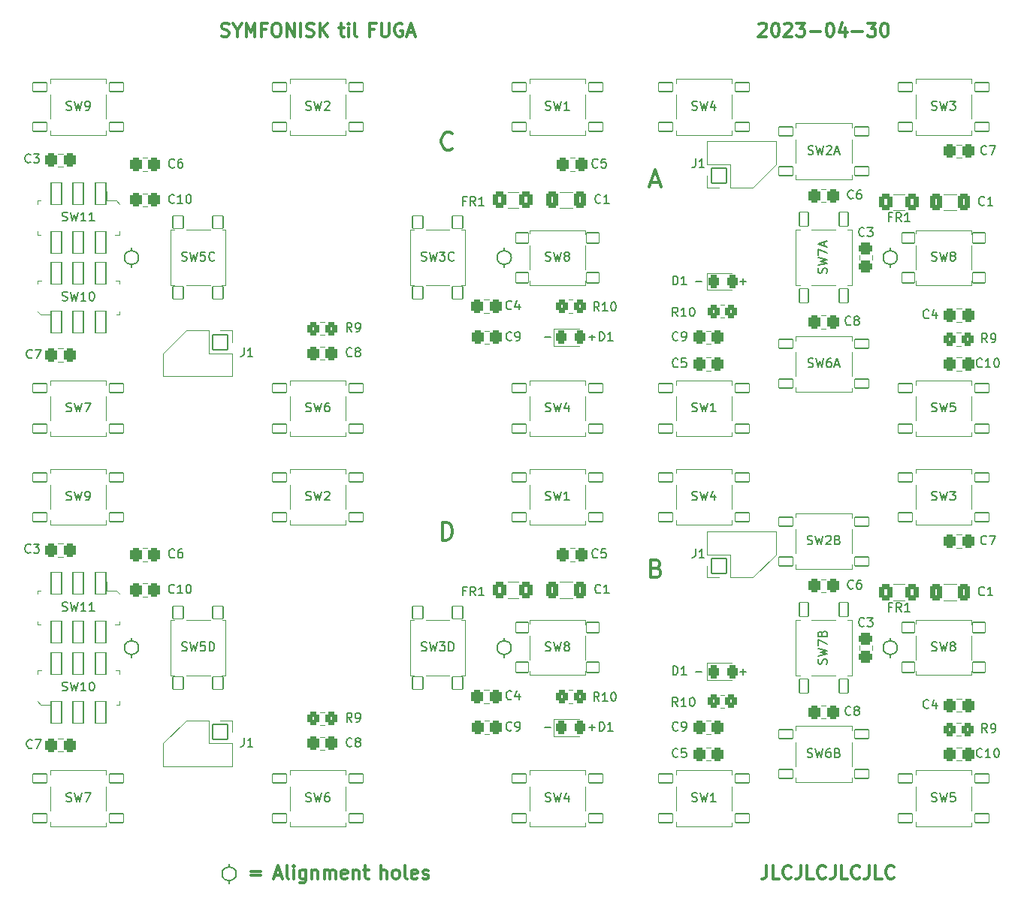
<source format=gto>
G04 #@! TF.GenerationSoftware,KiCad,Pcbnew,(7.0.0)*
G04 #@! TF.CreationDate,2023-04-30T09:27:40+02:00*
G04 #@! TF.ProjectId,IKEA_Button2,494b4541-5f42-4757-9474-6f6e322e6b69,rev?*
G04 #@! TF.SameCoordinates,Original*
G04 #@! TF.FileFunction,Legend,Top*
G04 #@! TF.FilePolarity,Positive*
%FSLAX46Y46*%
G04 Gerber Fmt 4.6, Leading zero omitted, Abs format (unit mm)*
G04 Created by KiCad (PCBNEW (7.0.0)) date 2023-04-30 09:27:40*
%MOMM*%
%LPD*%
G01*
G04 APERTURE LIST*
G04 Aperture macros list*
%AMRoundRect*
0 Rectangle with rounded corners*
0 $1 Rounding radius*
0 $2 $3 $4 $5 $6 $7 $8 $9 X,Y pos of 4 corners*
0 Add a 4 corners polygon primitive as box body*
4,1,4,$2,$3,$4,$5,$6,$7,$8,$9,$2,$3,0*
0 Add four circle primitives for the rounded corners*
1,1,$1+$1,$2,$3*
1,1,$1+$1,$4,$5*
1,1,$1+$1,$6,$7*
1,1,$1+$1,$8,$9*
0 Add four rect primitives between the rounded corners*
20,1,$1+$1,$2,$3,$4,$5,0*
20,1,$1+$1,$4,$5,$6,$7,0*
20,1,$1+$1,$6,$7,$8,$9,0*
20,1,$1+$1,$8,$9,$2,$3,0*%
G04 Aperture macros list end*
%ADD10C,0.200000*%
%ADD11C,0.150000*%
%ADD12C,0.300000*%
%ADD13C,0.120000*%
%ADD14C,0.100000*%
%ADD15C,1.102000*%
%ADD16RoundRect,0.051000X-0.800000X-0.500000X0.800000X-0.500000X0.800000X0.500000X-0.800000X0.500000X0*%
%ADD17RoundRect,0.051000X0.600000X-0.700000X0.600000X0.700000X-0.600000X0.700000X-0.600000X-0.700000X0*%
%ADD18RoundRect,0.301000X-0.412500X-0.650000X0.412500X-0.650000X0.412500X0.650000X-0.412500X0.650000X0*%
%ADD19RoundRect,0.051000X-0.600000X0.700000X-0.600000X-0.700000X0.600000X-0.700000X0.600000X0.700000X0*%
%ADD20RoundRect,0.301000X-0.337500X-0.475000X0.337500X-0.475000X0.337500X0.475000X-0.337500X0.475000X0*%
%ADD21RoundRect,0.301000X0.337500X0.475000X-0.337500X0.475000X-0.337500X-0.475000X0.337500X-0.475000X0*%
%ADD22RoundRect,0.301000X-0.325000X-0.450000X0.325000X-0.450000X0.325000X0.450000X-0.325000X0.450000X0*%
%ADD23RoundRect,0.301001X0.462499X0.624999X-0.462499X0.624999X-0.462499X-0.624999X0.462499X-0.624999X0*%
%ADD24RoundRect,0.051000X-0.850000X0.850000X-0.850000X-0.850000X0.850000X-0.850000X0.850000X0.850000X0*%
%ADD25O,1.802000X1.802000*%
%ADD26C,0.502000*%
%ADD27RoundRect,0.301000X-0.350000X-0.450000X0.350000X-0.450000X0.350000X0.450000X-0.350000X0.450000X0*%
%ADD28RoundRect,0.051000X0.800000X0.500000X-0.800000X0.500000X-0.800000X-0.500000X0.800000X-0.500000X0*%
%ADD29RoundRect,0.051000X0.700000X0.600000X-0.700000X0.600000X-0.700000X-0.600000X0.700000X-0.600000X0*%
%ADD30C,1.000000*%
%ADD31RoundRect,0.051000X-0.600000X-1.250000X0.600000X-1.250000X0.600000X1.250000X-0.600000X1.250000X0*%
%ADD32C,1.402000*%
%ADD33RoundRect,0.051000X0.850000X-0.850000X0.850000X0.850000X-0.850000X0.850000X-0.850000X-0.850000X0*%
%ADD34C,0.902000*%
%ADD35RoundRect,0.051000X0.600000X1.250000X-0.600000X1.250000X-0.600000X-1.250000X0.600000X-1.250000X0*%
%ADD36RoundRect,0.301000X0.350000X0.450000X-0.350000X0.450000X-0.350000X-0.450000X0.350000X-0.450000X0*%
%ADD37RoundRect,0.301000X-0.475000X0.337500X-0.475000X-0.337500X0.475000X-0.337500X0.475000X0.337500X0*%
%ADD38RoundRect,0.051000X0.500000X-0.800000X0.500000X0.800000X-0.500000X0.800000X-0.500000X-0.800000X0*%
%ADD39C,2.952000*%
G04 APERTURE END LIST*
D10*
X85385000Y-94335000D02*
X85385000Y-93665000D01*
X80720000Y-94000000D02*
X80050000Y-94000000D01*
X85050000Y-94000000D02*
X85720000Y-94000000D01*
D11*
X33500000Y-40200000D02*
X33500000Y-39900000D01*
X119000000Y-84200000D02*
X119000000Y-83900000D01*
X44500000Y-111300000D02*
X44500000Y-111600000D01*
D10*
X102415000Y-88035000D02*
X102415000Y-87365000D01*
X102080000Y-43700000D02*
X102750000Y-43700000D01*
D11*
X34300000Y-85000000D02*
G75*
G03*
X34300000Y-85000000I-800000J0D01*
G01*
X45300000Y-110500000D02*
G75*
G03*
X45300000Y-110500000I-800000J0D01*
G01*
X119000000Y-85800000D02*
X119000000Y-86100000D01*
X33500000Y-85800000D02*
X33500000Y-86100000D01*
X33500000Y-41800000D02*
X33500000Y-42100000D01*
X75500000Y-40200000D02*
X75500000Y-39900000D01*
X119800000Y-41000000D02*
G75*
G03*
X119800000Y-41000000I-800000J0D01*
G01*
X34300000Y-41000000D02*
G75*
G03*
X34300000Y-41000000I-800000J0D01*
G01*
X119000000Y-41800000D02*
X119000000Y-42100000D01*
D10*
X97750000Y-43700000D02*
X97080000Y-43700000D01*
D11*
X76300000Y-41000000D02*
G75*
G03*
X76300000Y-41000000I-800000J0D01*
G01*
D10*
X85385000Y-50335000D02*
X85385000Y-49665000D01*
D11*
X76300000Y-85000000D02*
G75*
G03*
X76300000Y-85000000I-800000J0D01*
G01*
D10*
X102080000Y-87700000D02*
X102750000Y-87700000D01*
D11*
X119800000Y-85000000D02*
G75*
G03*
X119800000Y-85000000I-800000J0D01*
G01*
X44500000Y-109700000D02*
X44500000Y-109400000D01*
X75500000Y-85800000D02*
X75500000Y-86100000D01*
D10*
X85050000Y-50000000D02*
X85720000Y-50000000D01*
D11*
X75500000Y-84200000D02*
X75500000Y-83900000D01*
D10*
X80720000Y-50000000D02*
X80050000Y-50000000D01*
X102415000Y-44035000D02*
X102415000Y-43365000D01*
D11*
X119000000Y-40200000D02*
X119000000Y-39900000D01*
X75500000Y-41800000D02*
X75500000Y-42100000D01*
X33500000Y-84200000D02*
X33500000Y-83900000D01*
D10*
X97750000Y-87700000D02*
X97080000Y-87700000D01*
D12*
X43635714Y-15979642D02*
X43850000Y-16051071D01*
X43850000Y-16051071D02*
X44207142Y-16051071D01*
X44207142Y-16051071D02*
X44350000Y-15979642D01*
X44350000Y-15979642D02*
X44421428Y-15908214D01*
X44421428Y-15908214D02*
X44492857Y-15765357D01*
X44492857Y-15765357D02*
X44492857Y-15622500D01*
X44492857Y-15622500D02*
X44421428Y-15479642D01*
X44421428Y-15479642D02*
X44350000Y-15408214D01*
X44350000Y-15408214D02*
X44207142Y-15336785D01*
X44207142Y-15336785D02*
X43921428Y-15265357D01*
X43921428Y-15265357D02*
X43778571Y-15193928D01*
X43778571Y-15193928D02*
X43707142Y-15122500D01*
X43707142Y-15122500D02*
X43635714Y-14979642D01*
X43635714Y-14979642D02*
X43635714Y-14836785D01*
X43635714Y-14836785D02*
X43707142Y-14693928D01*
X43707142Y-14693928D02*
X43778571Y-14622500D01*
X43778571Y-14622500D02*
X43921428Y-14551071D01*
X43921428Y-14551071D02*
X44278571Y-14551071D01*
X44278571Y-14551071D02*
X44492857Y-14622500D01*
X45421428Y-15336785D02*
X45421428Y-16051071D01*
X44921428Y-14551071D02*
X45421428Y-15336785D01*
X45421428Y-15336785D02*
X45921428Y-14551071D01*
X46421427Y-16051071D02*
X46421427Y-14551071D01*
X46421427Y-14551071D02*
X46921427Y-15622500D01*
X46921427Y-15622500D02*
X47421427Y-14551071D01*
X47421427Y-14551071D02*
X47421427Y-16051071D01*
X48635713Y-15265357D02*
X48135713Y-15265357D01*
X48135713Y-16051071D02*
X48135713Y-14551071D01*
X48135713Y-14551071D02*
X48849999Y-14551071D01*
X49707142Y-14551071D02*
X49992856Y-14551071D01*
X49992856Y-14551071D02*
X50135713Y-14622500D01*
X50135713Y-14622500D02*
X50278570Y-14765357D01*
X50278570Y-14765357D02*
X50349999Y-15051071D01*
X50349999Y-15051071D02*
X50349999Y-15551071D01*
X50349999Y-15551071D02*
X50278570Y-15836785D01*
X50278570Y-15836785D02*
X50135713Y-15979642D01*
X50135713Y-15979642D02*
X49992856Y-16051071D01*
X49992856Y-16051071D02*
X49707142Y-16051071D01*
X49707142Y-16051071D02*
X49564285Y-15979642D01*
X49564285Y-15979642D02*
X49421427Y-15836785D01*
X49421427Y-15836785D02*
X49349999Y-15551071D01*
X49349999Y-15551071D02*
X49349999Y-15051071D01*
X49349999Y-15051071D02*
X49421427Y-14765357D01*
X49421427Y-14765357D02*
X49564285Y-14622500D01*
X49564285Y-14622500D02*
X49707142Y-14551071D01*
X50992856Y-16051071D02*
X50992856Y-14551071D01*
X50992856Y-14551071D02*
X51849999Y-16051071D01*
X51849999Y-16051071D02*
X51849999Y-14551071D01*
X52564285Y-16051071D02*
X52564285Y-14551071D01*
X53207143Y-15979642D02*
X53421429Y-16051071D01*
X53421429Y-16051071D02*
X53778571Y-16051071D01*
X53778571Y-16051071D02*
X53921429Y-15979642D01*
X53921429Y-15979642D02*
X53992857Y-15908214D01*
X53992857Y-15908214D02*
X54064286Y-15765357D01*
X54064286Y-15765357D02*
X54064286Y-15622500D01*
X54064286Y-15622500D02*
X53992857Y-15479642D01*
X53992857Y-15479642D02*
X53921429Y-15408214D01*
X53921429Y-15408214D02*
X53778571Y-15336785D01*
X53778571Y-15336785D02*
X53492857Y-15265357D01*
X53492857Y-15265357D02*
X53350000Y-15193928D01*
X53350000Y-15193928D02*
X53278571Y-15122500D01*
X53278571Y-15122500D02*
X53207143Y-14979642D01*
X53207143Y-14979642D02*
X53207143Y-14836785D01*
X53207143Y-14836785D02*
X53278571Y-14693928D01*
X53278571Y-14693928D02*
X53350000Y-14622500D01*
X53350000Y-14622500D02*
X53492857Y-14551071D01*
X53492857Y-14551071D02*
X53850000Y-14551071D01*
X53850000Y-14551071D02*
X54064286Y-14622500D01*
X54707142Y-16051071D02*
X54707142Y-14551071D01*
X55564285Y-16051071D02*
X54921428Y-15193928D01*
X55564285Y-14551071D02*
X54707142Y-15408214D01*
X56892857Y-15051071D02*
X57464285Y-15051071D01*
X57107142Y-14551071D02*
X57107142Y-15836785D01*
X57107142Y-15836785D02*
X57178571Y-15979642D01*
X57178571Y-15979642D02*
X57321428Y-16051071D01*
X57321428Y-16051071D02*
X57464285Y-16051071D01*
X57964285Y-16051071D02*
X57964285Y-15051071D01*
X57964285Y-14551071D02*
X57892857Y-14622500D01*
X57892857Y-14622500D02*
X57964285Y-14693928D01*
X57964285Y-14693928D02*
X58035714Y-14622500D01*
X58035714Y-14622500D02*
X57964285Y-14551071D01*
X57964285Y-14551071D02*
X57964285Y-14693928D01*
X58892857Y-16051071D02*
X58750000Y-15979642D01*
X58750000Y-15979642D02*
X58678571Y-15836785D01*
X58678571Y-15836785D02*
X58678571Y-14551071D01*
X60864285Y-15265357D02*
X60364285Y-15265357D01*
X60364285Y-16051071D02*
X60364285Y-14551071D01*
X60364285Y-14551071D02*
X61078571Y-14551071D01*
X61649999Y-14551071D02*
X61649999Y-15765357D01*
X61649999Y-15765357D02*
X61721428Y-15908214D01*
X61721428Y-15908214D02*
X61792857Y-15979642D01*
X61792857Y-15979642D02*
X61935714Y-16051071D01*
X61935714Y-16051071D02*
X62221428Y-16051071D01*
X62221428Y-16051071D02*
X62364285Y-15979642D01*
X62364285Y-15979642D02*
X62435714Y-15908214D01*
X62435714Y-15908214D02*
X62507142Y-15765357D01*
X62507142Y-15765357D02*
X62507142Y-14551071D01*
X64007143Y-14622500D02*
X63864286Y-14551071D01*
X63864286Y-14551071D02*
X63650000Y-14551071D01*
X63650000Y-14551071D02*
X63435714Y-14622500D01*
X63435714Y-14622500D02*
X63292857Y-14765357D01*
X63292857Y-14765357D02*
X63221428Y-14908214D01*
X63221428Y-14908214D02*
X63150000Y-15193928D01*
X63150000Y-15193928D02*
X63150000Y-15408214D01*
X63150000Y-15408214D02*
X63221428Y-15693928D01*
X63221428Y-15693928D02*
X63292857Y-15836785D01*
X63292857Y-15836785D02*
X63435714Y-15979642D01*
X63435714Y-15979642D02*
X63650000Y-16051071D01*
X63650000Y-16051071D02*
X63792857Y-16051071D01*
X63792857Y-16051071D02*
X64007143Y-15979642D01*
X64007143Y-15979642D02*
X64078571Y-15908214D01*
X64078571Y-15908214D02*
X64078571Y-15408214D01*
X64078571Y-15408214D02*
X63792857Y-15408214D01*
X64650000Y-15622500D02*
X65364286Y-15622500D01*
X64507143Y-16051071D02*
X65007143Y-14551071D01*
X65007143Y-14551071D02*
X65507143Y-16051071D01*
X46957142Y-110265357D02*
X48100000Y-110265357D01*
X48100000Y-110693928D02*
X46957142Y-110693928D01*
X49642857Y-110622500D02*
X50357143Y-110622500D01*
X49500000Y-111051071D02*
X50000000Y-109551071D01*
X50000000Y-109551071D02*
X50500000Y-111051071D01*
X51214285Y-111051071D02*
X51071428Y-110979642D01*
X51071428Y-110979642D02*
X50999999Y-110836785D01*
X50999999Y-110836785D02*
X50999999Y-109551071D01*
X51785713Y-111051071D02*
X51785713Y-110051071D01*
X51785713Y-109551071D02*
X51714285Y-109622500D01*
X51714285Y-109622500D02*
X51785713Y-109693928D01*
X51785713Y-109693928D02*
X51857142Y-109622500D01*
X51857142Y-109622500D02*
X51785713Y-109551071D01*
X51785713Y-109551071D02*
X51785713Y-109693928D01*
X53142857Y-110051071D02*
X53142857Y-111265357D01*
X53142857Y-111265357D02*
X53071428Y-111408214D01*
X53071428Y-111408214D02*
X52999999Y-111479642D01*
X52999999Y-111479642D02*
X52857142Y-111551071D01*
X52857142Y-111551071D02*
X52642857Y-111551071D01*
X52642857Y-111551071D02*
X52499999Y-111479642D01*
X53142857Y-110979642D02*
X52999999Y-111051071D01*
X52999999Y-111051071D02*
X52714285Y-111051071D01*
X52714285Y-111051071D02*
X52571428Y-110979642D01*
X52571428Y-110979642D02*
X52499999Y-110908214D01*
X52499999Y-110908214D02*
X52428571Y-110765357D01*
X52428571Y-110765357D02*
X52428571Y-110336785D01*
X52428571Y-110336785D02*
X52499999Y-110193928D01*
X52499999Y-110193928D02*
X52571428Y-110122500D01*
X52571428Y-110122500D02*
X52714285Y-110051071D01*
X52714285Y-110051071D02*
X52999999Y-110051071D01*
X52999999Y-110051071D02*
X53142857Y-110122500D01*
X53857142Y-110051071D02*
X53857142Y-111051071D01*
X53857142Y-110193928D02*
X53928571Y-110122500D01*
X53928571Y-110122500D02*
X54071428Y-110051071D01*
X54071428Y-110051071D02*
X54285714Y-110051071D01*
X54285714Y-110051071D02*
X54428571Y-110122500D01*
X54428571Y-110122500D02*
X54500000Y-110265357D01*
X54500000Y-110265357D02*
X54500000Y-111051071D01*
X55214285Y-111051071D02*
X55214285Y-110051071D01*
X55214285Y-110193928D02*
X55285714Y-110122500D01*
X55285714Y-110122500D02*
X55428571Y-110051071D01*
X55428571Y-110051071D02*
X55642857Y-110051071D01*
X55642857Y-110051071D02*
X55785714Y-110122500D01*
X55785714Y-110122500D02*
X55857143Y-110265357D01*
X55857143Y-110265357D02*
X55857143Y-111051071D01*
X55857143Y-110265357D02*
X55928571Y-110122500D01*
X55928571Y-110122500D02*
X56071428Y-110051071D01*
X56071428Y-110051071D02*
X56285714Y-110051071D01*
X56285714Y-110051071D02*
X56428571Y-110122500D01*
X56428571Y-110122500D02*
X56500000Y-110265357D01*
X56500000Y-110265357D02*
X56500000Y-111051071D01*
X57785714Y-110979642D02*
X57642857Y-111051071D01*
X57642857Y-111051071D02*
X57357143Y-111051071D01*
X57357143Y-111051071D02*
X57214285Y-110979642D01*
X57214285Y-110979642D02*
X57142857Y-110836785D01*
X57142857Y-110836785D02*
X57142857Y-110265357D01*
X57142857Y-110265357D02*
X57214285Y-110122500D01*
X57214285Y-110122500D02*
X57357143Y-110051071D01*
X57357143Y-110051071D02*
X57642857Y-110051071D01*
X57642857Y-110051071D02*
X57785714Y-110122500D01*
X57785714Y-110122500D02*
X57857143Y-110265357D01*
X57857143Y-110265357D02*
X57857143Y-110408214D01*
X57857143Y-110408214D02*
X57142857Y-110551071D01*
X58499999Y-110051071D02*
X58499999Y-111051071D01*
X58499999Y-110193928D02*
X58571428Y-110122500D01*
X58571428Y-110122500D02*
X58714285Y-110051071D01*
X58714285Y-110051071D02*
X58928571Y-110051071D01*
X58928571Y-110051071D02*
X59071428Y-110122500D01*
X59071428Y-110122500D02*
X59142857Y-110265357D01*
X59142857Y-110265357D02*
X59142857Y-111051071D01*
X59642857Y-110051071D02*
X60214285Y-110051071D01*
X59857142Y-109551071D02*
X59857142Y-110836785D01*
X59857142Y-110836785D02*
X59928571Y-110979642D01*
X59928571Y-110979642D02*
X60071428Y-111051071D01*
X60071428Y-111051071D02*
X60214285Y-111051071D01*
X61614285Y-111051071D02*
X61614285Y-109551071D01*
X62257143Y-111051071D02*
X62257143Y-110265357D01*
X62257143Y-110265357D02*
X62185714Y-110122500D01*
X62185714Y-110122500D02*
X62042857Y-110051071D01*
X62042857Y-110051071D02*
X61828571Y-110051071D01*
X61828571Y-110051071D02*
X61685714Y-110122500D01*
X61685714Y-110122500D02*
X61614285Y-110193928D01*
X63185714Y-111051071D02*
X63042857Y-110979642D01*
X63042857Y-110979642D02*
X62971428Y-110908214D01*
X62971428Y-110908214D02*
X62900000Y-110765357D01*
X62900000Y-110765357D02*
X62900000Y-110336785D01*
X62900000Y-110336785D02*
X62971428Y-110193928D01*
X62971428Y-110193928D02*
X63042857Y-110122500D01*
X63042857Y-110122500D02*
X63185714Y-110051071D01*
X63185714Y-110051071D02*
X63400000Y-110051071D01*
X63400000Y-110051071D02*
X63542857Y-110122500D01*
X63542857Y-110122500D02*
X63614286Y-110193928D01*
X63614286Y-110193928D02*
X63685714Y-110336785D01*
X63685714Y-110336785D02*
X63685714Y-110765357D01*
X63685714Y-110765357D02*
X63614286Y-110908214D01*
X63614286Y-110908214D02*
X63542857Y-110979642D01*
X63542857Y-110979642D02*
X63400000Y-111051071D01*
X63400000Y-111051071D02*
X63185714Y-111051071D01*
X64542857Y-111051071D02*
X64400000Y-110979642D01*
X64400000Y-110979642D02*
X64328571Y-110836785D01*
X64328571Y-110836785D02*
X64328571Y-109551071D01*
X65685714Y-110979642D02*
X65542857Y-111051071D01*
X65542857Y-111051071D02*
X65257143Y-111051071D01*
X65257143Y-111051071D02*
X65114285Y-110979642D01*
X65114285Y-110979642D02*
X65042857Y-110836785D01*
X65042857Y-110836785D02*
X65042857Y-110265357D01*
X65042857Y-110265357D02*
X65114285Y-110122500D01*
X65114285Y-110122500D02*
X65257143Y-110051071D01*
X65257143Y-110051071D02*
X65542857Y-110051071D01*
X65542857Y-110051071D02*
X65685714Y-110122500D01*
X65685714Y-110122500D02*
X65757143Y-110265357D01*
X65757143Y-110265357D02*
X65757143Y-110408214D01*
X65757143Y-110408214D02*
X65042857Y-110551071D01*
X66328571Y-110979642D02*
X66471428Y-111051071D01*
X66471428Y-111051071D02*
X66757142Y-111051071D01*
X66757142Y-111051071D02*
X66899999Y-110979642D01*
X66899999Y-110979642D02*
X66971428Y-110836785D01*
X66971428Y-110836785D02*
X66971428Y-110765357D01*
X66971428Y-110765357D02*
X66899999Y-110622500D01*
X66899999Y-110622500D02*
X66757142Y-110551071D01*
X66757142Y-110551071D02*
X66542857Y-110551071D01*
X66542857Y-110551071D02*
X66399999Y-110479642D01*
X66399999Y-110479642D02*
X66328571Y-110336785D01*
X66328571Y-110336785D02*
X66328571Y-110265357D01*
X66328571Y-110265357D02*
X66399999Y-110122500D01*
X66399999Y-110122500D02*
X66542857Y-110051071D01*
X66542857Y-110051071D02*
X66757142Y-110051071D01*
X66757142Y-110051071D02*
X66899999Y-110122500D01*
X92642857Y-76017142D02*
X92928571Y-76112380D01*
X92928571Y-76112380D02*
X93023809Y-76207619D01*
X93023809Y-76207619D02*
X93119047Y-76398095D01*
X93119047Y-76398095D02*
X93119047Y-76683809D01*
X93119047Y-76683809D02*
X93023809Y-76874285D01*
X93023809Y-76874285D02*
X92928571Y-76969523D01*
X92928571Y-76969523D02*
X92738095Y-77064761D01*
X92738095Y-77064761D02*
X91976190Y-77064761D01*
X91976190Y-77064761D02*
X91976190Y-75064761D01*
X91976190Y-75064761D02*
X92642857Y-75064761D01*
X92642857Y-75064761D02*
X92833333Y-75160000D01*
X92833333Y-75160000D02*
X92928571Y-75255238D01*
X92928571Y-75255238D02*
X93023809Y-75445714D01*
X93023809Y-75445714D02*
X93023809Y-75636190D01*
X93023809Y-75636190D02*
X92928571Y-75826666D01*
X92928571Y-75826666D02*
X92833333Y-75921904D01*
X92833333Y-75921904D02*
X92642857Y-76017142D01*
X92642857Y-76017142D02*
X91976190Y-76017142D01*
X68506190Y-72864761D02*
X68506190Y-70864761D01*
X68506190Y-70864761D02*
X68982380Y-70864761D01*
X68982380Y-70864761D02*
X69268095Y-70960000D01*
X69268095Y-70960000D02*
X69458571Y-71150476D01*
X69458571Y-71150476D02*
X69553809Y-71340952D01*
X69553809Y-71340952D02*
X69649047Y-71721904D01*
X69649047Y-71721904D02*
X69649047Y-72007619D01*
X69649047Y-72007619D02*
X69553809Y-72388571D01*
X69553809Y-72388571D02*
X69458571Y-72579047D01*
X69458571Y-72579047D02*
X69268095Y-72769523D01*
X69268095Y-72769523D02*
X68982380Y-72864761D01*
X68982380Y-72864761D02*
X68506190Y-72864761D01*
X105071428Y-109551071D02*
X105071428Y-110622500D01*
X105071428Y-110622500D02*
X104999999Y-110836785D01*
X104999999Y-110836785D02*
X104857142Y-110979642D01*
X104857142Y-110979642D02*
X104642856Y-111051071D01*
X104642856Y-111051071D02*
X104499999Y-111051071D01*
X106499999Y-111051071D02*
X105785713Y-111051071D01*
X105785713Y-111051071D02*
X105785713Y-109551071D01*
X107857142Y-110908214D02*
X107785714Y-110979642D01*
X107785714Y-110979642D02*
X107571428Y-111051071D01*
X107571428Y-111051071D02*
X107428571Y-111051071D01*
X107428571Y-111051071D02*
X107214285Y-110979642D01*
X107214285Y-110979642D02*
X107071428Y-110836785D01*
X107071428Y-110836785D02*
X106999999Y-110693928D01*
X106999999Y-110693928D02*
X106928571Y-110408214D01*
X106928571Y-110408214D02*
X106928571Y-110193928D01*
X106928571Y-110193928D02*
X106999999Y-109908214D01*
X106999999Y-109908214D02*
X107071428Y-109765357D01*
X107071428Y-109765357D02*
X107214285Y-109622500D01*
X107214285Y-109622500D02*
X107428571Y-109551071D01*
X107428571Y-109551071D02*
X107571428Y-109551071D01*
X107571428Y-109551071D02*
X107785714Y-109622500D01*
X107785714Y-109622500D02*
X107857142Y-109693928D01*
X108928571Y-109551071D02*
X108928571Y-110622500D01*
X108928571Y-110622500D02*
X108857142Y-110836785D01*
X108857142Y-110836785D02*
X108714285Y-110979642D01*
X108714285Y-110979642D02*
X108499999Y-111051071D01*
X108499999Y-111051071D02*
X108357142Y-111051071D01*
X110357142Y-111051071D02*
X109642856Y-111051071D01*
X109642856Y-111051071D02*
X109642856Y-109551071D01*
X111714285Y-110908214D02*
X111642857Y-110979642D01*
X111642857Y-110979642D02*
X111428571Y-111051071D01*
X111428571Y-111051071D02*
X111285714Y-111051071D01*
X111285714Y-111051071D02*
X111071428Y-110979642D01*
X111071428Y-110979642D02*
X110928571Y-110836785D01*
X110928571Y-110836785D02*
X110857142Y-110693928D01*
X110857142Y-110693928D02*
X110785714Y-110408214D01*
X110785714Y-110408214D02*
X110785714Y-110193928D01*
X110785714Y-110193928D02*
X110857142Y-109908214D01*
X110857142Y-109908214D02*
X110928571Y-109765357D01*
X110928571Y-109765357D02*
X111071428Y-109622500D01*
X111071428Y-109622500D02*
X111285714Y-109551071D01*
X111285714Y-109551071D02*
X111428571Y-109551071D01*
X111428571Y-109551071D02*
X111642857Y-109622500D01*
X111642857Y-109622500D02*
X111714285Y-109693928D01*
X112785714Y-109551071D02*
X112785714Y-110622500D01*
X112785714Y-110622500D02*
X112714285Y-110836785D01*
X112714285Y-110836785D02*
X112571428Y-110979642D01*
X112571428Y-110979642D02*
X112357142Y-111051071D01*
X112357142Y-111051071D02*
X112214285Y-111051071D01*
X114214285Y-111051071D02*
X113499999Y-111051071D01*
X113499999Y-111051071D02*
X113499999Y-109551071D01*
X115571428Y-110908214D02*
X115500000Y-110979642D01*
X115500000Y-110979642D02*
X115285714Y-111051071D01*
X115285714Y-111051071D02*
X115142857Y-111051071D01*
X115142857Y-111051071D02*
X114928571Y-110979642D01*
X114928571Y-110979642D02*
X114785714Y-110836785D01*
X114785714Y-110836785D02*
X114714285Y-110693928D01*
X114714285Y-110693928D02*
X114642857Y-110408214D01*
X114642857Y-110408214D02*
X114642857Y-110193928D01*
X114642857Y-110193928D02*
X114714285Y-109908214D01*
X114714285Y-109908214D02*
X114785714Y-109765357D01*
X114785714Y-109765357D02*
X114928571Y-109622500D01*
X114928571Y-109622500D02*
X115142857Y-109551071D01*
X115142857Y-109551071D02*
X115285714Y-109551071D01*
X115285714Y-109551071D02*
X115500000Y-109622500D01*
X115500000Y-109622500D02*
X115571428Y-109693928D01*
X116642857Y-109551071D02*
X116642857Y-110622500D01*
X116642857Y-110622500D02*
X116571428Y-110836785D01*
X116571428Y-110836785D02*
X116428571Y-110979642D01*
X116428571Y-110979642D02*
X116214285Y-111051071D01*
X116214285Y-111051071D02*
X116071428Y-111051071D01*
X118071428Y-111051071D02*
X117357142Y-111051071D01*
X117357142Y-111051071D02*
X117357142Y-109551071D01*
X119428571Y-110908214D02*
X119357143Y-110979642D01*
X119357143Y-110979642D02*
X119142857Y-111051071D01*
X119142857Y-111051071D02*
X119000000Y-111051071D01*
X119000000Y-111051071D02*
X118785714Y-110979642D01*
X118785714Y-110979642D02*
X118642857Y-110836785D01*
X118642857Y-110836785D02*
X118571428Y-110693928D01*
X118571428Y-110693928D02*
X118500000Y-110408214D01*
X118500000Y-110408214D02*
X118500000Y-110193928D01*
X118500000Y-110193928D02*
X118571428Y-109908214D01*
X118571428Y-109908214D02*
X118642857Y-109765357D01*
X118642857Y-109765357D02*
X118785714Y-109622500D01*
X118785714Y-109622500D02*
X119000000Y-109551071D01*
X119000000Y-109551071D02*
X119142857Y-109551071D01*
X119142857Y-109551071D02*
X119357143Y-109622500D01*
X119357143Y-109622500D02*
X119428571Y-109693928D01*
X104214287Y-14693928D02*
X104285715Y-14622500D01*
X104285715Y-14622500D02*
X104428573Y-14551071D01*
X104428573Y-14551071D02*
X104785715Y-14551071D01*
X104785715Y-14551071D02*
X104928573Y-14622500D01*
X104928573Y-14622500D02*
X105000001Y-14693928D01*
X105000001Y-14693928D02*
X105071430Y-14836785D01*
X105071430Y-14836785D02*
X105071430Y-14979642D01*
X105071430Y-14979642D02*
X105000001Y-15193928D01*
X105000001Y-15193928D02*
X104142858Y-16051071D01*
X104142858Y-16051071D02*
X105071430Y-16051071D01*
X106000001Y-14551071D02*
X106142858Y-14551071D01*
X106142858Y-14551071D02*
X106285715Y-14622500D01*
X106285715Y-14622500D02*
X106357144Y-14693928D01*
X106357144Y-14693928D02*
X106428572Y-14836785D01*
X106428572Y-14836785D02*
X106500001Y-15122500D01*
X106500001Y-15122500D02*
X106500001Y-15479642D01*
X106500001Y-15479642D02*
X106428572Y-15765357D01*
X106428572Y-15765357D02*
X106357144Y-15908214D01*
X106357144Y-15908214D02*
X106285715Y-15979642D01*
X106285715Y-15979642D02*
X106142858Y-16051071D01*
X106142858Y-16051071D02*
X106000001Y-16051071D01*
X106000001Y-16051071D02*
X105857144Y-15979642D01*
X105857144Y-15979642D02*
X105785715Y-15908214D01*
X105785715Y-15908214D02*
X105714286Y-15765357D01*
X105714286Y-15765357D02*
X105642858Y-15479642D01*
X105642858Y-15479642D02*
X105642858Y-15122500D01*
X105642858Y-15122500D02*
X105714286Y-14836785D01*
X105714286Y-14836785D02*
X105785715Y-14693928D01*
X105785715Y-14693928D02*
X105857144Y-14622500D01*
X105857144Y-14622500D02*
X106000001Y-14551071D01*
X107071429Y-14693928D02*
X107142857Y-14622500D01*
X107142857Y-14622500D02*
X107285715Y-14551071D01*
X107285715Y-14551071D02*
X107642857Y-14551071D01*
X107642857Y-14551071D02*
X107785715Y-14622500D01*
X107785715Y-14622500D02*
X107857143Y-14693928D01*
X107857143Y-14693928D02*
X107928572Y-14836785D01*
X107928572Y-14836785D02*
X107928572Y-14979642D01*
X107928572Y-14979642D02*
X107857143Y-15193928D01*
X107857143Y-15193928D02*
X107000000Y-16051071D01*
X107000000Y-16051071D02*
X107928572Y-16051071D01*
X108428571Y-14551071D02*
X109357143Y-14551071D01*
X109357143Y-14551071D02*
X108857143Y-15122500D01*
X108857143Y-15122500D02*
X109071428Y-15122500D01*
X109071428Y-15122500D02*
X109214286Y-15193928D01*
X109214286Y-15193928D02*
X109285714Y-15265357D01*
X109285714Y-15265357D02*
X109357143Y-15408214D01*
X109357143Y-15408214D02*
X109357143Y-15765357D01*
X109357143Y-15765357D02*
X109285714Y-15908214D01*
X109285714Y-15908214D02*
X109214286Y-15979642D01*
X109214286Y-15979642D02*
X109071428Y-16051071D01*
X109071428Y-16051071D02*
X108642857Y-16051071D01*
X108642857Y-16051071D02*
X108500000Y-15979642D01*
X108500000Y-15979642D02*
X108428571Y-15908214D01*
X109999999Y-15479642D02*
X111142857Y-15479642D01*
X112142857Y-14551071D02*
X112285714Y-14551071D01*
X112285714Y-14551071D02*
X112428571Y-14622500D01*
X112428571Y-14622500D02*
X112500000Y-14693928D01*
X112500000Y-14693928D02*
X112571428Y-14836785D01*
X112571428Y-14836785D02*
X112642857Y-15122500D01*
X112642857Y-15122500D02*
X112642857Y-15479642D01*
X112642857Y-15479642D02*
X112571428Y-15765357D01*
X112571428Y-15765357D02*
X112500000Y-15908214D01*
X112500000Y-15908214D02*
X112428571Y-15979642D01*
X112428571Y-15979642D02*
X112285714Y-16051071D01*
X112285714Y-16051071D02*
X112142857Y-16051071D01*
X112142857Y-16051071D02*
X112000000Y-15979642D01*
X112000000Y-15979642D02*
X111928571Y-15908214D01*
X111928571Y-15908214D02*
X111857142Y-15765357D01*
X111857142Y-15765357D02*
X111785714Y-15479642D01*
X111785714Y-15479642D02*
X111785714Y-15122500D01*
X111785714Y-15122500D02*
X111857142Y-14836785D01*
X111857142Y-14836785D02*
X111928571Y-14693928D01*
X111928571Y-14693928D02*
X112000000Y-14622500D01*
X112000000Y-14622500D02*
X112142857Y-14551071D01*
X113928571Y-15051071D02*
X113928571Y-16051071D01*
X113571428Y-14479642D02*
X113214285Y-15551071D01*
X113214285Y-15551071D02*
X114142856Y-15551071D01*
X114714284Y-15479642D02*
X115857142Y-15479642D01*
X116428570Y-14551071D02*
X117357142Y-14551071D01*
X117357142Y-14551071D02*
X116857142Y-15122500D01*
X116857142Y-15122500D02*
X117071427Y-15122500D01*
X117071427Y-15122500D02*
X117214285Y-15193928D01*
X117214285Y-15193928D02*
X117285713Y-15265357D01*
X117285713Y-15265357D02*
X117357142Y-15408214D01*
X117357142Y-15408214D02*
X117357142Y-15765357D01*
X117357142Y-15765357D02*
X117285713Y-15908214D01*
X117285713Y-15908214D02*
X117214285Y-15979642D01*
X117214285Y-15979642D02*
X117071427Y-16051071D01*
X117071427Y-16051071D02*
X116642856Y-16051071D01*
X116642856Y-16051071D02*
X116499999Y-15979642D01*
X116499999Y-15979642D02*
X116428570Y-15908214D01*
X118285713Y-14551071D02*
X118428570Y-14551071D01*
X118428570Y-14551071D02*
X118571427Y-14622500D01*
X118571427Y-14622500D02*
X118642856Y-14693928D01*
X118642856Y-14693928D02*
X118714284Y-14836785D01*
X118714284Y-14836785D02*
X118785713Y-15122500D01*
X118785713Y-15122500D02*
X118785713Y-15479642D01*
X118785713Y-15479642D02*
X118714284Y-15765357D01*
X118714284Y-15765357D02*
X118642856Y-15908214D01*
X118642856Y-15908214D02*
X118571427Y-15979642D01*
X118571427Y-15979642D02*
X118428570Y-16051071D01*
X118428570Y-16051071D02*
X118285713Y-16051071D01*
X118285713Y-16051071D02*
X118142856Y-15979642D01*
X118142856Y-15979642D02*
X118071427Y-15908214D01*
X118071427Y-15908214D02*
X117999998Y-15765357D01*
X117999998Y-15765357D02*
X117928570Y-15479642D01*
X117928570Y-15479642D02*
X117928570Y-15122500D01*
X117928570Y-15122500D02*
X117999998Y-14836785D01*
X117999998Y-14836785D02*
X118071427Y-14693928D01*
X118071427Y-14693928D02*
X118142856Y-14622500D01*
X118142856Y-14622500D02*
X118285713Y-14551071D01*
X69649047Y-28674285D02*
X69553809Y-28769523D01*
X69553809Y-28769523D02*
X69268095Y-28864761D01*
X69268095Y-28864761D02*
X69077619Y-28864761D01*
X69077619Y-28864761D02*
X68791904Y-28769523D01*
X68791904Y-28769523D02*
X68601428Y-28579047D01*
X68601428Y-28579047D02*
X68506190Y-28388571D01*
X68506190Y-28388571D02*
X68410952Y-28007619D01*
X68410952Y-28007619D02*
X68410952Y-27721904D01*
X68410952Y-27721904D02*
X68506190Y-27340952D01*
X68506190Y-27340952D02*
X68601428Y-27150476D01*
X68601428Y-27150476D02*
X68791904Y-26960000D01*
X68791904Y-26960000D02*
X69077619Y-26864761D01*
X69077619Y-26864761D02*
X69268095Y-26864761D01*
X69268095Y-26864761D02*
X69553809Y-26960000D01*
X69553809Y-26960000D02*
X69649047Y-27055238D01*
X92023809Y-32493333D02*
X92976190Y-32493333D01*
X91833333Y-33064761D02*
X92499999Y-31064761D01*
X92499999Y-31064761D02*
X93166666Y-33064761D01*
D11*
X80166667Y-68319761D02*
X80309524Y-68367380D01*
X80309524Y-68367380D02*
X80547619Y-68367380D01*
X80547619Y-68367380D02*
X80642857Y-68319761D01*
X80642857Y-68319761D02*
X80690476Y-68272142D01*
X80690476Y-68272142D02*
X80738095Y-68176904D01*
X80738095Y-68176904D02*
X80738095Y-68081666D01*
X80738095Y-68081666D02*
X80690476Y-67986428D01*
X80690476Y-67986428D02*
X80642857Y-67938809D01*
X80642857Y-67938809D02*
X80547619Y-67891190D01*
X80547619Y-67891190D02*
X80357143Y-67843571D01*
X80357143Y-67843571D02*
X80261905Y-67795952D01*
X80261905Y-67795952D02*
X80214286Y-67748333D01*
X80214286Y-67748333D02*
X80166667Y-67653095D01*
X80166667Y-67653095D02*
X80166667Y-67557857D01*
X80166667Y-67557857D02*
X80214286Y-67462619D01*
X80214286Y-67462619D02*
X80261905Y-67415000D01*
X80261905Y-67415000D02*
X80357143Y-67367380D01*
X80357143Y-67367380D02*
X80595238Y-67367380D01*
X80595238Y-67367380D02*
X80738095Y-67415000D01*
X81071429Y-67367380D02*
X81309524Y-68367380D01*
X81309524Y-68367380D02*
X81500000Y-67653095D01*
X81500000Y-67653095D02*
X81690476Y-68367380D01*
X81690476Y-68367380D02*
X81928572Y-67367380D01*
X82833333Y-68367380D02*
X82261905Y-68367380D01*
X82547619Y-68367380D02*
X82547619Y-67367380D01*
X82547619Y-67367380D02*
X82452381Y-67510238D01*
X82452381Y-67510238D02*
X82357143Y-67605476D01*
X82357143Y-67605476D02*
X82261905Y-67653095D01*
X39166667Y-85319761D02*
X39309524Y-85367380D01*
X39309524Y-85367380D02*
X39547619Y-85367380D01*
X39547619Y-85367380D02*
X39642857Y-85319761D01*
X39642857Y-85319761D02*
X39690476Y-85272142D01*
X39690476Y-85272142D02*
X39738095Y-85176904D01*
X39738095Y-85176904D02*
X39738095Y-85081666D01*
X39738095Y-85081666D02*
X39690476Y-84986428D01*
X39690476Y-84986428D02*
X39642857Y-84938809D01*
X39642857Y-84938809D02*
X39547619Y-84891190D01*
X39547619Y-84891190D02*
X39357143Y-84843571D01*
X39357143Y-84843571D02*
X39261905Y-84795952D01*
X39261905Y-84795952D02*
X39214286Y-84748333D01*
X39214286Y-84748333D02*
X39166667Y-84653095D01*
X39166667Y-84653095D02*
X39166667Y-84557857D01*
X39166667Y-84557857D02*
X39214286Y-84462619D01*
X39214286Y-84462619D02*
X39261905Y-84415000D01*
X39261905Y-84415000D02*
X39357143Y-84367380D01*
X39357143Y-84367380D02*
X39595238Y-84367380D01*
X39595238Y-84367380D02*
X39738095Y-84415000D01*
X40071429Y-84367380D02*
X40309524Y-85367380D01*
X40309524Y-85367380D02*
X40500000Y-84653095D01*
X40500000Y-84653095D02*
X40690476Y-85367380D01*
X40690476Y-85367380D02*
X40928572Y-84367380D01*
X41785714Y-84367380D02*
X41309524Y-84367380D01*
X41309524Y-84367380D02*
X41261905Y-84843571D01*
X41261905Y-84843571D02*
X41309524Y-84795952D01*
X41309524Y-84795952D02*
X41404762Y-84748333D01*
X41404762Y-84748333D02*
X41642857Y-84748333D01*
X41642857Y-84748333D02*
X41738095Y-84795952D01*
X41738095Y-84795952D02*
X41785714Y-84843571D01*
X41785714Y-84843571D02*
X41833333Y-84938809D01*
X41833333Y-84938809D02*
X41833333Y-85176904D01*
X41833333Y-85176904D02*
X41785714Y-85272142D01*
X41785714Y-85272142D02*
X41738095Y-85319761D01*
X41738095Y-85319761D02*
X41642857Y-85367380D01*
X41642857Y-85367380D02*
X41404762Y-85367380D01*
X41404762Y-85367380D02*
X41309524Y-85319761D01*
X41309524Y-85319761D02*
X41261905Y-85272142D01*
X42261905Y-85367380D02*
X42261905Y-84367380D01*
X42261905Y-84367380D02*
X42500000Y-84367380D01*
X42500000Y-84367380D02*
X42642857Y-84415000D01*
X42642857Y-84415000D02*
X42738095Y-84510238D01*
X42738095Y-84510238D02*
X42785714Y-84605476D01*
X42785714Y-84605476D02*
X42833333Y-84795952D01*
X42833333Y-84795952D02*
X42833333Y-84938809D01*
X42833333Y-84938809D02*
X42785714Y-85129285D01*
X42785714Y-85129285D02*
X42738095Y-85224523D01*
X42738095Y-85224523D02*
X42642857Y-85319761D01*
X42642857Y-85319761D02*
X42500000Y-85367380D01*
X42500000Y-85367380D02*
X42261905Y-85367380D01*
X86353333Y-78772142D02*
X86305714Y-78819761D01*
X86305714Y-78819761D02*
X86162857Y-78867380D01*
X86162857Y-78867380D02*
X86067619Y-78867380D01*
X86067619Y-78867380D02*
X85924762Y-78819761D01*
X85924762Y-78819761D02*
X85829524Y-78724523D01*
X85829524Y-78724523D02*
X85781905Y-78629285D01*
X85781905Y-78629285D02*
X85734286Y-78438809D01*
X85734286Y-78438809D02*
X85734286Y-78295952D01*
X85734286Y-78295952D02*
X85781905Y-78105476D01*
X85781905Y-78105476D02*
X85829524Y-78010238D01*
X85829524Y-78010238D02*
X85924762Y-77915000D01*
X85924762Y-77915000D02*
X86067619Y-77867380D01*
X86067619Y-77867380D02*
X86162857Y-77867380D01*
X86162857Y-77867380D02*
X86305714Y-77915000D01*
X86305714Y-77915000D02*
X86353333Y-77962619D01*
X87305714Y-78867380D02*
X86734286Y-78867380D01*
X87020000Y-78867380D02*
X87020000Y-77867380D01*
X87020000Y-77867380D02*
X86924762Y-78010238D01*
X86924762Y-78010238D02*
X86829524Y-78105476D01*
X86829524Y-78105476D02*
X86734286Y-78153095D01*
X80166667Y-102319761D02*
X80309524Y-102367380D01*
X80309524Y-102367380D02*
X80547619Y-102367380D01*
X80547619Y-102367380D02*
X80642857Y-102319761D01*
X80642857Y-102319761D02*
X80690476Y-102272142D01*
X80690476Y-102272142D02*
X80738095Y-102176904D01*
X80738095Y-102176904D02*
X80738095Y-102081666D01*
X80738095Y-102081666D02*
X80690476Y-101986428D01*
X80690476Y-101986428D02*
X80642857Y-101938809D01*
X80642857Y-101938809D02*
X80547619Y-101891190D01*
X80547619Y-101891190D02*
X80357143Y-101843571D01*
X80357143Y-101843571D02*
X80261905Y-101795952D01*
X80261905Y-101795952D02*
X80214286Y-101748333D01*
X80214286Y-101748333D02*
X80166667Y-101653095D01*
X80166667Y-101653095D02*
X80166667Y-101557857D01*
X80166667Y-101557857D02*
X80214286Y-101462619D01*
X80214286Y-101462619D02*
X80261905Y-101415000D01*
X80261905Y-101415000D02*
X80357143Y-101367380D01*
X80357143Y-101367380D02*
X80595238Y-101367380D01*
X80595238Y-101367380D02*
X80738095Y-101415000D01*
X81071429Y-101367380D02*
X81309524Y-102367380D01*
X81309524Y-102367380D02*
X81500000Y-101653095D01*
X81500000Y-101653095D02*
X81690476Y-102367380D01*
X81690476Y-102367380D02*
X81928572Y-101367380D01*
X82738095Y-101700714D02*
X82738095Y-102367380D01*
X82500000Y-101319761D02*
X82261905Y-102034047D01*
X82261905Y-102034047D02*
X82880952Y-102034047D01*
X66166667Y-85319761D02*
X66309524Y-85367380D01*
X66309524Y-85367380D02*
X66547619Y-85367380D01*
X66547619Y-85367380D02*
X66642857Y-85319761D01*
X66642857Y-85319761D02*
X66690476Y-85272142D01*
X66690476Y-85272142D02*
X66738095Y-85176904D01*
X66738095Y-85176904D02*
X66738095Y-85081666D01*
X66738095Y-85081666D02*
X66690476Y-84986428D01*
X66690476Y-84986428D02*
X66642857Y-84938809D01*
X66642857Y-84938809D02*
X66547619Y-84891190D01*
X66547619Y-84891190D02*
X66357143Y-84843571D01*
X66357143Y-84843571D02*
X66261905Y-84795952D01*
X66261905Y-84795952D02*
X66214286Y-84748333D01*
X66214286Y-84748333D02*
X66166667Y-84653095D01*
X66166667Y-84653095D02*
X66166667Y-84557857D01*
X66166667Y-84557857D02*
X66214286Y-84462619D01*
X66214286Y-84462619D02*
X66261905Y-84415000D01*
X66261905Y-84415000D02*
X66357143Y-84367380D01*
X66357143Y-84367380D02*
X66595238Y-84367380D01*
X66595238Y-84367380D02*
X66738095Y-84415000D01*
X67071429Y-84367380D02*
X67309524Y-85367380D01*
X67309524Y-85367380D02*
X67500000Y-84653095D01*
X67500000Y-84653095D02*
X67690476Y-85367380D01*
X67690476Y-85367380D02*
X67928572Y-84367380D01*
X68214286Y-84367380D02*
X68833333Y-84367380D01*
X68833333Y-84367380D02*
X68500000Y-84748333D01*
X68500000Y-84748333D02*
X68642857Y-84748333D01*
X68642857Y-84748333D02*
X68738095Y-84795952D01*
X68738095Y-84795952D02*
X68785714Y-84843571D01*
X68785714Y-84843571D02*
X68833333Y-84938809D01*
X68833333Y-84938809D02*
X68833333Y-85176904D01*
X68833333Y-85176904D02*
X68785714Y-85272142D01*
X68785714Y-85272142D02*
X68738095Y-85319761D01*
X68738095Y-85319761D02*
X68642857Y-85367380D01*
X68642857Y-85367380D02*
X68357143Y-85367380D01*
X68357143Y-85367380D02*
X68261905Y-85319761D01*
X68261905Y-85319761D02*
X68214286Y-85272142D01*
X69261905Y-85367380D02*
X69261905Y-84367380D01*
X69261905Y-84367380D02*
X69500000Y-84367380D01*
X69500000Y-84367380D02*
X69642857Y-84415000D01*
X69642857Y-84415000D02*
X69738095Y-84510238D01*
X69738095Y-84510238D02*
X69785714Y-84605476D01*
X69785714Y-84605476D02*
X69833333Y-84795952D01*
X69833333Y-84795952D02*
X69833333Y-84938809D01*
X69833333Y-84938809D02*
X69785714Y-85129285D01*
X69785714Y-85129285D02*
X69738095Y-85224523D01*
X69738095Y-85224523D02*
X69642857Y-85319761D01*
X69642857Y-85319761D02*
X69500000Y-85367380D01*
X69500000Y-85367380D02*
X69261905Y-85367380D01*
X76333333Y-94272142D02*
X76285714Y-94319761D01*
X76285714Y-94319761D02*
X76142857Y-94367380D01*
X76142857Y-94367380D02*
X76047619Y-94367380D01*
X76047619Y-94367380D02*
X75904762Y-94319761D01*
X75904762Y-94319761D02*
X75809524Y-94224523D01*
X75809524Y-94224523D02*
X75761905Y-94129285D01*
X75761905Y-94129285D02*
X75714286Y-93938809D01*
X75714286Y-93938809D02*
X75714286Y-93795952D01*
X75714286Y-93795952D02*
X75761905Y-93605476D01*
X75761905Y-93605476D02*
X75809524Y-93510238D01*
X75809524Y-93510238D02*
X75904762Y-93415000D01*
X75904762Y-93415000D02*
X76047619Y-93367380D01*
X76047619Y-93367380D02*
X76142857Y-93367380D01*
X76142857Y-93367380D02*
X76285714Y-93415000D01*
X76285714Y-93415000D02*
X76333333Y-93462619D01*
X76809524Y-94367380D02*
X77000000Y-94367380D01*
X77000000Y-94367380D02*
X77095238Y-94319761D01*
X77095238Y-94319761D02*
X77142857Y-94272142D01*
X77142857Y-94272142D02*
X77238095Y-94129285D01*
X77238095Y-94129285D02*
X77285714Y-93938809D01*
X77285714Y-93938809D02*
X77285714Y-93557857D01*
X77285714Y-93557857D02*
X77238095Y-93462619D01*
X77238095Y-93462619D02*
X77190476Y-93415000D01*
X77190476Y-93415000D02*
X77095238Y-93367380D01*
X77095238Y-93367380D02*
X76904762Y-93367380D01*
X76904762Y-93367380D02*
X76809524Y-93415000D01*
X76809524Y-93415000D02*
X76761905Y-93462619D01*
X76761905Y-93462619D02*
X76714286Y-93557857D01*
X76714286Y-93557857D02*
X76714286Y-93795952D01*
X76714286Y-93795952D02*
X76761905Y-93891190D01*
X76761905Y-93891190D02*
X76809524Y-93938809D01*
X76809524Y-93938809D02*
X76904762Y-93986428D01*
X76904762Y-93986428D02*
X77095238Y-93986428D01*
X77095238Y-93986428D02*
X77190476Y-93938809D01*
X77190476Y-93938809D02*
X77238095Y-93891190D01*
X77238095Y-93891190D02*
X77285714Y-93795952D01*
X22295833Y-96272142D02*
X22248214Y-96319761D01*
X22248214Y-96319761D02*
X22105357Y-96367380D01*
X22105357Y-96367380D02*
X22010119Y-96367380D01*
X22010119Y-96367380D02*
X21867262Y-96319761D01*
X21867262Y-96319761D02*
X21772024Y-96224523D01*
X21772024Y-96224523D02*
X21724405Y-96129285D01*
X21724405Y-96129285D02*
X21676786Y-95938809D01*
X21676786Y-95938809D02*
X21676786Y-95795952D01*
X21676786Y-95795952D02*
X21724405Y-95605476D01*
X21724405Y-95605476D02*
X21772024Y-95510238D01*
X21772024Y-95510238D02*
X21867262Y-95415000D01*
X21867262Y-95415000D02*
X22010119Y-95367380D01*
X22010119Y-95367380D02*
X22105357Y-95367380D01*
X22105357Y-95367380D02*
X22248214Y-95415000D01*
X22248214Y-95415000D02*
X22295833Y-95462619D01*
X22629167Y-95367380D02*
X23295833Y-95367380D01*
X23295833Y-95367380D02*
X22867262Y-96367380D01*
X38319642Y-78772142D02*
X38272023Y-78819761D01*
X38272023Y-78819761D02*
X38129166Y-78867380D01*
X38129166Y-78867380D02*
X38033928Y-78867380D01*
X38033928Y-78867380D02*
X37891071Y-78819761D01*
X37891071Y-78819761D02*
X37795833Y-78724523D01*
X37795833Y-78724523D02*
X37748214Y-78629285D01*
X37748214Y-78629285D02*
X37700595Y-78438809D01*
X37700595Y-78438809D02*
X37700595Y-78295952D01*
X37700595Y-78295952D02*
X37748214Y-78105476D01*
X37748214Y-78105476D02*
X37795833Y-78010238D01*
X37795833Y-78010238D02*
X37891071Y-77915000D01*
X37891071Y-77915000D02*
X38033928Y-77867380D01*
X38033928Y-77867380D02*
X38129166Y-77867380D01*
X38129166Y-77867380D02*
X38272023Y-77915000D01*
X38272023Y-77915000D02*
X38319642Y-77962619D01*
X39272023Y-78867380D02*
X38700595Y-78867380D01*
X38986309Y-78867380D02*
X38986309Y-77867380D01*
X38986309Y-77867380D02*
X38891071Y-78010238D01*
X38891071Y-78010238D02*
X38795833Y-78105476D01*
X38795833Y-78105476D02*
X38700595Y-78153095D01*
X39891071Y-77867380D02*
X39986309Y-77867380D01*
X39986309Y-77867380D02*
X40081547Y-77915000D01*
X40081547Y-77915000D02*
X40129166Y-77962619D01*
X40129166Y-77962619D02*
X40176785Y-78057857D01*
X40176785Y-78057857D02*
X40224404Y-78248333D01*
X40224404Y-78248333D02*
X40224404Y-78486428D01*
X40224404Y-78486428D02*
X40176785Y-78676904D01*
X40176785Y-78676904D02*
X40129166Y-78772142D01*
X40129166Y-78772142D02*
X40081547Y-78819761D01*
X40081547Y-78819761D02*
X39986309Y-78867380D01*
X39986309Y-78867380D02*
X39891071Y-78867380D01*
X39891071Y-78867380D02*
X39795833Y-78819761D01*
X39795833Y-78819761D02*
X39748214Y-78772142D01*
X39748214Y-78772142D02*
X39700595Y-78676904D01*
X39700595Y-78676904D02*
X39652976Y-78486428D01*
X39652976Y-78486428D02*
X39652976Y-78248333D01*
X39652976Y-78248333D02*
X39700595Y-78057857D01*
X39700595Y-78057857D02*
X39748214Y-77962619D01*
X39748214Y-77962619D02*
X39795833Y-77915000D01*
X39795833Y-77915000D02*
X39891071Y-77867380D01*
X86033333Y-74772142D02*
X85985714Y-74819761D01*
X85985714Y-74819761D02*
X85842857Y-74867380D01*
X85842857Y-74867380D02*
X85747619Y-74867380D01*
X85747619Y-74867380D02*
X85604762Y-74819761D01*
X85604762Y-74819761D02*
X85509524Y-74724523D01*
X85509524Y-74724523D02*
X85461905Y-74629285D01*
X85461905Y-74629285D02*
X85414286Y-74438809D01*
X85414286Y-74438809D02*
X85414286Y-74295952D01*
X85414286Y-74295952D02*
X85461905Y-74105476D01*
X85461905Y-74105476D02*
X85509524Y-74010238D01*
X85509524Y-74010238D02*
X85604762Y-73915000D01*
X85604762Y-73915000D02*
X85747619Y-73867380D01*
X85747619Y-73867380D02*
X85842857Y-73867380D01*
X85842857Y-73867380D02*
X85985714Y-73915000D01*
X85985714Y-73915000D02*
X86033333Y-73962619D01*
X86938095Y-73867380D02*
X86461905Y-73867380D01*
X86461905Y-73867380D02*
X86414286Y-74343571D01*
X86414286Y-74343571D02*
X86461905Y-74295952D01*
X86461905Y-74295952D02*
X86557143Y-74248333D01*
X86557143Y-74248333D02*
X86795238Y-74248333D01*
X86795238Y-74248333D02*
X86890476Y-74295952D01*
X86890476Y-74295952D02*
X86938095Y-74343571D01*
X86938095Y-74343571D02*
X86985714Y-74438809D01*
X86985714Y-74438809D02*
X86985714Y-74676904D01*
X86985714Y-74676904D02*
X86938095Y-74772142D01*
X86938095Y-74772142D02*
X86890476Y-74819761D01*
X86890476Y-74819761D02*
X86795238Y-74867380D01*
X86795238Y-74867380D02*
X86557143Y-74867380D01*
X86557143Y-74867380D02*
X86461905Y-74819761D01*
X86461905Y-74819761D02*
X86414286Y-74772142D01*
X86226905Y-94367380D02*
X86226905Y-93367380D01*
X86226905Y-93367380D02*
X86465000Y-93367380D01*
X86465000Y-93367380D02*
X86607857Y-93415000D01*
X86607857Y-93415000D02*
X86703095Y-93510238D01*
X86703095Y-93510238D02*
X86750714Y-93605476D01*
X86750714Y-93605476D02*
X86798333Y-93795952D01*
X86798333Y-93795952D02*
X86798333Y-93938809D01*
X86798333Y-93938809D02*
X86750714Y-94129285D01*
X86750714Y-94129285D02*
X86703095Y-94224523D01*
X86703095Y-94224523D02*
X86607857Y-94319761D01*
X86607857Y-94319761D02*
X86465000Y-94367380D01*
X86465000Y-94367380D02*
X86226905Y-94367380D01*
X87750714Y-94367380D02*
X87179286Y-94367380D01*
X87465000Y-94367380D02*
X87465000Y-93367380D01*
X87465000Y-93367380D02*
X87369762Y-93510238D01*
X87369762Y-93510238D02*
X87274524Y-93605476D01*
X87274524Y-93605476D02*
X87179286Y-93653095D01*
X71166666Y-78593571D02*
X70833333Y-78593571D01*
X70833333Y-79117380D02*
X70833333Y-78117380D01*
X70833333Y-78117380D02*
X71309523Y-78117380D01*
X72261904Y-79117380D02*
X71928571Y-78641190D01*
X71690476Y-79117380D02*
X71690476Y-78117380D01*
X71690476Y-78117380D02*
X72071428Y-78117380D01*
X72071428Y-78117380D02*
X72166666Y-78165000D01*
X72166666Y-78165000D02*
X72214285Y-78212619D01*
X72214285Y-78212619D02*
X72261904Y-78307857D01*
X72261904Y-78307857D02*
X72261904Y-78450714D01*
X72261904Y-78450714D02*
X72214285Y-78545952D01*
X72214285Y-78545952D02*
X72166666Y-78593571D01*
X72166666Y-78593571D02*
X72071428Y-78641190D01*
X72071428Y-78641190D02*
X71690476Y-78641190D01*
X73214285Y-79117380D02*
X72642857Y-79117380D01*
X72928571Y-79117380D02*
X72928571Y-78117380D01*
X72928571Y-78117380D02*
X72833333Y-78260238D01*
X72833333Y-78260238D02*
X72738095Y-78355476D01*
X72738095Y-78355476D02*
X72642857Y-78403095D01*
X46166666Y-95162380D02*
X46166666Y-95876666D01*
X46166666Y-95876666D02*
X46119047Y-96019523D01*
X46119047Y-96019523D02*
X46023809Y-96114761D01*
X46023809Y-96114761D02*
X45880952Y-96162380D01*
X45880952Y-96162380D02*
X45785714Y-96162380D01*
X47166666Y-96162380D02*
X46595238Y-96162380D01*
X46880952Y-96162380D02*
X46880952Y-95162380D01*
X46880952Y-95162380D02*
X46785714Y-95305238D01*
X46785714Y-95305238D02*
X46690476Y-95400476D01*
X46690476Y-95400476D02*
X46595238Y-95448095D01*
X86197142Y-47017380D02*
X85863809Y-46541190D01*
X85625714Y-47017380D02*
X85625714Y-46017380D01*
X85625714Y-46017380D02*
X86006666Y-46017380D01*
X86006666Y-46017380D02*
X86101904Y-46065000D01*
X86101904Y-46065000D02*
X86149523Y-46112619D01*
X86149523Y-46112619D02*
X86197142Y-46207857D01*
X86197142Y-46207857D02*
X86197142Y-46350714D01*
X86197142Y-46350714D02*
X86149523Y-46445952D01*
X86149523Y-46445952D02*
X86101904Y-46493571D01*
X86101904Y-46493571D02*
X86006666Y-46541190D01*
X86006666Y-46541190D02*
X85625714Y-46541190D01*
X87149523Y-47017380D02*
X86578095Y-47017380D01*
X86863809Y-47017380D02*
X86863809Y-46017380D01*
X86863809Y-46017380D02*
X86768571Y-46160238D01*
X86768571Y-46160238D02*
X86673333Y-46255476D01*
X86673333Y-46255476D02*
X86578095Y-46303095D01*
X87768571Y-46017380D02*
X87863809Y-46017380D01*
X87863809Y-46017380D02*
X87959047Y-46065000D01*
X87959047Y-46065000D02*
X88006666Y-46112619D01*
X88006666Y-46112619D02*
X88054285Y-46207857D01*
X88054285Y-46207857D02*
X88101904Y-46398333D01*
X88101904Y-46398333D02*
X88101904Y-46636428D01*
X88101904Y-46636428D02*
X88054285Y-46826904D01*
X88054285Y-46826904D02*
X88006666Y-46922142D01*
X88006666Y-46922142D02*
X87959047Y-46969761D01*
X87959047Y-46969761D02*
X87863809Y-47017380D01*
X87863809Y-47017380D02*
X87768571Y-47017380D01*
X87768571Y-47017380D02*
X87673333Y-46969761D01*
X87673333Y-46969761D02*
X87625714Y-46922142D01*
X87625714Y-46922142D02*
X87578095Y-46826904D01*
X87578095Y-46826904D02*
X87530476Y-46636428D01*
X87530476Y-46636428D02*
X87530476Y-46398333D01*
X87530476Y-46398333D02*
X87578095Y-46207857D01*
X87578095Y-46207857D02*
X87625714Y-46112619D01*
X87625714Y-46112619D02*
X87673333Y-46065000D01*
X87673333Y-46065000D02*
X87768571Y-46017380D01*
X109666667Y-97319761D02*
X109809524Y-97367380D01*
X109809524Y-97367380D02*
X110047619Y-97367380D01*
X110047619Y-97367380D02*
X110142857Y-97319761D01*
X110142857Y-97319761D02*
X110190476Y-97272142D01*
X110190476Y-97272142D02*
X110238095Y-97176904D01*
X110238095Y-97176904D02*
X110238095Y-97081666D01*
X110238095Y-97081666D02*
X110190476Y-96986428D01*
X110190476Y-96986428D02*
X110142857Y-96938809D01*
X110142857Y-96938809D02*
X110047619Y-96891190D01*
X110047619Y-96891190D02*
X109857143Y-96843571D01*
X109857143Y-96843571D02*
X109761905Y-96795952D01*
X109761905Y-96795952D02*
X109714286Y-96748333D01*
X109714286Y-96748333D02*
X109666667Y-96653095D01*
X109666667Y-96653095D02*
X109666667Y-96557857D01*
X109666667Y-96557857D02*
X109714286Y-96462619D01*
X109714286Y-96462619D02*
X109761905Y-96415000D01*
X109761905Y-96415000D02*
X109857143Y-96367380D01*
X109857143Y-96367380D02*
X110095238Y-96367380D01*
X110095238Y-96367380D02*
X110238095Y-96415000D01*
X110571429Y-96367380D02*
X110809524Y-97367380D01*
X110809524Y-97367380D02*
X111000000Y-96653095D01*
X111000000Y-96653095D02*
X111190476Y-97367380D01*
X111190476Y-97367380D02*
X111428572Y-96367380D01*
X112238095Y-96367380D02*
X112047619Y-96367380D01*
X112047619Y-96367380D02*
X111952381Y-96415000D01*
X111952381Y-96415000D02*
X111904762Y-96462619D01*
X111904762Y-96462619D02*
X111809524Y-96605476D01*
X111809524Y-96605476D02*
X111761905Y-96795952D01*
X111761905Y-96795952D02*
X111761905Y-97176904D01*
X111761905Y-97176904D02*
X111809524Y-97272142D01*
X111809524Y-97272142D02*
X111857143Y-97319761D01*
X111857143Y-97319761D02*
X111952381Y-97367380D01*
X111952381Y-97367380D02*
X112142857Y-97367380D01*
X112142857Y-97367380D02*
X112238095Y-97319761D01*
X112238095Y-97319761D02*
X112285714Y-97272142D01*
X112285714Y-97272142D02*
X112333333Y-97176904D01*
X112333333Y-97176904D02*
X112333333Y-96938809D01*
X112333333Y-96938809D02*
X112285714Y-96843571D01*
X112285714Y-96843571D02*
X112238095Y-96795952D01*
X112238095Y-96795952D02*
X112142857Y-96748333D01*
X112142857Y-96748333D02*
X111952381Y-96748333D01*
X111952381Y-96748333D02*
X111857143Y-96795952D01*
X111857143Y-96795952D02*
X111809524Y-96843571D01*
X111809524Y-96843571D02*
X111761905Y-96938809D01*
X113095238Y-96843571D02*
X113238095Y-96891190D01*
X113238095Y-96891190D02*
X113285714Y-96938809D01*
X113285714Y-96938809D02*
X113333333Y-97034047D01*
X113333333Y-97034047D02*
X113333333Y-97176904D01*
X113333333Y-97176904D02*
X113285714Y-97272142D01*
X113285714Y-97272142D02*
X113238095Y-97319761D01*
X113238095Y-97319761D02*
X113142857Y-97367380D01*
X113142857Y-97367380D02*
X112761905Y-97367380D01*
X112761905Y-97367380D02*
X112761905Y-96367380D01*
X112761905Y-96367380D02*
X113095238Y-96367380D01*
X113095238Y-96367380D02*
X113190476Y-96415000D01*
X113190476Y-96415000D02*
X113238095Y-96462619D01*
X113238095Y-96462619D02*
X113285714Y-96557857D01*
X113285714Y-96557857D02*
X113285714Y-96653095D01*
X113285714Y-96653095D02*
X113238095Y-96748333D01*
X113238095Y-96748333D02*
X113190476Y-96795952D01*
X113190476Y-96795952D02*
X113095238Y-96843571D01*
X113095238Y-96843571D02*
X112761905Y-96843571D01*
X129833333Y-29272142D02*
X129785714Y-29319761D01*
X129785714Y-29319761D02*
X129642857Y-29367380D01*
X129642857Y-29367380D02*
X129547619Y-29367380D01*
X129547619Y-29367380D02*
X129404762Y-29319761D01*
X129404762Y-29319761D02*
X129309524Y-29224523D01*
X129309524Y-29224523D02*
X129261905Y-29129285D01*
X129261905Y-29129285D02*
X129214286Y-28938809D01*
X129214286Y-28938809D02*
X129214286Y-28795952D01*
X129214286Y-28795952D02*
X129261905Y-28605476D01*
X129261905Y-28605476D02*
X129309524Y-28510238D01*
X129309524Y-28510238D02*
X129404762Y-28415000D01*
X129404762Y-28415000D02*
X129547619Y-28367380D01*
X129547619Y-28367380D02*
X129642857Y-28367380D01*
X129642857Y-28367380D02*
X129785714Y-28415000D01*
X129785714Y-28415000D02*
X129833333Y-28462619D01*
X130166667Y-28367380D02*
X130833333Y-28367380D01*
X130833333Y-28367380D02*
X130404762Y-29367380D01*
X129603333Y-79022142D02*
X129555714Y-79069761D01*
X129555714Y-79069761D02*
X129412857Y-79117380D01*
X129412857Y-79117380D02*
X129317619Y-79117380D01*
X129317619Y-79117380D02*
X129174762Y-79069761D01*
X129174762Y-79069761D02*
X129079524Y-78974523D01*
X129079524Y-78974523D02*
X129031905Y-78879285D01*
X129031905Y-78879285D02*
X128984286Y-78688809D01*
X128984286Y-78688809D02*
X128984286Y-78545952D01*
X128984286Y-78545952D02*
X129031905Y-78355476D01*
X129031905Y-78355476D02*
X129079524Y-78260238D01*
X129079524Y-78260238D02*
X129174762Y-78165000D01*
X129174762Y-78165000D02*
X129317619Y-78117380D01*
X129317619Y-78117380D02*
X129412857Y-78117380D01*
X129412857Y-78117380D02*
X129555714Y-78165000D01*
X129555714Y-78165000D02*
X129603333Y-78212619D01*
X130555714Y-79117380D02*
X129984286Y-79117380D01*
X130270000Y-79117380D02*
X130270000Y-78117380D01*
X130270000Y-78117380D02*
X130174762Y-78260238D01*
X130174762Y-78260238D02*
X130079524Y-78355476D01*
X130079524Y-78355476D02*
X129984286Y-78403095D01*
X123666667Y-68319761D02*
X123809524Y-68367380D01*
X123809524Y-68367380D02*
X124047619Y-68367380D01*
X124047619Y-68367380D02*
X124142857Y-68319761D01*
X124142857Y-68319761D02*
X124190476Y-68272142D01*
X124190476Y-68272142D02*
X124238095Y-68176904D01*
X124238095Y-68176904D02*
X124238095Y-68081666D01*
X124238095Y-68081666D02*
X124190476Y-67986428D01*
X124190476Y-67986428D02*
X124142857Y-67938809D01*
X124142857Y-67938809D02*
X124047619Y-67891190D01*
X124047619Y-67891190D02*
X123857143Y-67843571D01*
X123857143Y-67843571D02*
X123761905Y-67795952D01*
X123761905Y-67795952D02*
X123714286Y-67748333D01*
X123714286Y-67748333D02*
X123666667Y-67653095D01*
X123666667Y-67653095D02*
X123666667Y-67557857D01*
X123666667Y-67557857D02*
X123714286Y-67462619D01*
X123714286Y-67462619D02*
X123761905Y-67415000D01*
X123761905Y-67415000D02*
X123857143Y-67367380D01*
X123857143Y-67367380D02*
X124095238Y-67367380D01*
X124095238Y-67367380D02*
X124238095Y-67415000D01*
X124571429Y-67367380D02*
X124809524Y-68367380D01*
X124809524Y-68367380D02*
X125000000Y-67653095D01*
X125000000Y-67653095D02*
X125190476Y-68367380D01*
X125190476Y-68367380D02*
X125428572Y-67367380D01*
X125714286Y-67367380D02*
X126333333Y-67367380D01*
X126333333Y-67367380D02*
X126000000Y-67748333D01*
X126000000Y-67748333D02*
X126142857Y-67748333D01*
X126142857Y-67748333D02*
X126238095Y-67795952D01*
X126238095Y-67795952D02*
X126285714Y-67843571D01*
X126285714Y-67843571D02*
X126333333Y-67938809D01*
X126333333Y-67938809D02*
X126333333Y-68176904D01*
X126333333Y-68176904D02*
X126285714Y-68272142D01*
X126285714Y-68272142D02*
X126238095Y-68319761D01*
X126238095Y-68319761D02*
X126142857Y-68367380D01*
X126142857Y-68367380D02*
X125857143Y-68367380D01*
X125857143Y-68367380D02*
X125761905Y-68319761D01*
X125761905Y-68319761D02*
X125714286Y-68272142D01*
X26166667Y-102319761D02*
X26309524Y-102367380D01*
X26309524Y-102367380D02*
X26547619Y-102367380D01*
X26547619Y-102367380D02*
X26642857Y-102319761D01*
X26642857Y-102319761D02*
X26690476Y-102272142D01*
X26690476Y-102272142D02*
X26738095Y-102176904D01*
X26738095Y-102176904D02*
X26738095Y-102081666D01*
X26738095Y-102081666D02*
X26690476Y-101986428D01*
X26690476Y-101986428D02*
X26642857Y-101938809D01*
X26642857Y-101938809D02*
X26547619Y-101891190D01*
X26547619Y-101891190D02*
X26357143Y-101843571D01*
X26357143Y-101843571D02*
X26261905Y-101795952D01*
X26261905Y-101795952D02*
X26214286Y-101748333D01*
X26214286Y-101748333D02*
X26166667Y-101653095D01*
X26166667Y-101653095D02*
X26166667Y-101557857D01*
X26166667Y-101557857D02*
X26214286Y-101462619D01*
X26214286Y-101462619D02*
X26261905Y-101415000D01*
X26261905Y-101415000D02*
X26357143Y-101367380D01*
X26357143Y-101367380D02*
X26595238Y-101367380D01*
X26595238Y-101367380D02*
X26738095Y-101415000D01*
X27071429Y-101367380D02*
X27309524Y-102367380D01*
X27309524Y-102367380D02*
X27500000Y-101653095D01*
X27500000Y-101653095D02*
X27690476Y-102367380D01*
X27690476Y-102367380D02*
X27928572Y-101367380D01*
X28214286Y-101367380D02*
X28880952Y-101367380D01*
X28880952Y-101367380D02*
X28452381Y-102367380D01*
X80166667Y-85319761D02*
X80309524Y-85367380D01*
X80309524Y-85367380D02*
X80547619Y-85367380D01*
X80547619Y-85367380D02*
X80642857Y-85319761D01*
X80642857Y-85319761D02*
X80690476Y-85272142D01*
X80690476Y-85272142D02*
X80738095Y-85176904D01*
X80738095Y-85176904D02*
X80738095Y-85081666D01*
X80738095Y-85081666D02*
X80690476Y-84986428D01*
X80690476Y-84986428D02*
X80642857Y-84938809D01*
X80642857Y-84938809D02*
X80547619Y-84891190D01*
X80547619Y-84891190D02*
X80357143Y-84843571D01*
X80357143Y-84843571D02*
X80261905Y-84795952D01*
X80261905Y-84795952D02*
X80214286Y-84748333D01*
X80214286Y-84748333D02*
X80166667Y-84653095D01*
X80166667Y-84653095D02*
X80166667Y-84557857D01*
X80166667Y-84557857D02*
X80214286Y-84462619D01*
X80214286Y-84462619D02*
X80261905Y-84415000D01*
X80261905Y-84415000D02*
X80357143Y-84367380D01*
X80357143Y-84367380D02*
X80595238Y-84367380D01*
X80595238Y-84367380D02*
X80738095Y-84415000D01*
X81071429Y-84367380D02*
X81309524Y-85367380D01*
X81309524Y-85367380D02*
X81500000Y-84653095D01*
X81500000Y-84653095D02*
X81690476Y-85367380D01*
X81690476Y-85367380D02*
X81928572Y-84367380D01*
X82452381Y-84795952D02*
X82357143Y-84748333D01*
X82357143Y-84748333D02*
X82309524Y-84700714D01*
X82309524Y-84700714D02*
X82261905Y-84605476D01*
X82261905Y-84605476D02*
X82261905Y-84557857D01*
X82261905Y-84557857D02*
X82309524Y-84462619D01*
X82309524Y-84462619D02*
X82357143Y-84415000D01*
X82357143Y-84415000D02*
X82452381Y-84367380D01*
X82452381Y-84367380D02*
X82642857Y-84367380D01*
X82642857Y-84367380D02*
X82738095Y-84415000D01*
X82738095Y-84415000D02*
X82785714Y-84462619D01*
X82785714Y-84462619D02*
X82833333Y-84557857D01*
X82833333Y-84557857D02*
X82833333Y-84605476D01*
X82833333Y-84605476D02*
X82785714Y-84700714D01*
X82785714Y-84700714D02*
X82738095Y-84748333D01*
X82738095Y-84748333D02*
X82642857Y-84795952D01*
X82642857Y-84795952D02*
X82452381Y-84795952D01*
X82452381Y-84795952D02*
X82357143Y-84843571D01*
X82357143Y-84843571D02*
X82309524Y-84891190D01*
X82309524Y-84891190D02*
X82261905Y-84986428D01*
X82261905Y-84986428D02*
X82261905Y-85176904D01*
X82261905Y-85176904D02*
X82309524Y-85272142D01*
X82309524Y-85272142D02*
X82357143Y-85319761D01*
X82357143Y-85319761D02*
X82452381Y-85367380D01*
X82452381Y-85367380D02*
X82642857Y-85367380D01*
X82642857Y-85367380D02*
X82738095Y-85319761D01*
X82738095Y-85319761D02*
X82785714Y-85272142D01*
X82785714Y-85272142D02*
X82833333Y-85176904D01*
X82833333Y-85176904D02*
X82833333Y-84986428D01*
X82833333Y-84986428D02*
X82785714Y-84891190D01*
X82785714Y-84891190D02*
X82738095Y-84843571D01*
X82738095Y-84843571D02*
X82642857Y-84795952D01*
X25690476Y-89819761D02*
X25833333Y-89867380D01*
X25833333Y-89867380D02*
X26071428Y-89867380D01*
X26071428Y-89867380D02*
X26166666Y-89819761D01*
X26166666Y-89819761D02*
X26214285Y-89772142D01*
X26214285Y-89772142D02*
X26261904Y-89676904D01*
X26261904Y-89676904D02*
X26261904Y-89581666D01*
X26261904Y-89581666D02*
X26214285Y-89486428D01*
X26214285Y-89486428D02*
X26166666Y-89438809D01*
X26166666Y-89438809D02*
X26071428Y-89391190D01*
X26071428Y-89391190D02*
X25880952Y-89343571D01*
X25880952Y-89343571D02*
X25785714Y-89295952D01*
X25785714Y-89295952D02*
X25738095Y-89248333D01*
X25738095Y-89248333D02*
X25690476Y-89153095D01*
X25690476Y-89153095D02*
X25690476Y-89057857D01*
X25690476Y-89057857D02*
X25738095Y-88962619D01*
X25738095Y-88962619D02*
X25785714Y-88915000D01*
X25785714Y-88915000D02*
X25880952Y-88867380D01*
X25880952Y-88867380D02*
X26119047Y-88867380D01*
X26119047Y-88867380D02*
X26261904Y-88915000D01*
X26595238Y-88867380D02*
X26833333Y-89867380D01*
X26833333Y-89867380D02*
X27023809Y-89153095D01*
X27023809Y-89153095D02*
X27214285Y-89867380D01*
X27214285Y-89867380D02*
X27452381Y-88867380D01*
X28357142Y-89867380D02*
X27785714Y-89867380D01*
X28071428Y-89867380D02*
X28071428Y-88867380D01*
X28071428Y-88867380D02*
X27976190Y-89010238D01*
X27976190Y-89010238D02*
X27880952Y-89105476D01*
X27880952Y-89105476D02*
X27785714Y-89153095D01*
X28976190Y-88867380D02*
X29071428Y-88867380D01*
X29071428Y-88867380D02*
X29166666Y-88915000D01*
X29166666Y-88915000D02*
X29214285Y-88962619D01*
X29214285Y-88962619D02*
X29261904Y-89057857D01*
X29261904Y-89057857D02*
X29309523Y-89248333D01*
X29309523Y-89248333D02*
X29309523Y-89486428D01*
X29309523Y-89486428D02*
X29261904Y-89676904D01*
X29261904Y-89676904D02*
X29214285Y-89772142D01*
X29214285Y-89772142D02*
X29166666Y-89819761D01*
X29166666Y-89819761D02*
X29071428Y-89867380D01*
X29071428Y-89867380D02*
X28976190Y-89867380D01*
X28976190Y-89867380D02*
X28880952Y-89819761D01*
X28880952Y-89819761D02*
X28833333Y-89772142D01*
X28833333Y-89772142D02*
X28785714Y-89676904D01*
X28785714Y-89676904D02*
X28738095Y-89486428D01*
X28738095Y-89486428D02*
X28738095Y-89248333D01*
X28738095Y-89248333D02*
X28785714Y-89057857D01*
X28785714Y-89057857D02*
X28833333Y-88962619D01*
X28833333Y-88962619D02*
X28880952Y-88915000D01*
X28880952Y-88915000D02*
X28976190Y-88867380D01*
X129833333Y-73272142D02*
X129785714Y-73319761D01*
X129785714Y-73319761D02*
X129642857Y-73367380D01*
X129642857Y-73367380D02*
X129547619Y-73367380D01*
X129547619Y-73367380D02*
X129404762Y-73319761D01*
X129404762Y-73319761D02*
X129309524Y-73224523D01*
X129309524Y-73224523D02*
X129261905Y-73129285D01*
X129261905Y-73129285D02*
X129214286Y-72938809D01*
X129214286Y-72938809D02*
X129214286Y-72795952D01*
X129214286Y-72795952D02*
X129261905Y-72605476D01*
X129261905Y-72605476D02*
X129309524Y-72510238D01*
X129309524Y-72510238D02*
X129404762Y-72415000D01*
X129404762Y-72415000D02*
X129547619Y-72367380D01*
X129547619Y-72367380D02*
X129642857Y-72367380D01*
X129642857Y-72367380D02*
X129785714Y-72415000D01*
X129785714Y-72415000D02*
X129833333Y-72462619D01*
X130166667Y-72367380D02*
X130833333Y-72367380D01*
X130833333Y-72367380D02*
X130404762Y-73367380D01*
X114833333Y-34272142D02*
X114785714Y-34319761D01*
X114785714Y-34319761D02*
X114642857Y-34367380D01*
X114642857Y-34367380D02*
X114547619Y-34367380D01*
X114547619Y-34367380D02*
X114404762Y-34319761D01*
X114404762Y-34319761D02*
X114309524Y-34224523D01*
X114309524Y-34224523D02*
X114261905Y-34129285D01*
X114261905Y-34129285D02*
X114214286Y-33938809D01*
X114214286Y-33938809D02*
X114214286Y-33795952D01*
X114214286Y-33795952D02*
X114261905Y-33605476D01*
X114261905Y-33605476D02*
X114309524Y-33510238D01*
X114309524Y-33510238D02*
X114404762Y-33415000D01*
X114404762Y-33415000D02*
X114547619Y-33367380D01*
X114547619Y-33367380D02*
X114642857Y-33367380D01*
X114642857Y-33367380D02*
X114785714Y-33415000D01*
X114785714Y-33415000D02*
X114833333Y-33462619D01*
X115690476Y-33367380D02*
X115500000Y-33367380D01*
X115500000Y-33367380D02*
X115404762Y-33415000D01*
X115404762Y-33415000D02*
X115357143Y-33462619D01*
X115357143Y-33462619D02*
X115261905Y-33605476D01*
X115261905Y-33605476D02*
X115214286Y-33795952D01*
X115214286Y-33795952D02*
X115214286Y-34176904D01*
X115214286Y-34176904D02*
X115261905Y-34272142D01*
X115261905Y-34272142D02*
X115309524Y-34319761D01*
X115309524Y-34319761D02*
X115404762Y-34367380D01*
X115404762Y-34367380D02*
X115595238Y-34367380D01*
X115595238Y-34367380D02*
X115690476Y-34319761D01*
X115690476Y-34319761D02*
X115738095Y-34272142D01*
X115738095Y-34272142D02*
X115785714Y-34176904D01*
X115785714Y-34176904D02*
X115785714Y-33938809D01*
X115785714Y-33938809D02*
X115738095Y-33843571D01*
X115738095Y-33843571D02*
X115690476Y-33795952D01*
X115690476Y-33795952D02*
X115595238Y-33748333D01*
X115595238Y-33748333D02*
X115404762Y-33748333D01*
X115404762Y-33748333D02*
X115309524Y-33795952D01*
X115309524Y-33795952D02*
X115261905Y-33843571D01*
X115261905Y-33843571D02*
X115214286Y-33938809D01*
X80166667Y-41319761D02*
X80309524Y-41367380D01*
X80309524Y-41367380D02*
X80547619Y-41367380D01*
X80547619Y-41367380D02*
X80642857Y-41319761D01*
X80642857Y-41319761D02*
X80690476Y-41272142D01*
X80690476Y-41272142D02*
X80738095Y-41176904D01*
X80738095Y-41176904D02*
X80738095Y-41081666D01*
X80738095Y-41081666D02*
X80690476Y-40986428D01*
X80690476Y-40986428D02*
X80642857Y-40938809D01*
X80642857Y-40938809D02*
X80547619Y-40891190D01*
X80547619Y-40891190D02*
X80357143Y-40843571D01*
X80357143Y-40843571D02*
X80261905Y-40795952D01*
X80261905Y-40795952D02*
X80214286Y-40748333D01*
X80214286Y-40748333D02*
X80166667Y-40653095D01*
X80166667Y-40653095D02*
X80166667Y-40557857D01*
X80166667Y-40557857D02*
X80214286Y-40462619D01*
X80214286Y-40462619D02*
X80261905Y-40415000D01*
X80261905Y-40415000D02*
X80357143Y-40367380D01*
X80357143Y-40367380D02*
X80595238Y-40367380D01*
X80595238Y-40367380D02*
X80738095Y-40415000D01*
X81071429Y-40367380D02*
X81309524Y-41367380D01*
X81309524Y-41367380D02*
X81500000Y-40653095D01*
X81500000Y-40653095D02*
X81690476Y-41367380D01*
X81690476Y-41367380D02*
X81928572Y-40367380D01*
X82452381Y-40795952D02*
X82357143Y-40748333D01*
X82357143Y-40748333D02*
X82309524Y-40700714D01*
X82309524Y-40700714D02*
X82261905Y-40605476D01*
X82261905Y-40605476D02*
X82261905Y-40557857D01*
X82261905Y-40557857D02*
X82309524Y-40462619D01*
X82309524Y-40462619D02*
X82357143Y-40415000D01*
X82357143Y-40415000D02*
X82452381Y-40367380D01*
X82452381Y-40367380D02*
X82642857Y-40367380D01*
X82642857Y-40367380D02*
X82738095Y-40415000D01*
X82738095Y-40415000D02*
X82785714Y-40462619D01*
X82785714Y-40462619D02*
X82833333Y-40557857D01*
X82833333Y-40557857D02*
X82833333Y-40605476D01*
X82833333Y-40605476D02*
X82785714Y-40700714D01*
X82785714Y-40700714D02*
X82738095Y-40748333D01*
X82738095Y-40748333D02*
X82642857Y-40795952D01*
X82642857Y-40795952D02*
X82452381Y-40795952D01*
X82452381Y-40795952D02*
X82357143Y-40843571D01*
X82357143Y-40843571D02*
X82309524Y-40891190D01*
X82309524Y-40891190D02*
X82261905Y-40986428D01*
X82261905Y-40986428D02*
X82261905Y-41176904D01*
X82261905Y-41176904D02*
X82309524Y-41272142D01*
X82309524Y-41272142D02*
X82357143Y-41319761D01*
X82357143Y-41319761D02*
X82452381Y-41367380D01*
X82452381Y-41367380D02*
X82642857Y-41367380D01*
X82642857Y-41367380D02*
X82738095Y-41319761D01*
X82738095Y-41319761D02*
X82785714Y-41272142D01*
X82785714Y-41272142D02*
X82833333Y-41176904D01*
X82833333Y-41176904D02*
X82833333Y-40986428D01*
X82833333Y-40986428D02*
X82785714Y-40891190D01*
X82785714Y-40891190D02*
X82738095Y-40843571D01*
X82738095Y-40843571D02*
X82642857Y-40795952D01*
X53166667Y-58319761D02*
X53309524Y-58367380D01*
X53309524Y-58367380D02*
X53547619Y-58367380D01*
X53547619Y-58367380D02*
X53642857Y-58319761D01*
X53642857Y-58319761D02*
X53690476Y-58272142D01*
X53690476Y-58272142D02*
X53738095Y-58176904D01*
X53738095Y-58176904D02*
X53738095Y-58081666D01*
X53738095Y-58081666D02*
X53690476Y-57986428D01*
X53690476Y-57986428D02*
X53642857Y-57938809D01*
X53642857Y-57938809D02*
X53547619Y-57891190D01*
X53547619Y-57891190D02*
X53357143Y-57843571D01*
X53357143Y-57843571D02*
X53261905Y-57795952D01*
X53261905Y-57795952D02*
X53214286Y-57748333D01*
X53214286Y-57748333D02*
X53166667Y-57653095D01*
X53166667Y-57653095D02*
X53166667Y-57557857D01*
X53166667Y-57557857D02*
X53214286Y-57462619D01*
X53214286Y-57462619D02*
X53261905Y-57415000D01*
X53261905Y-57415000D02*
X53357143Y-57367380D01*
X53357143Y-57367380D02*
X53595238Y-57367380D01*
X53595238Y-57367380D02*
X53738095Y-57415000D01*
X54071429Y-57367380D02*
X54309524Y-58367380D01*
X54309524Y-58367380D02*
X54500000Y-57653095D01*
X54500000Y-57653095D02*
X54690476Y-58367380D01*
X54690476Y-58367380D02*
X54928572Y-57367380D01*
X55738095Y-57367380D02*
X55547619Y-57367380D01*
X55547619Y-57367380D02*
X55452381Y-57415000D01*
X55452381Y-57415000D02*
X55404762Y-57462619D01*
X55404762Y-57462619D02*
X55309524Y-57605476D01*
X55309524Y-57605476D02*
X55261905Y-57795952D01*
X55261905Y-57795952D02*
X55261905Y-58176904D01*
X55261905Y-58176904D02*
X55309524Y-58272142D01*
X55309524Y-58272142D02*
X55357143Y-58319761D01*
X55357143Y-58319761D02*
X55452381Y-58367380D01*
X55452381Y-58367380D02*
X55642857Y-58367380D01*
X55642857Y-58367380D02*
X55738095Y-58319761D01*
X55738095Y-58319761D02*
X55785714Y-58272142D01*
X55785714Y-58272142D02*
X55833333Y-58176904D01*
X55833333Y-58176904D02*
X55833333Y-57938809D01*
X55833333Y-57938809D02*
X55785714Y-57843571D01*
X55785714Y-57843571D02*
X55738095Y-57795952D01*
X55738095Y-57795952D02*
X55642857Y-57748333D01*
X55642857Y-57748333D02*
X55452381Y-57748333D01*
X55452381Y-57748333D02*
X55357143Y-57795952D01*
X55357143Y-57795952D02*
X55309524Y-57843571D01*
X55309524Y-57843571D02*
X55261905Y-57938809D01*
X22120833Y-74222142D02*
X22073214Y-74269761D01*
X22073214Y-74269761D02*
X21930357Y-74317380D01*
X21930357Y-74317380D02*
X21835119Y-74317380D01*
X21835119Y-74317380D02*
X21692262Y-74269761D01*
X21692262Y-74269761D02*
X21597024Y-74174523D01*
X21597024Y-74174523D02*
X21549405Y-74079285D01*
X21549405Y-74079285D02*
X21501786Y-73888809D01*
X21501786Y-73888809D02*
X21501786Y-73745952D01*
X21501786Y-73745952D02*
X21549405Y-73555476D01*
X21549405Y-73555476D02*
X21597024Y-73460238D01*
X21597024Y-73460238D02*
X21692262Y-73365000D01*
X21692262Y-73365000D02*
X21835119Y-73317380D01*
X21835119Y-73317380D02*
X21930357Y-73317380D01*
X21930357Y-73317380D02*
X22073214Y-73365000D01*
X22073214Y-73365000D02*
X22120833Y-73412619D01*
X22454167Y-73317380D02*
X23073214Y-73317380D01*
X23073214Y-73317380D02*
X22739881Y-73698333D01*
X22739881Y-73698333D02*
X22882738Y-73698333D01*
X22882738Y-73698333D02*
X22977976Y-73745952D01*
X22977976Y-73745952D02*
X23025595Y-73793571D01*
X23025595Y-73793571D02*
X23073214Y-73888809D01*
X23073214Y-73888809D02*
X23073214Y-74126904D01*
X23073214Y-74126904D02*
X23025595Y-74222142D01*
X23025595Y-74222142D02*
X22977976Y-74269761D01*
X22977976Y-74269761D02*
X22882738Y-74317380D01*
X22882738Y-74317380D02*
X22597024Y-74317380D01*
X22597024Y-74317380D02*
X22501786Y-74269761D01*
X22501786Y-74269761D02*
X22454167Y-74222142D01*
X38333333Y-30772142D02*
X38285714Y-30819761D01*
X38285714Y-30819761D02*
X38142857Y-30867380D01*
X38142857Y-30867380D02*
X38047619Y-30867380D01*
X38047619Y-30867380D02*
X37904762Y-30819761D01*
X37904762Y-30819761D02*
X37809524Y-30724523D01*
X37809524Y-30724523D02*
X37761905Y-30629285D01*
X37761905Y-30629285D02*
X37714286Y-30438809D01*
X37714286Y-30438809D02*
X37714286Y-30295952D01*
X37714286Y-30295952D02*
X37761905Y-30105476D01*
X37761905Y-30105476D02*
X37809524Y-30010238D01*
X37809524Y-30010238D02*
X37904762Y-29915000D01*
X37904762Y-29915000D02*
X38047619Y-29867380D01*
X38047619Y-29867380D02*
X38142857Y-29867380D01*
X38142857Y-29867380D02*
X38285714Y-29915000D01*
X38285714Y-29915000D02*
X38333333Y-29962619D01*
X39190476Y-29867380D02*
X39000000Y-29867380D01*
X39000000Y-29867380D02*
X38904762Y-29915000D01*
X38904762Y-29915000D02*
X38857143Y-29962619D01*
X38857143Y-29962619D02*
X38761905Y-30105476D01*
X38761905Y-30105476D02*
X38714286Y-30295952D01*
X38714286Y-30295952D02*
X38714286Y-30676904D01*
X38714286Y-30676904D02*
X38761905Y-30772142D01*
X38761905Y-30772142D02*
X38809524Y-30819761D01*
X38809524Y-30819761D02*
X38904762Y-30867380D01*
X38904762Y-30867380D02*
X39095238Y-30867380D01*
X39095238Y-30867380D02*
X39190476Y-30819761D01*
X39190476Y-30819761D02*
X39238095Y-30772142D01*
X39238095Y-30772142D02*
X39285714Y-30676904D01*
X39285714Y-30676904D02*
X39285714Y-30438809D01*
X39285714Y-30438809D02*
X39238095Y-30343571D01*
X39238095Y-30343571D02*
X39190476Y-30295952D01*
X39190476Y-30295952D02*
X39095238Y-30248333D01*
X39095238Y-30248333D02*
X38904762Y-30248333D01*
X38904762Y-30248333D02*
X38809524Y-30295952D01*
X38809524Y-30295952D02*
X38761905Y-30343571D01*
X38761905Y-30343571D02*
X38714286Y-30438809D01*
X123333333Y-91772142D02*
X123285714Y-91819761D01*
X123285714Y-91819761D02*
X123142857Y-91867380D01*
X123142857Y-91867380D02*
X123047619Y-91867380D01*
X123047619Y-91867380D02*
X122904762Y-91819761D01*
X122904762Y-91819761D02*
X122809524Y-91724523D01*
X122809524Y-91724523D02*
X122761905Y-91629285D01*
X122761905Y-91629285D02*
X122714286Y-91438809D01*
X122714286Y-91438809D02*
X122714286Y-91295952D01*
X122714286Y-91295952D02*
X122761905Y-91105476D01*
X122761905Y-91105476D02*
X122809524Y-91010238D01*
X122809524Y-91010238D02*
X122904762Y-90915000D01*
X122904762Y-90915000D02*
X123047619Y-90867380D01*
X123047619Y-90867380D02*
X123142857Y-90867380D01*
X123142857Y-90867380D02*
X123285714Y-90915000D01*
X123285714Y-90915000D02*
X123333333Y-90962619D01*
X124190476Y-91200714D02*
X124190476Y-91867380D01*
X123952381Y-90819761D02*
X123714286Y-91534047D01*
X123714286Y-91534047D02*
X124333333Y-91534047D01*
X80166667Y-58319761D02*
X80309524Y-58367380D01*
X80309524Y-58367380D02*
X80547619Y-58367380D01*
X80547619Y-58367380D02*
X80642857Y-58319761D01*
X80642857Y-58319761D02*
X80690476Y-58272142D01*
X80690476Y-58272142D02*
X80738095Y-58176904D01*
X80738095Y-58176904D02*
X80738095Y-58081666D01*
X80738095Y-58081666D02*
X80690476Y-57986428D01*
X80690476Y-57986428D02*
X80642857Y-57938809D01*
X80642857Y-57938809D02*
X80547619Y-57891190D01*
X80547619Y-57891190D02*
X80357143Y-57843571D01*
X80357143Y-57843571D02*
X80261905Y-57795952D01*
X80261905Y-57795952D02*
X80214286Y-57748333D01*
X80214286Y-57748333D02*
X80166667Y-57653095D01*
X80166667Y-57653095D02*
X80166667Y-57557857D01*
X80166667Y-57557857D02*
X80214286Y-57462619D01*
X80214286Y-57462619D02*
X80261905Y-57415000D01*
X80261905Y-57415000D02*
X80357143Y-57367380D01*
X80357143Y-57367380D02*
X80595238Y-57367380D01*
X80595238Y-57367380D02*
X80738095Y-57415000D01*
X81071429Y-57367380D02*
X81309524Y-58367380D01*
X81309524Y-58367380D02*
X81500000Y-57653095D01*
X81500000Y-57653095D02*
X81690476Y-58367380D01*
X81690476Y-58367380D02*
X81928572Y-57367380D01*
X82738095Y-57700714D02*
X82738095Y-58367380D01*
X82500000Y-57319761D02*
X82261905Y-58034047D01*
X82261905Y-58034047D02*
X82880952Y-58034047D01*
X94511905Y-88067380D02*
X94511905Y-87067380D01*
X94511905Y-87067380D02*
X94750000Y-87067380D01*
X94750000Y-87067380D02*
X94892857Y-87115000D01*
X94892857Y-87115000D02*
X94988095Y-87210238D01*
X94988095Y-87210238D02*
X95035714Y-87305476D01*
X95035714Y-87305476D02*
X95083333Y-87495952D01*
X95083333Y-87495952D02*
X95083333Y-87638809D01*
X95083333Y-87638809D02*
X95035714Y-87829285D01*
X95035714Y-87829285D02*
X94988095Y-87924523D01*
X94988095Y-87924523D02*
X94892857Y-88019761D01*
X94892857Y-88019761D02*
X94750000Y-88067380D01*
X94750000Y-88067380D02*
X94511905Y-88067380D01*
X96035714Y-88067380D02*
X95464286Y-88067380D01*
X95750000Y-88067380D02*
X95750000Y-87067380D01*
X95750000Y-87067380D02*
X95654762Y-87210238D01*
X95654762Y-87210238D02*
X95559524Y-87305476D01*
X95559524Y-87305476D02*
X95464286Y-87353095D01*
X97046666Y-73847380D02*
X97046666Y-74561666D01*
X97046666Y-74561666D02*
X96999047Y-74704523D01*
X96999047Y-74704523D02*
X96903809Y-74799761D01*
X96903809Y-74799761D02*
X96760952Y-74847380D01*
X96760952Y-74847380D02*
X96665714Y-74847380D01*
X98046666Y-74847380D02*
X97475238Y-74847380D01*
X97760952Y-74847380D02*
X97760952Y-73847380D01*
X97760952Y-73847380D02*
X97665714Y-73990238D01*
X97665714Y-73990238D02*
X97570476Y-74085476D01*
X97570476Y-74085476D02*
X97475238Y-74133095D01*
X95083333Y-50272142D02*
X95035714Y-50319761D01*
X95035714Y-50319761D02*
X94892857Y-50367380D01*
X94892857Y-50367380D02*
X94797619Y-50367380D01*
X94797619Y-50367380D02*
X94654762Y-50319761D01*
X94654762Y-50319761D02*
X94559524Y-50224523D01*
X94559524Y-50224523D02*
X94511905Y-50129285D01*
X94511905Y-50129285D02*
X94464286Y-49938809D01*
X94464286Y-49938809D02*
X94464286Y-49795952D01*
X94464286Y-49795952D02*
X94511905Y-49605476D01*
X94511905Y-49605476D02*
X94559524Y-49510238D01*
X94559524Y-49510238D02*
X94654762Y-49415000D01*
X94654762Y-49415000D02*
X94797619Y-49367380D01*
X94797619Y-49367380D02*
X94892857Y-49367380D01*
X94892857Y-49367380D02*
X95035714Y-49415000D01*
X95035714Y-49415000D02*
X95083333Y-49462619D01*
X95559524Y-50367380D02*
X95750000Y-50367380D01*
X95750000Y-50367380D02*
X95845238Y-50319761D01*
X95845238Y-50319761D02*
X95892857Y-50272142D01*
X95892857Y-50272142D02*
X95988095Y-50129285D01*
X95988095Y-50129285D02*
X96035714Y-49938809D01*
X96035714Y-49938809D02*
X96035714Y-49557857D01*
X96035714Y-49557857D02*
X95988095Y-49462619D01*
X95988095Y-49462619D02*
X95940476Y-49415000D01*
X95940476Y-49415000D02*
X95845238Y-49367380D01*
X95845238Y-49367380D02*
X95654762Y-49367380D01*
X95654762Y-49367380D02*
X95559524Y-49415000D01*
X95559524Y-49415000D02*
X95511905Y-49462619D01*
X95511905Y-49462619D02*
X95464286Y-49557857D01*
X95464286Y-49557857D02*
X95464286Y-49795952D01*
X95464286Y-49795952D02*
X95511905Y-49891190D01*
X95511905Y-49891190D02*
X95559524Y-49938809D01*
X95559524Y-49938809D02*
X95654762Y-49986428D01*
X95654762Y-49986428D02*
X95845238Y-49986428D01*
X95845238Y-49986428D02*
X95940476Y-49938809D01*
X95940476Y-49938809D02*
X95988095Y-49891190D01*
X95988095Y-49891190D02*
X96035714Y-49795952D01*
X129933333Y-94567380D02*
X129600000Y-94091190D01*
X129361905Y-94567380D02*
X129361905Y-93567380D01*
X129361905Y-93567380D02*
X129742857Y-93567380D01*
X129742857Y-93567380D02*
X129838095Y-93615000D01*
X129838095Y-93615000D02*
X129885714Y-93662619D01*
X129885714Y-93662619D02*
X129933333Y-93757857D01*
X129933333Y-93757857D02*
X129933333Y-93900714D01*
X129933333Y-93900714D02*
X129885714Y-93995952D01*
X129885714Y-93995952D02*
X129838095Y-94043571D01*
X129838095Y-94043571D02*
X129742857Y-94091190D01*
X129742857Y-94091190D02*
X129361905Y-94091190D01*
X130409524Y-94567380D02*
X130600000Y-94567380D01*
X130600000Y-94567380D02*
X130695238Y-94519761D01*
X130695238Y-94519761D02*
X130742857Y-94472142D01*
X130742857Y-94472142D02*
X130838095Y-94329285D01*
X130838095Y-94329285D02*
X130885714Y-94138809D01*
X130885714Y-94138809D02*
X130885714Y-93757857D01*
X130885714Y-93757857D02*
X130838095Y-93662619D01*
X130838095Y-93662619D02*
X130790476Y-93615000D01*
X130790476Y-93615000D02*
X130695238Y-93567380D01*
X130695238Y-93567380D02*
X130504762Y-93567380D01*
X130504762Y-93567380D02*
X130409524Y-93615000D01*
X130409524Y-93615000D02*
X130361905Y-93662619D01*
X130361905Y-93662619D02*
X130314286Y-93757857D01*
X130314286Y-93757857D02*
X130314286Y-93995952D01*
X130314286Y-93995952D02*
X130361905Y-94091190D01*
X130361905Y-94091190D02*
X130409524Y-94138809D01*
X130409524Y-94138809D02*
X130504762Y-94186428D01*
X130504762Y-94186428D02*
X130695238Y-94186428D01*
X130695238Y-94186428D02*
X130790476Y-94138809D01*
X130790476Y-94138809D02*
X130838095Y-94091190D01*
X130838095Y-94091190D02*
X130885714Y-93995952D01*
X39166667Y-41319761D02*
X39309524Y-41367380D01*
X39309524Y-41367380D02*
X39547619Y-41367380D01*
X39547619Y-41367380D02*
X39642857Y-41319761D01*
X39642857Y-41319761D02*
X39690476Y-41272142D01*
X39690476Y-41272142D02*
X39738095Y-41176904D01*
X39738095Y-41176904D02*
X39738095Y-41081666D01*
X39738095Y-41081666D02*
X39690476Y-40986428D01*
X39690476Y-40986428D02*
X39642857Y-40938809D01*
X39642857Y-40938809D02*
X39547619Y-40891190D01*
X39547619Y-40891190D02*
X39357143Y-40843571D01*
X39357143Y-40843571D02*
X39261905Y-40795952D01*
X39261905Y-40795952D02*
X39214286Y-40748333D01*
X39214286Y-40748333D02*
X39166667Y-40653095D01*
X39166667Y-40653095D02*
X39166667Y-40557857D01*
X39166667Y-40557857D02*
X39214286Y-40462619D01*
X39214286Y-40462619D02*
X39261905Y-40415000D01*
X39261905Y-40415000D02*
X39357143Y-40367380D01*
X39357143Y-40367380D02*
X39595238Y-40367380D01*
X39595238Y-40367380D02*
X39738095Y-40415000D01*
X40071429Y-40367380D02*
X40309524Y-41367380D01*
X40309524Y-41367380D02*
X40500000Y-40653095D01*
X40500000Y-40653095D02*
X40690476Y-41367380D01*
X40690476Y-41367380D02*
X40928572Y-40367380D01*
X41785714Y-40367380D02*
X41309524Y-40367380D01*
X41309524Y-40367380D02*
X41261905Y-40843571D01*
X41261905Y-40843571D02*
X41309524Y-40795952D01*
X41309524Y-40795952D02*
X41404762Y-40748333D01*
X41404762Y-40748333D02*
X41642857Y-40748333D01*
X41642857Y-40748333D02*
X41738095Y-40795952D01*
X41738095Y-40795952D02*
X41785714Y-40843571D01*
X41785714Y-40843571D02*
X41833333Y-40938809D01*
X41833333Y-40938809D02*
X41833333Y-41176904D01*
X41833333Y-41176904D02*
X41785714Y-41272142D01*
X41785714Y-41272142D02*
X41738095Y-41319761D01*
X41738095Y-41319761D02*
X41642857Y-41367380D01*
X41642857Y-41367380D02*
X41404762Y-41367380D01*
X41404762Y-41367380D02*
X41309524Y-41319761D01*
X41309524Y-41319761D02*
X41261905Y-41272142D01*
X42833333Y-41272142D02*
X42785714Y-41319761D01*
X42785714Y-41319761D02*
X42642857Y-41367380D01*
X42642857Y-41367380D02*
X42547619Y-41367380D01*
X42547619Y-41367380D02*
X42404762Y-41319761D01*
X42404762Y-41319761D02*
X42309524Y-41224523D01*
X42309524Y-41224523D02*
X42261905Y-41129285D01*
X42261905Y-41129285D02*
X42214286Y-40938809D01*
X42214286Y-40938809D02*
X42214286Y-40795952D01*
X42214286Y-40795952D02*
X42261905Y-40605476D01*
X42261905Y-40605476D02*
X42309524Y-40510238D01*
X42309524Y-40510238D02*
X42404762Y-40415000D01*
X42404762Y-40415000D02*
X42547619Y-40367380D01*
X42547619Y-40367380D02*
X42642857Y-40367380D01*
X42642857Y-40367380D02*
X42785714Y-40415000D01*
X42785714Y-40415000D02*
X42833333Y-40462619D01*
X58333333Y-52072142D02*
X58285714Y-52119761D01*
X58285714Y-52119761D02*
X58142857Y-52167380D01*
X58142857Y-52167380D02*
X58047619Y-52167380D01*
X58047619Y-52167380D02*
X57904762Y-52119761D01*
X57904762Y-52119761D02*
X57809524Y-52024523D01*
X57809524Y-52024523D02*
X57761905Y-51929285D01*
X57761905Y-51929285D02*
X57714286Y-51738809D01*
X57714286Y-51738809D02*
X57714286Y-51595952D01*
X57714286Y-51595952D02*
X57761905Y-51405476D01*
X57761905Y-51405476D02*
X57809524Y-51310238D01*
X57809524Y-51310238D02*
X57904762Y-51215000D01*
X57904762Y-51215000D02*
X58047619Y-51167380D01*
X58047619Y-51167380D02*
X58142857Y-51167380D01*
X58142857Y-51167380D02*
X58285714Y-51215000D01*
X58285714Y-51215000D02*
X58333333Y-51262619D01*
X58904762Y-51595952D02*
X58809524Y-51548333D01*
X58809524Y-51548333D02*
X58761905Y-51500714D01*
X58761905Y-51500714D02*
X58714286Y-51405476D01*
X58714286Y-51405476D02*
X58714286Y-51357857D01*
X58714286Y-51357857D02*
X58761905Y-51262619D01*
X58761905Y-51262619D02*
X58809524Y-51215000D01*
X58809524Y-51215000D02*
X58904762Y-51167380D01*
X58904762Y-51167380D02*
X59095238Y-51167380D01*
X59095238Y-51167380D02*
X59190476Y-51215000D01*
X59190476Y-51215000D02*
X59238095Y-51262619D01*
X59238095Y-51262619D02*
X59285714Y-51357857D01*
X59285714Y-51357857D02*
X59285714Y-51405476D01*
X59285714Y-51405476D02*
X59238095Y-51500714D01*
X59238095Y-51500714D02*
X59190476Y-51548333D01*
X59190476Y-51548333D02*
X59095238Y-51595952D01*
X59095238Y-51595952D02*
X58904762Y-51595952D01*
X58904762Y-51595952D02*
X58809524Y-51643571D01*
X58809524Y-51643571D02*
X58761905Y-51691190D01*
X58761905Y-51691190D02*
X58714286Y-51786428D01*
X58714286Y-51786428D02*
X58714286Y-51976904D01*
X58714286Y-51976904D02*
X58761905Y-52072142D01*
X58761905Y-52072142D02*
X58809524Y-52119761D01*
X58809524Y-52119761D02*
X58904762Y-52167380D01*
X58904762Y-52167380D02*
X59095238Y-52167380D01*
X59095238Y-52167380D02*
X59190476Y-52119761D01*
X59190476Y-52119761D02*
X59238095Y-52072142D01*
X59238095Y-52072142D02*
X59285714Y-51976904D01*
X59285714Y-51976904D02*
X59285714Y-51786428D01*
X59285714Y-51786428D02*
X59238095Y-51691190D01*
X59238095Y-51691190D02*
X59190476Y-51643571D01*
X59190476Y-51643571D02*
X59095238Y-51595952D01*
X38333333Y-74772142D02*
X38285714Y-74819761D01*
X38285714Y-74819761D02*
X38142857Y-74867380D01*
X38142857Y-74867380D02*
X38047619Y-74867380D01*
X38047619Y-74867380D02*
X37904762Y-74819761D01*
X37904762Y-74819761D02*
X37809524Y-74724523D01*
X37809524Y-74724523D02*
X37761905Y-74629285D01*
X37761905Y-74629285D02*
X37714286Y-74438809D01*
X37714286Y-74438809D02*
X37714286Y-74295952D01*
X37714286Y-74295952D02*
X37761905Y-74105476D01*
X37761905Y-74105476D02*
X37809524Y-74010238D01*
X37809524Y-74010238D02*
X37904762Y-73915000D01*
X37904762Y-73915000D02*
X38047619Y-73867380D01*
X38047619Y-73867380D02*
X38142857Y-73867380D01*
X38142857Y-73867380D02*
X38285714Y-73915000D01*
X38285714Y-73915000D02*
X38333333Y-73962619D01*
X39190476Y-73867380D02*
X39000000Y-73867380D01*
X39000000Y-73867380D02*
X38904762Y-73915000D01*
X38904762Y-73915000D02*
X38857143Y-73962619D01*
X38857143Y-73962619D02*
X38761905Y-74105476D01*
X38761905Y-74105476D02*
X38714286Y-74295952D01*
X38714286Y-74295952D02*
X38714286Y-74676904D01*
X38714286Y-74676904D02*
X38761905Y-74772142D01*
X38761905Y-74772142D02*
X38809524Y-74819761D01*
X38809524Y-74819761D02*
X38904762Y-74867380D01*
X38904762Y-74867380D02*
X39095238Y-74867380D01*
X39095238Y-74867380D02*
X39190476Y-74819761D01*
X39190476Y-74819761D02*
X39238095Y-74772142D01*
X39238095Y-74772142D02*
X39285714Y-74676904D01*
X39285714Y-74676904D02*
X39285714Y-74438809D01*
X39285714Y-74438809D02*
X39238095Y-74343571D01*
X39238095Y-74343571D02*
X39190476Y-74295952D01*
X39190476Y-74295952D02*
X39095238Y-74248333D01*
X39095238Y-74248333D02*
X38904762Y-74248333D01*
X38904762Y-74248333D02*
X38809524Y-74295952D01*
X38809524Y-74295952D02*
X38761905Y-74343571D01*
X38761905Y-74343571D02*
X38714286Y-74438809D01*
X76333333Y-46772142D02*
X76285714Y-46819761D01*
X76285714Y-46819761D02*
X76142857Y-46867380D01*
X76142857Y-46867380D02*
X76047619Y-46867380D01*
X76047619Y-46867380D02*
X75904762Y-46819761D01*
X75904762Y-46819761D02*
X75809524Y-46724523D01*
X75809524Y-46724523D02*
X75761905Y-46629285D01*
X75761905Y-46629285D02*
X75714286Y-46438809D01*
X75714286Y-46438809D02*
X75714286Y-46295952D01*
X75714286Y-46295952D02*
X75761905Y-46105476D01*
X75761905Y-46105476D02*
X75809524Y-46010238D01*
X75809524Y-46010238D02*
X75904762Y-45915000D01*
X75904762Y-45915000D02*
X76047619Y-45867380D01*
X76047619Y-45867380D02*
X76142857Y-45867380D01*
X76142857Y-45867380D02*
X76285714Y-45915000D01*
X76285714Y-45915000D02*
X76333333Y-45962619D01*
X77190476Y-46200714D02*
X77190476Y-46867380D01*
X76952381Y-45819761D02*
X76714286Y-46534047D01*
X76714286Y-46534047D02*
X77333333Y-46534047D01*
X46166666Y-51162380D02*
X46166666Y-51876666D01*
X46166666Y-51876666D02*
X46119047Y-52019523D01*
X46119047Y-52019523D02*
X46023809Y-52114761D01*
X46023809Y-52114761D02*
X45880952Y-52162380D01*
X45880952Y-52162380D02*
X45785714Y-52162380D01*
X47166666Y-52162380D02*
X46595238Y-52162380D01*
X46880952Y-52162380D02*
X46880952Y-51162380D01*
X46880952Y-51162380D02*
X46785714Y-51305238D01*
X46785714Y-51305238D02*
X46690476Y-51400476D01*
X46690476Y-51400476D02*
X46595238Y-51448095D01*
X96666667Y-24319761D02*
X96809524Y-24367380D01*
X96809524Y-24367380D02*
X97047619Y-24367380D01*
X97047619Y-24367380D02*
X97142857Y-24319761D01*
X97142857Y-24319761D02*
X97190476Y-24272142D01*
X97190476Y-24272142D02*
X97238095Y-24176904D01*
X97238095Y-24176904D02*
X97238095Y-24081666D01*
X97238095Y-24081666D02*
X97190476Y-23986428D01*
X97190476Y-23986428D02*
X97142857Y-23938809D01*
X97142857Y-23938809D02*
X97047619Y-23891190D01*
X97047619Y-23891190D02*
X96857143Y-23843571D01*
X96857143Y-23843571D02*
X96761905Y-23795952D01*
X96761905Y-23795952D02*
X96714286Y-23748333D01*
X96714286Y-23748333D02*
X96666667Y-23653095D01*
X96666667Y-23653095D02*
X96666667Y-23557857D01*
X96666667Y-23557857D02*
X96714286Y-23462619D01*
X96714286Y-23462619D02*
X96761905Y-23415000D01*
X96761905Y-23415000D02*
X96857143Y-23367380D01*
X96857143Y-23367380D02*
X97095238Y-23367380D01*
X97095238Y-23367380D02*
X97238095Y-23415000D01*
X97571429Y-23367380D02*
X97809524Y-24367380D01*
X97809524Y-24367380D02*
X98000000Y-23653095D01*
X98000000Y-23653095D02*
X98190476Y-24367380D01*
X98190476Y-24367380D02*
X98428572Y-23367380D01*
X99238095Y-23700714D02*
X99238095Y-24367380D01*
X99000000Y-23319761D02*
X98761905Y-24034047D01*
X98761905Y-24034047D02*
X99380952Y-24034047D01*
X22120833Y-30222142D02*
X22073214Y-30269761D01*
X22073214Y-30269761D02*
X21930357Y-30317380D01*
X21930357Y-30317380D02*
X21835119Y-30317380D01*
X21835119Y-30317380D02*
X21692262Y-30269761D01*
X21692262Y-30269761D02*
X21597024Y-30174523D01*
X21597024Y-30174523D02*
X21549405Y-30079285D01*
X21549405Y-30079285D02*
X21501786Y-29888809D01*
X21501786Y-29888809D02*
X21501786Y-29745952D01*
X21501786Y-29745952D02*
X21549405Y-29555476D01*
X21549405Y-29555476D02*
X21597024Y-29460238D01*
X21597024Y-29460238D02*
X21692262Y-29365000D01*
X21692262Y-29365000D02*
X21835119Y-29317380D01*
X21835119Y-29317380D02*
X21930357Y-29317380D01*
X21930357Y-29317380D02*
X22073214Y-29365000D01*
X22073214Y-29365000D02*
X22120833Y-29412619D01*
X22454167Y-29317380D02*
X23073214Y-29317380D01*
X23073214Y-29317380D02*
X22739881Y-29698333D01*
X22739881Y-29698333D02*
X22882738Y-29698333D01*
X22882738Y-29698333D02*
X22977976Y-29745952D01*
X22977976Y-29745952D02*
X23025595Y-29793571D01*
X23025595Y-29793571D02*
X23073214Y-29888809D01*
X23073214Y-29888809D02*
X23073214Y-30126904D01*
X23073214Y-30126904D02*
X23025595Y-30222142D01*
X23025595Y-30222142D02*
X22977976Y-30269761D01*
X22977976Y-30269761D02*
X22882738Y-30317380D01*
X22882738Y-30317380D02*
X22597024Y-30317380D01*
X22597024Y-30317380D02*
X22501786Y-30269761D01*
X22501786Y-30269761D02*
X22454167Y-30222142D01*
X25690476Y-36819761D02*
X25833333Y-36867380D01*
X25833333Y-36867380D02*
X26071428Y-36867380D01*
X26071428Y-36867380D02*
X26166666Y-36819761D01*
X26166666Y-36819761D02*
X26214285Y-36772142D01*
X26214285Y-36772142D02*
X26261904Y-36676904D01*
X26261904Y-36676904D02*
X26261904Y-36581666D01*
X26261904Y-36581666D02*
X26214285Y-36486428D01*
X26214285Y-36486428D02*
X26166666Y-36438809D01*
X26166666Y-36438809D02*
X26071428Y-36391190D01*
X26071428Y-36391190D02*
X25880952Y-36343571D01*
X25880952Y-36343571D02*
X25785714Y-36295952D01*
X25785714Y-36295952D02*
X25738095Y-36248333D01*
X25738095Y-36248333D02*
X25690476Y-36153095D01*
X25690476Y-36153095D02*
X25690476Y-36057857D01*
X25690476Y-36057857D02*
X25738095Y-35962619D01*
X25738095Y-35962619D02*
X25785714Y-35915000D01*
X25785714Y-35915000D02*
X25880952Y-35867380D01*
X25880952Y-35867380D02*
X26119047Y-35867380D01*
X26119047Y-35867380D02*
X26261904Y-35915000D01*
X26595238Y-35867380D02*
X26833333Y-36867380D01*
X26833333Y-36867380D02*
X27023809Y-36153095D01*
X27023809Y-36153095D02*
X27214285Y-36867380D01*
X27214285Y-36867380D02*
X27452381Y-35867380D01*
X28357142Y-36867380D02*
X27785714Y-36867380D01*
X28071428Y-36867380D02*
X28071428Y-35867380D01*
X28071428Y-35867380D02*
X27976190Y-36010238D01*
X27976190Y-36010238D02*
X27880952Y-36105476D01*
X27880952Y-36105476D02*
X27785714Y-36153095D01*
X29309523Y-36867380D02*
X28738095Y-36867380D01*
X29023809Y-36867380D02*
X29023809Y-35867380D01*
X29023809Y-35867380D02*
X28928571Y-36010238D01*
X28928571Y-36010238D02*
X28833333Y-36105476D01*
X28833333Y-36105476D02*
X28738095Y-36153095D01*
X22295833Y-52272142D02*
X22248214Y-52319761D01*
X22248214Y-52319761D02*
X22105357Y-52367380D01*
X22105357Y-52367380D02*
X22010119Y-52367380D01*
X22010119Y-52367380D02*
X21867262Y-52319761D01*
X21867262Y-52319761D02*
X21772024Y-52224523D01*
X21772024Y-52224523D02*
X21724405Y-52129285D01*
X21724405Y-52129285D02*
X21676786Y-51938809D01*
X21676786Y-51938809D02*
X21676786Y-51795952D01*
X21676786Y-51795952D02*
X21724405Y-51605476D01*
X21724405Y-51605476D02*
X21772024Y-51510238D01*
X21772024Y-51510238D02*
X21867262Y-51415000D01*
X21867262Y-51415000D02*
X22010119Y-51367380D01*
X22010119Y-51367380D02*
X22105357Y-51367380D01*
X22105357Y-51367380D02*
X22248214Y-51415000D01*
X22248214Y-51415000D02*
X22295833Y-51462619D01*
X22629167Y-51367380D02*
X23295833Y-51367380D01*
X23295833Y-51367380D02*
X22867262Y-52367380D01*
X109738095Y-29319761D02*
X109880952Y-29367380D01*
X109880952Y-29367380D02*
X110119047Y-29367380D01*
X110119047Y-29367380D02*
X110214285Y-29319761D01*
X110214285Y-29319761D02*
X110261904Y-29272142D01*
X110261904Y-29272142D02*
X110309523Y-29176904D01*
X110309523Y-29176904D02*
X110309523Y-29081666D01*
X110309523Y-29081666D02*
X110261904Y-28986428D01*
X110261904Y-28986428D02*
X110214285Y-28938809D01*
X110214285Y-28938809D02*
X110119047Y-28891190D01*
X110119047Y-28891190D02*
X109928571Y-28843571D01*
X109928571Y-28843571D02*
X109833333Y-28795952D01*
X109833333Y-28795952D02*
X109785714Y-28748333D01*
X109785714Y-28748333D02*
X109738095Y-28653095D01*
X109738095Y-28653095D02*
X109738095Y-28557857D01*
X109738095Y-28557857D02*
X109785714Y-28462619D01*
X109785714Y-28462619D02*
X109833333Y-28415000D01*
X109833333Y-28415000D02*
X109928571Y-28367380D01*
X109928571Y-28367380D02*
X110166666Y-28367380D01*
X110166666Y-28367380D02*
X110309523Y-28415000D01*
X110642857Y-28367380D02*
X110880952Y-29367380D01*
X110880952Y-29367380D02*
X111071428Y-28653095D01*
X111071428Y-28653095D02*
X111261904Y-29367380D01*
X111261904Y-29367380D02*
X111500000Y-28367380D01*
X111833333Y-28462619D02*
X111880952Y-28415000D01*
X111880952Y-28415000D02*
X111976190Y-28367380D01*
X111976190Y-28367380D02*
X112214285Y-28367380D01*
X112214285Y-28367380D02*
X112309523Y-28415000D01*
X112309523Y-28415000D02*
X112357142Y-28462619D01*
X112357142Y-28462619D02*
X112404761Y-28557857D01*
X112404761Y-28557857D02*
X112404761Y-28653095D01*
X112404761Y-28653095D02*
X112357142Y-28795952D01*
X112357142Y-28795952D02*
X111785714Y-29367380D01*
X111785714Y-29367380D02*
X112404761Y-29367380D01*
X112785714Y-29081666D02*
X113261904Y-29081666D01*
X112690476Y-29367380D02*
X113023809Y-28367380D01*
X113023809Y-28367380D02*
X113357142Y-29367380D01*
X38319642Y-34772142D02*
X38272023Y-34819761D01*
X38272023Y-34819761D02*
X38129166Y-34867380D01*
X38129166Y-34867380D02*
X38033928Y-34867380D01*
X38033928Y-34867380D02*
X37891071Y-34819761D01*
X37891071Y-34819761D02*
X37795833Y-34724523D01*
X37795833Y-34724523D02*
X37748214Y-34629285D01*
X37748214Y-34629285D02*
X37700595Y-34438809D01*
X37700595Y-34438809D02*
X37700595Y-34295952D01*
X37700595Y-34295952D02*
X37748214Y-34105476D01*
X37748214Y-34105476D02*
X37795833Y-34010238D01*
X37795833Y-34010238D02*
X37891071Y-33915000D01*
X37891071Y-33915000D02*
X38033928Y-33867380D01*
X38033928Y-33867380D02*
X38129166Y-33867380D01*
X38129166Y-33867380D02*
X38272023Y-33915000D01*
X38272023Y-33915000D02*
X38319642Y-33962619D01*
X39272023Y-34867380D02*
X38700595Y-34867380D01*
X38986309Y-34867380D02*
X38986309Y-33867380D01*
X38986309Y-33867380D02*
X38891071Y-34010238D01*
X38891071Y-34010238D02*
X38795833Y-34105476D01*
X38795833Y-34105476D02*
X38700595Y-34153095D01*
X39891071Y-33867380D02*
X39986309Y-33867380D01*
X39986309Y-33867380D02*
X40081547Y-33915000D01*
X40081547Y-33915000D02*
X40129166Y-33962619D01*
X40129166Y-33962619D02*
X40176785Y-34057857D01*
X40176785Y-34057857D02*
X40224404Y-34248333D01*
X40224404Y-34248333D02*
X40224404Y-34486428D01*
X40224404Y-34486428D02*
X40176785Y-34676904D01*
X40176785Y-34676904D02*
X40129166Y-34772142D01*
X40129166Y-34772142D02*
X40081547Y-34819761D01*
X40081547Y-34819761D02*
X39986309Y-34867380D01*
X39986309Y-34867380D02*
X39891071Y-34867380D01*
X39891071Y-34867380D02*
X39795833Y-34819761D01*
X39795833Y-34819761D02*
X39748214Y-34772142D01*
X39748214Y-34772142D02*
X39700595Y-34676904D01*
X39700595Y-34676904D02*
X39652976Y-34486428D01*
X39652976Y-34486428D02*
X39652976Y-34248333D01*
X39652976Y-34248333D02*
X39700595Y-34057857D01*
X39700595Y-34057857D02*
X39748214Y-33962619D01*
X39748214Y-33962619D02*
X39795833Y-33915000D01*
X39795833Y-33915000D02*
X39891071Y-33867380D01*
X94511905Y-44067380D02*
X94511905Y-43067380D01*
X94511905Y-43067380D02*
X94750000Y-43067380D01*
X94750000Y-43067380D02*
X94892857Y-43115000D01*
X94892857Y-43115000D02*
X94988095Y-43210238D01*
X94988095Y-43210238D02*
X95035714Y-43305476D01*
X95035714Y-43305476D02*
X95083333Y-43495952D01*
X95083333Y-43495952D02*
X95083333Y-43638809D01*
X95083333Y-43638809D02*
X95035714Y-43829285D01*
X95035714Y-43829285D02*
X94988095Y-43924523D01*
X94988095Y-43924523D02*
X94892857Y-44019761D01*
X94892857Y-44019761D02*
X94750000Y-44067380D01*
X94750000Y-44067380D02*
X94511905Y-44067380D01*
X96035714Y-44067380D02*
X95464286Y-44067380D01*
X95750000Y-44067380D02*
X95750000Y-43067380D01*
X95750000Y-43067380D02*
X95654762Y-43210238D01*
X95654762Y-43210238D02*
X95559524Y-43305476D01*
X95559524Y-43305476D02*
X95464286Y-43353095D01*
X96666667Y-58319761D02*
X96809524Y-58367380D01*
X96809524Y-58367380D02*
X97047619Y-58367380D01*
X97047619Y-58367380D02*
X97142857Y-58319761D01*
X97142857Y-58319761D02*
X97190476Y-58272142D01*
X97190476Y-58272142D02*
X97238095Y-58176904D01*
X97238095Y-58176904D02*
X97238095Y-58081666D01*
X97238095Y-58081666D02*
X97190476Y-57986428D01*
X97190476Y-57986428D02*
X97142857Y-57938809D01*
X97142857Y-57938809D02*
X97047619Y-57891190D01*
X97047619Y-57891190D02*
X96857143Y-57843571D01*
X96857143Y-57843571D02*
X96761905Y-57795952D01*
X96761905Y-57795952D02*
X96714286Y-57748333D01*
X96714286Y-57748333D02*
X96666667Y-57653095D01*
X96666667Y-57653095D02*
X96666667Y-57557857D01*
X96666667Y-57557857D02*
X96714286Y-57462619D01*
X96714286Y-57462619D02*
X96761905Y-57415000D01*
X96761905Y-57415000D02*
X96857143Y-57367380D01*
X96857143Y-57367380D02*
X97095238Y-57367380D01*
X97095238Y-57367380D02*
X97238095Y-57415000D01*
X97571429Y-57367380D02*
X97809524Y-58367380D01*
X97809524Y-58367380D02*
X98000000Y-57653095D01*
X98000000Y-57653095D02*
X98190476Y-58367380D01*
X98190476Y-58367380D02*
X98428572Y-57367380D01*
X99333333Y-58367380D02*
X98761905Y-58367380D01*
X99047619Y-58367380D02*
X99047619Y-57367380D01*
X99047619Y-57367380D02*
X98952381Y-57510238D01*
X98952381Y-57510238D02*
X98857143Y-57605476D01*
X98857143Y-57605476D02*
X98761905Y-57653095D01*
X86033333Y-30772142D02*
X85985714Y-30819761D01*
X85985714Y-30819761D02*
X85842857Y-30867380D01*
X85842857Y-30867380D02*
X85747619Y-30867380D01*
X85747619Y-30867380D02*
X85604762Y-30819761D01*
X85604762Y-30819761D02*
X85509524Y-30724523D01*
X85509524Y-30724523D02*
X85461905Y-30629285D01*
X85461905Y-30629285D02*
X85414286Y-30438809D01*
X85414286Y-30438809D02*
X85414286Y-30295952D01*
X85414286Y-30295952D02*
X85461905Y-30105476D01*
X85461905Y-30105476D02*
X85509524Y-30010238D01*
X85509524Y-30010238D02*
X85604762Y-29915000D01*
X85604762Y-29915000D02*
X85747619Y-29867380D01*
X85747619Y-29867380D02*
X85842857Y-29867380D01*
X85842857Y-29867380D02*
X85985714Y-29915000D01*
X85985714Y-29915000D02*
X86033333Y-29962619D01*
X86938095Y-29867380D02*
X86461905Y-29867380D01*
X86461905Y-29867380D02*
X86414286Y-30343571D01*
X86414286Y-30343571D02*
X86461905Y-30295952D01*
X86461905Y-30295952D02*
X86557143Y-30248333D01*
X86557143Y-30248333D02*
X86795238Y-30248333D01*
X86795238Y-30248333D02*
X86890476Y-30295952D01*
X86890476Y-30295952D02*
X86938095Y-30343571D01*
X86938095Y-30343571D02*
X86985714Y-30438809D01*
X86985714Y-30438809D02*
X86985714Y-30676904D01*
X86985714Y-30676904D02*
X86938095Y-30772142D01*
X86938095Y-30772142D02*
X86890476Y-30819761D01*
X86890476Y-30819761D02*
X86795238Y-30867380D01*
X86795238Y-30867380D02*
X86557143Y-30867380D01*
X86557143Y-30867380D02*
X86461905Y-30819761D01*
X86461905Y-30819761D02*
X86414286Y-30772142D01*
X129357142Y-53272142D02*
X129309523Y-53319761D01*
X129309523Y-53319761D02*
X129166666Y-53367380D01*
X129166666Y-53367380D02*
X129071428Y-53367380D01*
X129071428Y-53367380D02*
X128928571Y-53319761D01*
X128928571Y-53319761D02*
X128833333Y-53224523D01*
X128833333Y-53224523D02*
X128785714Y-53129285D01*
X128785714Y-53129285D02*
X128738095Y-52938809D01*
X128738095Y-52938809D02*
X128738095Y-52795952D01*
X128738095Y-52795952D02*
X128785714Y-52605476D01*
X128785714Y-52605476D02*
X128833333Y-52510238D01*
X128833333Y-52510238D02*
X128928571Y-52415000D01*
X128928571Y-52415000D02*
X129071428Y-52367380D01*
X129071428Y-52367380D02*
X129166666Y-52367380D01*
X129166666Y-52367380D02*
X129309523Y-52415000D01*
X129309523Y-52415000D02*
X129357142Y-52462619D01*
X130309523Y-53367380D02*
X129738095Y-53367380D01*
X130023809Y-53367380D02*
X130023809Y-52367380D01*
X130023809Y-52367380D02*
X129928571Y-52510238D01*
X129928571Y-52510238D02*
X129833333Y-52605476D01*
X129833333Y-52605476D02*
X129738095Y-52653095D01*
X130928571Y-52367380D02*
X131023809Y-52367380D01*
X131023809Y-52367380D02*
X131119047Y-52415000D01*
X131119047Y-52415000D02*
X131166666Y-52462619D01*
X131166666Y-52462619D02*
X131214285Y-52557857D01*
X131214285Y-52557857D02*
X131261904Y-52748333D01*
X131261904Y-52748333D02*
X131261904Y-52986428D01*
X131261904Y-52986428D02*
X131214285Y-53176904D01*
X131214285Y-53176904D02*
X131166666Y-53272142D01*
X131166666Y-53272142D02*
X131119047Y-53319761D01*
X131119047Y-53319761D02*
X131023809Y-53367380D01*
X131023809Y-53367380D02*
X130928571Y-53367380D01*
X130928571Y-53367380D02*
X130833333Y-53319761D01*
X130833333Y-53319761D02*
X130785714Y-53272142D01*
X130785714Y-53272142D02*
X130738095Y-53176904D01*
X130738095Y-53176904D02*
X130690476Y-52986428D01*
X130690476Y-52986428D02*
X130690476Y-52748333D01*
X130690476Y-52748333D02*
X130738095Y-52557857D01*
X130738095Y-52557857D02*
X130785714Y-52462619D01*
X130785714Y-52462619D02*
X130833333Y-52415000D01*
X130833333Y-52415000D02*
X130928571Y-52367380D01*
X129603333Y-35022142D02*
X129555714Y-35069761D01*
X129555714Y-35069761D02*
X129412857Y-35117380D01*
X129412857Y-35117380D02*
X129317619Y-35117380D01*
X129317619Y-35117380D02*
X129174762Y-35069761D01*
X129174762Y-35069761D02*
X129079524Y-34974523D01*
X129079524Y-34974523D02*
X129031905Y-34879285D01*
X129031905Y-34879285D02*
X128984286Y-34688809D01*
X128984286Y-34688809D02*
X128984286Y-34545952D01*
X128984286Y-34545952D02*
X129031905Y-34355476D01*
X129031905Y-34355476D02*
X129079524Y-34260238D01*
X129079524Y-34260238D02*
X129174762Y-34165000D01*
X129174762Y-34165000D02*
X129317619Y-34117380D01*
X129317619Y-34117380D02*
X129412857Y-34117380D01*
X129412857Y-34117380D02*
X129555714Y-34165000D01*
X129555714Y-34165000D02*
X129603333Y-34212619D01*
X130555714Y-35117380D02*
X129984286Y-35117380D01*
X130270000Y-35117380D02*
X130270000Y-34117380D01*
X130270000Y-34117380D02*
X130174762Y-34260238D01*
X130174762Y-34260238D02*
X130079524Y-34355476D01*
X130079524Y-34355476D02*
X129984286Y-34403095D01*
X26166667Y-58319761D02*
X26309524Y-58367380D01*
X26309524Y-58367380D02*
X26547619Y-58367380D01*
X26547619Y-58367380D02*
X26642857Y-58319761D01*
X26642857Y-58319761D02*
X26690476Y-58272142D01*
X26690476Y-58272142D02*
X26738095Y-58176904D01*
X26738095Y-58176904D02*
X26738095Y-58081666D01*
X26738095Y-58081666D02*
X26690476Y-57986428D01*
X26690476Y-57986428D02*
X26642857Y-57938809D01*
X26642857Y-57938809D02*
X26547619Y-57891190D01*
X26547619Y-57891190D02*
X26357143Y-57843571D01*
X26357143Y-57843571D02*
X26261905Y-57795952D01*
X26261905Y-57795952D02*
X26214286Y-57748333D01*
X26214286Y-57748333D02*
X26166667Y-57653095D01*
X26166667Y-57653095D02*
X26166667Y-57557857D01*
X26166667Y-57557857D02*
X26214286Y-57462619D01*
X26214286Y-57462619D02*
X26261905Y-57415000D01*
X26261905Y-57415000D02*
X26357143Y-57367380D01*
X26357143Y-57367380D02*
X26595238Y-57367380D01*
X26595238Y-57367380D02*
X26738095Y-57415000D01*
X27071429Y-57367380D02*
X27309524Y-58367380D01*
X27309524Y-58367380D02*
X27500000Y-57653095D01*
X27500000Y-57653095D02*
X27690476Y-58367380D01*
X27690476Y-58367380D02*
X27928572Y-57367380D01*
X28214286Y-57367380D02*
X28880952Y-57367380D01*
X28880952Y-57367380D02*
X28452381Y-58367380D01*
X58333333Y-93367380D02*
X58000000Y-92891190D01*
X57761905Y-93367380D02*
X57761905Y-92367380D01*
X57761905Y-92367380D02*
X58142857Y-92367380D01*
X58142857Y-92367380D02*
X58238095Y-92415000D01*
X58238095Y-92415000D02*
X58285714Y-92462619D01*
X58285714Y-92462619D02*
X58333333Y-92557857D01*
X58333333Y-92557857D02*
X58333333Y-92700714D01*
X58333333Y-92700714D02*
X58285714Y-92795952D01*
X58285714Y-92795952D02*
X58238095Y-92843571D01*
X58238095Y-92843571D02*
X58142857Y-92891190D01*
X58142857Y-92891190D02*
X57761905Y-92891190D01*
X58809524Y-93367380D02*
X59000000Y-93367380D01*
X59000000Y-93367380D02*
X59095238Y-93319761D01*
X59095238Y-93319761D02*
X59142857Y-93272142D01*
X59142857Y-93272142D02*
X59238095Y-93129285D01*
X59238095Y-93129285D02*
X59285714Y-92938809D01*
X59285714Y-92938809D02*
X59285714Y-92557857D01*
X59285714Y-92557857D02*
X59238095Y-92462619D01*
X59238095Y-92462619D02*
X59190476Y-92415000D01*
X59190476Y-92415000D02*
X59095238Y-92367380D01*
X59095238Y-92367380D02*
X58904762Y-92367380D01*
X58904762Y-92367380D02*
X58809524Y-92415000D01*
X58809524Y-92415000D02*
X58761905Y-92462619D01*
X58761905Y-92462619D02*
X58714286Y-92557857D01*
X58714286Y-92557857D02*
X58714286Y-92795952D01*
X58714286Y-92795952D02*
X58761905Y-92891190D01*
X58761905Y-92891190D02*
X58809524Y-92938809D01*
X58809524Y-92938809D02*
X58904762Y-92986428D01*
X58904762Y-92986428D02*
X59095238Y-92986428D01*
X59095238Y-92986428D02*
X59190476Y-92938809D01*
X59190476Y-92938809D02*
X59238095Y-92891190D01*
X59238095Y-92891190D02*
X59285714Y-92795952D01*
X25690476Y-80819761D02*
X25833333Y-80867380D01*
X25833333Y-80867380D02*
X26071428Y-80867380D01*
X26071428Y-80867380D02*
X26166666Y-80819761D01*
X26166666Y-80819761D02*
X26214285Y-80772142D01*
X26214285Y-80772142D02*
X26261904Y-80676904D01*
X26261904Y-80676904D02*
X26261904Y-80581666D01*
X26261904Y-80581666D02*
X26214285Y-80486428D01*
X26214285Y-80486428D02*
X26166666Y-80438809D01*
X26166666Y-80438809D02*
X26071428Y-80391190D01*
X26071428Y-80391190D02*
X25880952Y-80343571D01*
X25880952Y-80343571D02*
X25785714Y-80295952D01*
X25785714Y-80295952D02*
X25738095Y-80248333D01*
X25738095Y-80248333D02*
X25690476Y-80153095D01*
X25690476Y-80153095D02*
X25690476Y-80057857D01*
X25690476Y-80057857D02*
X25738095Y-79962619D01*
X25738095Y-79962619D02*
X25785714Y-79915000D01*
X25785714Y-79915000D02*
X25880952Y-79867380D01*
X25880952Y-79867380D02*
X26119047Y-79867380D01*
X26119047Y-79867380D02*
X26261904Y-79915000D01*
X26595238Y-79867380D02*
X26833333Y-80867380D01*
X26833333Y-80867380D02*
X27023809Y-80153095D01*
X27023809Y-80153095D02*
X27214285Y-80867380D01*
X27214285Y-80867380D02*
X27452381Y-79867380D01*
X28357142Y-80867380D02*
X27785714Y-80867380D01*
X28071428Y-80867380D02*
X28071428Y-79867380D01*
X28071428Y-79867380D02*
X27976190Y-80010238D01*
X27976190Y-80010238D02*
X27880952Y-80105476D01*
X27880952Y-80105476D02*
X27785714Y-80153095D01*
X29309523Y-80867380D02*
X28738095Y-80867380D01*
X29023809Y-80867380D02*
X29023809Y-79867380D01*
X29023809Y-79867380D02*
X28928571Y-80010238D01*
X28928571Y-80010238D02*
X28833333Y-80105476D01*
X28833333Y-80105476D02*
X28738095Y-80153095D01*
X109738095Y-53319761D02*
X109880952Y-53367380D01*
X109880952Y-53367380D02*
X110119047Y-53367380D01*
X110119047Y-53367380D02*
X110214285Y-53319761D01*
X110214285Y-53319761D02*
X110261904Y-53272142D01*
X110261904Y-53272142D02*
X110309523Y-53176904D01*
X110309523Y-53176904D02*
X110309523Y-53081666D01*
X110309523Y-53081666D02*
X110261904Y-52986428D01*
X110261904Y-52986428D02*
X110214285Y-52938809D01*
X110214285Y-52938809D02*
X110119047Y-52891190D01*
X110119047Y-52891190D02*
X109928571Y-52843571D01*
X109928571Y-52843571D02*
X109833333Y-52795952D01*
X109833333Y-52795952D02*
X109785714Y-52748333D01*
X109785714Y-52748333D02*
X109738095Y-52653095D01*
X109738095Y-52653095D02*
X109738095Y-52557857D01*
X109738095Y-52557857D02*
X109785714Y-52462619D01*
X109785714Y-52462619D02*
X109833333Y-52415000D01*
X109833333Y-52415000D02*
X109928571Y-52367380D01*
X109928571Y-52367380D02*
X110166666Y-52367380D01*
X110166666Y-52367380D02*
X110309523Y-52415000D01*
X110642857Y-52367380D02*
X110880952Y-53367380D01*
X110880952Y-53367380D02*
X111071428Y-52653095D01*
X111071428Y-52653095D02*
X111261904Y-53367380D01*
X111261904Y-53367380D02*
X111500000Y-52367380D01*
X112309523Y-52367380D02*
X112119047Y-52367380D01*
X112119047Y-52367380D02*
X112023809Y-52415000D01*
X112023809Y-52415000D02*
X111976190Y-52462619D01*
X111976190Y-52462619D02*
X111880952Y-52605476D01*
X111880952Y-52605476D02*
X111833333Y-52795952D01*
X111833333Y-52795952D02*
X111833333Y-53176904D01*
X111833333Y-53176904D02*
X111880952Y-53272142D01*
X111880952Y-53272142D02*
X111928571Y-53319761D01*
X111928571Y-53319761D02*
X112023809Y-53367380D01*
X112023809Y-53367380D02*
X112214285Y-53367380D01*
X112214285Y-53367380D02*
X112309523Y-53319761D01*
X112309523Y-53319761D02*
X112357142Y-53272142D01*
X112357142Y-53272142D02*
X112404761Y-53176904D01*
X112404761Y-53176904D02*
X112404761Y-52938809D01*
X112404761Y-52938809D02*
X112357142Y-52843571D01*
X112357142Y-52843571D02*
X112309523Y-52795952D01*
X112309523Y-52795952D02*
X112214285Y-52748333D01*
X112214285Y-52748333D02*
X112023809Y-52748333D01*
X112023809Y-52748333D02*
X111928571Y-52795952D01*
X111928571Y-52795952D02*
X111880952Y-52843571D01*
X111880952Y-52843571D02*
X111833333Y-52938809D01*
X112785714Y-53081666D02*
X113261904Y-53081666D01*
X112690476Y-53367380D02*
X113023809Y-52367380D01*
X113023809Y-52367380D02*
X113357142Y-53367380D01*
X66166667Y-41319761D02*
X66309524Y-41367380D01*
X66309524Y-41367380D02*
X66547619Y-41367380D01*
X66547619Y-41367380D02*
X66642857Y-41319761D01*
X66642857Y-41319761D02*
X66690476Y-41272142D01*
X66690476Y-41272142D02*
X66738095Y-41176904D01*
X66738095Y-41176904D02*
X66738095Y-41081666D01*
X66738095Y-41081666D02*
X66690476Y-40986428D01*
X66690476Y-40986428D02*
X66642857Y-40938809D01*
X66642857Y-40938809D02*
X66547619Y-40891190D01*
X66547619Y-40891190D02*
X66357143Y-40843571D01*
X66357143Y-40843571D02*
X66261905Y-40795952D01*
X66261905Y-40795952D02*
X66214286Y-40748333D01*
X66214286Y-40748333D02*
X66166667Y-40653095D01*
X66166667Y-40653095D02*
X66166667Y-40557857D01*
X66166667Y-40557857D02*
X66214286Y-40462619D01*
X66214286Y-40462619D02*
X66261905Y-40415000D01*
X66261905Y-40415000D02*
X66357143Y-40367380D01*
X66357143Y-40367380D02*
X66595238Y-40367380D01*
X66595238Y-40367380D02*
X66738095Y-40415000D01*
X67071429Y-40367380D02*
X67309524Y-41367380D01*
X67309524Y-41367380D02*
X67500000Y-40653095D01*
X67500000Y-40653095D02*
X67690476Y-41367380D01*
X67690476Y-41367380D02*
X67928572Y-40367380D01*
X68214286Y-40367380D02*
X68833333Y-40367380D01*
X68833333Y-40367380D02*
X68500000Y-40748333D01*
X68500000Y-40748333D02*
X68642857Y-40748333D01*
X68642857Y-40748333D02*
X68738095Y-40795952D01*
X68738095Y-40795952D02*
X68785714Y-40843571D01*
X68785714Y-40843571D02*
X68833333Y-40938809D01*
X68833333Y-40938809D02*
X68833333Y-41176904D01*
X68833333Y-41176904D02*
X68785714Y-41272142D01*
X68785714Y-41272142D02*
X68738095Y-41319761D01*
X68738095Y-41319761D02*
X68642857Y-41367380D01*
X68642857Y-41367380D02*
X68357143Y-41367380D01*
X68357143Y-41367380D02*
X68261905Y-41319761D01*
X68261905Y-41319761D02*
X68214286Y-41272142D01*
X69833333Y-41272142D02*
X69785714Y-41319761D01*
X69785714Y-41319761D02*
X69642857Y-41367380D01*
X69642857Y-41367380D02*
X69547619Y-41367380D01*
X69547619Y-41367380D02*
X69404762Y-41319761D01*
X69404762Y-41319761D02*
X69309524Y-41224523D01*
X69309524Y-41224523D02*
X69261905Y-41129285D01*
X69261905Y-41129285D02*
X69214286Y-40938809D01*
X69214286Y-40938809D02*
X69214286Y-40795952D01*
X69214286Y-40795952D02*
X69261905Y-40605476D01*
X69261905Y-40605476D02*
X69309524Y-40510238D01*
X69309524Y-40510238D02*
X69404762Y-40415000D01*
X69404762Y-40415000D02*
X69547619Y-40367380D01*
X69547619Y-40367380D02*
X69642857Y-40367380D01*
X69642857Y-40367380D02*
X69785714Y-40415000D01*
X69785714Y-40415000D02*
X69833333Y-40462619D01*
X129357142Y-97272142D02*
X129309523Y-97319761D01*
X129309523Y-97319761D02*
X129166666Y-97367380D01*
X129166666Y-97367380D02*
X129071428Y-97367380D01*
X129071428Y-97367380D02*
X128928571Y-97319761D01*
X128928571Y-97319761D02*
X128833333Y-97224523D01*
X128833333Y-97224523D02*
X128785714Y-97129285D01*
X128785714Y-97129285D02*
X128738095Y-96938809D01*
X128738095Y-96938809D02*
X128738095Y-96795952D01*
X128738095Y-96795952D02*
X128785714Y-96605476D01*
X128785714Y-96605476D02*
X128833333Y-96510238D01*
X128833333Y-96510238D02*
X128928571Y-96415000D01*
X128928571Y-96415000D02*
X129071428Y-96367380D01*
X129071428Y-96367380D02*
X129166666Y-96367380D01*
X129166666Y-96367380D02*
X129309523Y-96415000D01*
X129309523Y-96415000D02*
X129357142Y-96462619D01*
X130309523Y-97367380D02*
X129738095Y-97367380D01*
X130023809Y-97367380D02*
X130023809Y-96367380D01*
X130023809Y-96367380D02*
X129928571Y-96510238D01*
X129928571Y-96510238D02*
X129833333Y-96605476D01*
X129833333Y-96605476D02*
X129738095Y-96653095D01*
X130928571Y-96367380D02*
X131023809Y-96367380D01*
X131023809Y-96367380D02*
X131119047Y-96415000D01*
X131119047Y-96415000D02*
X131166666Y-96462619D01*
X131166666Y-96462619D02*
X131214285Y-96557857D01*
X131214285Y-96557857D02*
X131261904Y-96748333D01*
X131261904Y-96748333D02*
X131261904Y-96986428D01*
X131261904Y-96986428D02*
X131214285Y-97176904D01*
X131214285Y-97176904D02*
X131166666Y-97272142D01*
X131166666Y-97272142D02*
X131119047Y-97319761D01*
X131119047Y-97319761D02*
X131023809Y-97367380D01*
X131023809Y-97367380D02*
X130928571Y-97367380D01*
X130928571Y-97367380D02*
X130833333Y-97319761D01*
X130833333Y-97319761D02*
X130785714Y-97272142D01*
X130785714Y-97272142D02*
X130738095Y-97176904D01*
X130738095Y-97176904D02*
X130690476Y-96986428D01*
X130690476Y-96986428D02*
X130690476Y-96748333D01*
X130690476Y-96748333D02*
X130738095Y-96557857D01*
X130738095Y-96557857D02*
X130785714Y-96462619D01*
X130785714Y-96462619D02*
X130833333Y-96415000D01*
X130833333Y-96415000D02*
X130928571Y-96367380D01*
X86226905Y-50367380D02*
X86226905Y-49367380D01*
X86226905Y-49367380D02*
X86465000Y-49367380D01*
X86465000Y-49367380D02*
X86607857Y-49415000D01*
X86607857Y-49415000D02*
X86703095Y-49510238D01*
X86703095Y-49510238D02*
X86750714Y-49605476D01*
X86750714Y-49605476D02*
X86798333Y-49795952D01*
X86798333Y-49795952D02*
X86798333Y-49938809D01*
X86798333Y-49938809D02*
X86750714Y-50129285D01*
X86750714Y-50129285D02*
X86703095Y-50224523D01*
X86703095Y-50224523D02*
X86607857Y-50319761D01*
X86607857Y-50319761D02*
X86465000Y-50367380D01*
X86465000Y-50367380D02*
X86226905Y-50367380D01*
X87750714Y-50367380D02*
X87179286Y-50367380D01*
X87465000Y-50367380D02*
X87465000Y-49367380D01*
X87465000Y-49367380D02*
X87369762Y-49510238D01*
X87369762Y-49510238D02*
X87274524Y-49605476D01*
X87274524Y-49605476D02*
X87179286Y-49653095D01*
X58333333Y-96072142D02*
X58285714Y-96119761D01*
X58285714Y-96119761D02*
X58142857Y-96167380D01*
X58142857Y-96167380D02*
X58047619Y-96167380D01*
X58047619Y-96167380D02*
X57904762Y-96119761D01*
X57904762Y-96119761D02*
X57809524Y-96024523D01*
X57809524Y-96024523D02*
X57761905Y-95929285D01*
X57761905Y-95929285D02*
X57714286Y-95738809D01*
X57714286Y-95738809D02*
X57714286Y-95595952D01*
X57714286Y-95595952D02*
X57761905Y-95405476D01*
X57761905Y-95405476D02*
X57809524Y-95310238D01*
X57809524Y-95310238D02*
X57904762Y-95215000D01*
X57904762Y-95215000D02*
X58047619Y-95167380D01*
X58047619Y-95167380D02*
X58142857Y-95167380D01*
X58142857Y-95167380D02*
X58285714Y-95215000D01*
X58285714Y-95215000D02*
X58333333Y-95262619D01*
X58904762Y-95595952D02*
X58809524Y-95548333D01*
X58809524Y-95548333D02*
X58761905Y-95500714D01*
X58761905Y-95500714D02*
X58714286Y-95405476D01*
X58714286Y-95405476D02*
X58714286Y-95357857D01*
X58714286Y-95357857D02*
X58761905Y-95262619D01*
X58761905Y-95262619D02*
X58809524Y-95215000D01*
X58809524Y-95215000D02*
X58904762Y-95167380D01*
X58904762Y-95167380D02*
X59095238Y-95167380D01*
X59095238Y-95167380D02*
X59190476Y-95215000D01*
X59190476Y-95215000D02*
X59238095Y-95262619D01*
X59238095Y-95262619D02*
X59285714Y-95357857D01*
X59285714Y-95357857D02*
X59285714Y-95405476D01*
X59285714Y-95405476D02*
X59238095Y-95500714D01*
X59238095Y-95500714D02*
X59190476Y-95548333D01*
X59190476Y-95548333D02*
X59095238Y-95595952D01*
X59095238Y-95595952D02*
X58904762Y-95595952D01*
X58904762Y-95595952D02*
X58809524Y-95643571D01*
X58809524Y-95643571D02*
X58761905Y-95691190D01*
X58761905Y-95691190D02*
X58714286Y-95786428D01*
X58714286Y-95786428D02*
X58714286Y-95976904D01*
X58714286Y-95976904D02*
X58761905Y-96072142D01*
X58761905Y-96072142D02*
X58809524Y-96119761D01*
X58809524Y-96119761D02*
X58904762Y-96167380D01*
X58904762Y-96167380D02*
X59095238Y-96167380D01*
X59095238Y-96167380D02*
X59190476Y-96119761D01*
X59190476Y-96119761D02*
X59238095Y-96072142D01*
X59238095Y-96072142D02*
X59285714Y-95976904D01*
X59285714Y-95976904D02*
X59285714Y-95786428D01*
X59285714Y-95786428D02*
X59238095Y-95691190D01*
X59238095Y-95691190D02*
X59190476Y-95643571D01*
X59190476Y-95643571D02*
X59095238Y-95595952D01*
X76333333Y-50272142D02*
X76285714Y-50319761D01*
X76285714Y-50319761D02*
X76142857Y-50367380D01*
X76142857Y-50367380D02*
X76047619Y-50367380D01*
X76047619Y-50367380D02*
X75904762Y-50319761D01*
X75904762Y-50319761D02*
X75809524Y-50224523D01*
X75809524Y-50224523D02*
X75761905Y-50129285D01*
X75761905Y-50129285D02*
X75714286Y-49938809D01*
X75714286Y-49938809D02*
X75714286Y-49795952D01*
X75714286Y-49795952D02*
X75761905Y-49605476D01*
X75761905Y-49605476D02*
X75809524Y-49510238D01*
X75809524Y-49510238D02*
X75904762Y-49415000D01*
X75904762Y-49415000D02*
X76047619Y-49367380D01*
X76047619Y-49367380D02*
X76142857Y-49367380D01*
X76142857Y-49367380D02*
X76285714Y-49415000D01*
X76285714Y-49415000D02*
X76333333Y-49462619D01*
X76809524Y-50367380D02*
X77000000Y-50367380D01*
X77000000Y-50367380D02*
X77095238Y-50319761D01*
X77095238Y-50319761D02*
X77142857Y-50272142D01*
X77142857Y-50272142D02*
X77238095Y-50129285D01*
X77238095Y-50129285D02*
X77285714Y-49938809D01*
X77285714Y-49938809D02*
X77285714Y-49557857D01*
X77285714Y-49557857D02*
X77238095Y-49462619D01*
X77238095Y-49462619D02*
X77190476Y-49415000D01*
X77190476Y-49415000D02*
X77095238Y-49367380D01*
X77095238Y-49367380D02*
X76904762Y-49367380D01*
X76904762Y-49367380D02*
X76809524Y-49415000D01*
X76809524Y-49415000D02*
X76761905Y-49462619D01*
X76761905Y-49462619D02*
X76714286Y-49557857D01*
X76714286Y-49557857D02*
X76714286Y-49795952D01*
X76714286Y-49795952D02*
X76761905Y-49891190D01*
X76761905Y-49891190D02*
X76809524Y-49938809D01*
X76809524Y-49938809D02*
X76904762Y-49986428D01*
X76904762Y-49986428D02*
X77095238Y-49986428D01*
X77095238Y-49986428D02*
X77190476Y-49938809D01*
X77190476Y-49938809D02*
X77238095Y-49891190D01*
X77238095Y-49891190D02*
X77285714Y-49795952D01*
X123666667Y-85319761D02*
X123809524Y-85367380D01*
X123809524Y-85367380D02*
X124047619Y-85367380D01*
X124047619Y-85367380D02*
X124142857Y-85319761D01*
X124142857Y-85319761D02*
X124190476Y-85272142D01*
X124190476Y-85272142D02*
X124238095Y-85176904D01*
X124238095Y-85176904D02*
X124238095Y-85081666D01*
X124238095Y-85081666D02*
X124190476Y-84986428D01*
X124190476Y-84986428D02*
X124142857Y-84938809D01*
X124142857Y-84938809D02*
X124047619Y-84891190D01*
X124047619Y-84891190D02*
X123857143Y-84843571D01*
X123857143Y-84843571D02*
X123761905Y-84795952D01*
X123761905Y-84795952D02*
X123714286Y-84748333D01*
X123714286Y-84748333D02*
X123666667Y-84653095D01*
X123666667Y-84653095D02*
X123666667Y-84557857D01*
X123666667Y-84557857D02*
X123714286Y-84462619D01*
X123714286Y-84462619D02*
X123761905Y-84415000D01*
X123761905Y-84415000D02*
X123857143Y-84367380D01*
X123857143Y-84367380D02*
X124095238Y-84367380D01*
X124095238Y-84367380D02*
X124238095Y-84415000D01*
X124571429Y-84367380D02*
X124809524Y-85367380D01*
X124809524Y-85367380D02*
X125000000Y-84653095D01*
X125000000Y-84653095D02*
X125190476Y-85367380D01*
X125190476Y-85367380D02*
X125428572Y-84367380D01*
X125952381Y-84795952D02*
X125857143Y-84748333D01*
X125857143Y-84748333D02*
X125809524Y-84700714D01*
X125809524Y-84700714D02*
X125761905Y-84605476D01*
X125761905Y-84605476D02*
X125761905Y-84557857D01*
X125761905Y-84557857D02*
X125809524Y-84462619D01*
X125809524Y-84462619D02*
X125857143Y-84415000D01*
X125857143Y-84415000D02*
X125952381Y-84367380D01*
X125952381Y-84367380D02*
X126142857Y-84367380D01*
X126142857Y-84367380D02*
X126238095Y-84415000D01*
X126238095Y-84415000D02*
X126285714Y-84462619D01*
X126285714Y-84462619D02*
X126333333Y-84557857D01*
X126333333Y-84557857D02*
X126333333Y-84605476D01*
X126333333Y-84605476D02*
X126285714Y-84700714D01*
X126285714Y-84700714D02*
X126238095Y-84748333D01*
X126238095Y-84748333D02*
X126142857Y-84795952D01*
X126142857Y-84795952D02*
X125952381Y-84795952D01*
X125952381Y-84795952D02*
X125857143Y-84843571D01*
X125857143Y-84843571D02*
X125809524Y-84891190D01*
X125809524Y-84891190D02*
X125761905Y-84986428D01*
X125761905Y-84986428D02*
X125761905Y-85176904D01*
X125761905Y-85176904D02*
X125809524Y-85272142D01*
X125809524Y-85272142D02*
X125857143Y-85319761D01*
X125857143Y-85319761D02*
X125952381Y-85367380D01*
X125952381Y-85367380D02*
X126142857Y-85367380D01*
X126142857Y-85367380D02*
X126238095Y-85319761D01*
X126238095Y-85319761D02*
X126285714Y-85272142D01*
X126285714Y-85272142D02*
X126333333Y-85176904D01*
X126333333Y-85176904D02*
X126333333Y-84986428D01*
X126333333Y-84986428D02*
X126285714Y-84891190D01*
X126285714Y-84891190D02*
X126238095Y-84843571D01*
X126238095Y-84843571D02*
X126142857Y-84795952D01*
X53166667Y-68319761D02*
X53309524Y-68367380D01*
X53309524Y-68367380D02*
X53547619Y-68367380D01*
X53547619Y-68367380D02*
X53642857Y-68319761D01*
X53642857Y-68319761D02*
X53690476Y-68272142D01*
X53690476Y-68272142D02*
X53738095Y-68176904D01*
X53738095Y-68176904D02*
X53738095Y-68081666D01*
X53738095Y-68081666D02*
X53690476Y-67986428D01*
X53690476Y-67986428D02*
X53642857Y-67938809D01*
X53642857Y-67938809D02*
X53547619Y-67891190D01*
X53547619Y-67891190D02*
X53357143Y-67843571D01*
X53357143Y-67843571D02*
X53261905Y-67795952D01*
X53261905Y-67795952D02*
X53214286Y-67748333D01*
X53214286Y-67748333D02*
X53166667Y-67653095D01*
X53166667Y-67653095D02*
X53166667Y-67557857D01*
X53166667Y-67557857D02*
X53214286Y-67462619D01*
X53214286Y-67462619D02*
X53261905Y-67415000D01*
X53261905Y-67415000D02*
X53357143Y-67367380D01*
X53357143Y-67367380D02*
X53595238Y-67367380D01*
X53595238Y-67367380D02*
X53738095Y-67415000D01*
X54071429Y-67367380D02*
X54309524Y-68367380D01*
X54309524Y-68367380D02*
X54500000Y-67653095D01*
X54500000Y-67653095D02*
X54690476Y-68367380D01*
X54690476Y-68367380D02*
X54928572Y-67367380D01*
X55261905Y-67462619D02*
X55309524Y-67415000D01*
X55309524Y-67415000D02*
X55404762Y-67367380D01*
X55404762Y-67367380D02*
X55642857Y-67367380D01*
X55642857Y-67367380D02*
X55738095Y-67415000D01*
X55738095Y-67415000D02*
X55785714Y-67462619D01*
X55785714Y-67462619D02*
X55833333Y-67557857D01*
X55833333Y-67557857D02*
X55833333Y-67653095D01*
X55833333Y-67653095D02*
X55785714Y-67795952D01*
X55785714Y-67795952D02*
X55214286Y-68367380D01*
X55214286Y-68367380D02*
X55833333Y-68367380D01*
X53166667Y-24319761D02*
X53309524Y-24367380D01*
X53309524Y-24367380D02*
X53547619Y-24367380D01*
X53547619Y-24367380D02*
X53642857Y-24319761D01*
X53642857Y-24319761D02*
X53690476Y-24272142D01*
X53690476Y-24272142D02*
X53738095Y-24176904D01*
X53738095Y-24176904D02*
X53738095Y-24081666D01*
X53738095Y-24081666D02*
X53690476Y-23986428D01*
X53690476Y-23986428D02*
X53642857Y-23938809D01*
X53642857Y-23938809D02*
X53547619Y-23891190D01*
X53547619Y-23891190D02*
X53357143Y-23843571D01*
X53357143Y-23843571D02*
X53261905Y-23795952D01*
X53261905Y-23795952D02*
X53214286Y-23748333D01*
X53214286Y-23748333D02*
X53166667Y-23653095D01*
X53166667Y-23653095D02*
X53166667Y-23557857D01*
X53166667Y-23557857D02*
X53214286Y-23462619D01*
X53214286Y-23462619D02*
X53261905Y-23415000D01*
X53261905Y-23415000D02*
X53357143Y-23367380D01*
X53357143Y-23367380D02*
X53595238Y-23367380D01*
X53595238Y-23367380D02*
X53738095Y-23415000D01*
X54071429Y-23367380D02*
X54309524Y-24367380D01*
X54309524Y-24367380D02*
X54500000Y-23653095D01*
X54500000Y-23653095D02*
X54690476Y-24367380D01*
X54690476Y-24367380D02*
X54928572Y-23367380D01*
X55261905Y-23462619D02*
X55309524Y-23415000D01*
X55309524Y-23415000D02*
X55404762Y-23367380D01*
X55404762Y-23367380D02*
X55642857Y-23367380D01*
X55642857Y-23367380D02*
X55738095Y-23415000D01*
X55738095Y-23415000D02*
X55785714Y-23462619D01*
X55785714Y-23462619D02*
X55833333Y-23557857D01*
X55833333Y-23557857D02*
X55833333Y-23653095D01*
X55833333Y-23653095D02*
X55785714Y-23795952D01*
X55785714Y-23795952D02*
X55214286Y-24367380D01*
X55214286Y-24367380D02*
X55833333Y-24367380D01*
X58333333Y-49367380D02*
X58000000Y-48891190D01*
X57761905Y-49367380D02*
X57761905Y-48367380D01*
X57761905Y-48367380D02*
X58142857Y-48367380D01*
X58142857Y-48367380D02*
X58238095Y-48415000D01*
X58238095Y-48415000D02*
X58285714Y-48462619D01*
X58285714Y-48462619D02*
X58333333Y-48557857D01*
X58333333Y-48557857D02*
X58333333Y-48700714D01*
X58333333Y-48700714D02*
X58285714Y-48795952D01*
X58285714Y-48795952D02*
X58238095Y-48843571D01*
X58238095Y-48843571D02*
X58142857Y-48891190D01*
X58142857Y-48891190D02*
X57761905Y-48891190D01*
X58809524Y-49367380D02*
X59000000Y-49367380D01*
X59000000Y-49367380D02*
X59095238Y-49319761D01*
X59095238Y-49319761D02*
X59142857Y-49272142D01*
X59142857Y-49272142D02*
X59238095Y-49129285D01*
X59238095Y-49129285D02*
X59285714Y-48938809D01*
X59285714Y-48938809D02*
X59285714Y-48557857D01*
X59285714Y-48557857D02*
X59238095Y-48462619D01*
X59238095Y-48462619D02*
X59190476Y-48415000D01*
X59190476Y-48415000D02*
X59095238Y-48367380D01*
X59095238Y-48367380D02*
X58904762Y-48367380D01*
X58904762Y-48367380D02*
X58809524Y-48415000D01*
X58809524Y-48415000D02*
X58761905Y-48462619D01*
X58761905Y-48462619D02*
X58714286Y-48557857D01*
X58714286Y-48557857D02*
X58714286Y-48795952D01*
X58714286Y-48795952D02*
X58761905Y-48891190D01*
X58761905Y-48891190D02*
X58809524Y-48938809D01*
X58809524Y-48938809D02*
X58904762Y-48986428D01*
X58904762Y-48986428D02*
X59095238Y-48986428D01*
X59095238Y-48986428D02*
X59190476Y-48938809D01*
X59190476Y-48938809D02*
X59238095Y-48891190D01*
X59238095Y-48891190D02*
X59285714Y-48795952D01*
X53166667Y-102319761D02*
X53309524Y-102367380D01*
X53309524Y-102367380D02*
X53547619Y-102367380D01*
X53547619Y-102367380D02*
X53642857Y-102319761D01*
X53642857Y-102319761D02*
X53690476Y-102272142D01*
X53690476Y-102272142D02*
X53738095Y-102176904D01*
X53738095Y-102176904D02*
X53738095Y-102081666D01*
X53738095Y-102081666D02*
X53690476Y-101986428D01*
X53690476Y-101986428D02*
X53642857Y-101938809D01*
X53642857Y-101938809D02*
X53547619Y-101891190D01*
X53547619Y-101891190D02*
X53357143Y-101843571D01*
X53357143Y-101843571D02*
X53261905Y-101795952D01*
X53261905Y-101795952D02*
X53214286Y-101748333D01*
X53214286Y-101748333D02*
X53166667Y-101653095D01*
X53166667Y-101653095D02*
X53166667Y-101557857D01*
X53166667Y-101557857D02*
X53214286Y-101462619D01*
X53214286Y-101462619D02*
X53261905Y-101415000D01*
X53261905Y-101415000D02*
X53357143Y-101367380D01*
X53357143Y-101367380D02*
X53595238Y-101367380D01*
X53595238Y-101367380D02*
X53738095Y-101415000D01*
X54071429Y-101367380D02*
X54309524Y-102367380D01*
X54309524Y-102367380D02*
X54500000Y-101653095D01*
X54500000Y-101653095D02*
X54690476Y-102367380D01*
X54690476Y-102367380D02*
X54928572Y-101367380D01*
X55738095Y-101367380D02*
X55547619Y-101367380D01*
X55547619Y-101367380D02*
X55452381Y-101415000D01*
X55452381Y-101415000D02*
X55404762Y-101462619D01*
X55404762Y-101462619D02*
X55309524Y-101605476D01*
X55309524Y-101605476D02*
X55261905Y-101795952D01*
X55261905Y-101795952D02*
X55261905Y-102176904D01*
X55261905Y-102176904D02*
X55309524Y-102272142D01*
X55309524Y-102272142D02*
X55357143Y-102319761D01*
X55357143Y-102319761D02*
X55452381Y-102367380D01*
X55452381Y-102367380D02*
X55642857Y-102367380D01*
X55642857Y-102367380D02*
X55738095Y-102319761D01*
X55738095Y-102319761D02*
X55785714Y-102272142D01*
X55785714Y-102272142D02*
X55833333Y-102176904D01*
X55833333Y-102176904D02*
X55833333Y-101938809D01*
X55833333Y-101938809D02*
X55785714Y-101843571D01*
X55785714Y-101843571D02*
X55738095Y-101795952D01*
X55738095Y-101795952D02*
X55642857Y-101748333D01*
X55642857Y-101748333D02*
X55452381Y-101748333D01*
X55452381Y-101748333D02*
X55357143Y-101795952D01*
X55357143Y-101795952D02*
X55309524Y-101843571D01*
X55309524Y-101843571D02*
X55261905Y-101938809D01*
X123666667Y-58319761D02*
X123809524Y-58367380D01*
X123809524Y-58367380D02*
X124047619Y-58367380D01*
X124047619Y-58367380D02*
X124142857Y-58319761D01*
X124142857Y-58319761D02*
X124190476Y-58272142D01*
X124190476Y-58272142D02*
X124238095Y-58176904D01*
X124238095Y-58176904D02*
X124238095Y-58081666D01*
X124238095Y-58081666D02*
X124190476Y-57986428D01*
X124190476Y-57986428D02*
X124142857Y-57938809D01*
X124142857Y-57938809D02*
X124047619Y-57891190D01*
X124047619Y-57891190D02*
X123857143Y-57843571D01*
X123857143Y-57843571D02*
X123761905Y-57795952D01*
X123761905Y-57795952D02*
X123714286Y-57748333D01*
X123714286Y-57748333D02*
X123666667Y-57653095D01*
X123666667Y-57653095D02*
X123666667Y-57557857D01*
X123666667Y-57557857D02*
X123714286Y-57462619D01*
X123714286Y-57462619D02*
X123761905Y-57415000D01*
X123761905Y-57415000D02*
X123857143Y-57367380D01*
X123857143Y-57367380D02*
X124095238Y-57367380D01*
X124095238Y-57367380D02*
X124238095Y-57415000D01*
X124571429Y-57367380D02*
X124809524Y-58367380D01*
X124809524Y-58367380D02*
X125000000Y-57653095D01*
X125000000Y-57653095D02*
X125190476Y-58367380D01*
X125190476Y-58367380D02*
X125428572Y-57367380D01*
X126285714Y-57367380D02*
X125809524Y-57367380D01*
X125809524Y-57367380D02*
X125761905Y-57843571D01*
X125761905Y-57843571D02*
X125809524Y-57795952D01*
X125809524Y-57795952D02*
X125904762Y-57748333D01*
X125904762Y-57748333D02*
X126142857Y-57748333D01*
X126142857Y-57748333D02*
X126238095Y-57795952D01*
X126238095Y-57795952D02*
X126285714Y-57843571D01*
X126285714Y-57843571D02*
X126333333Y-57938809D01*
X126333333Y-57938809D02*
X126333333Y-58176904D01*
X126333333Y-58176904D02*
X126285714Y-58272142D01*
X126285714Y-58272142D02*
X126238095Y-58319761D01*
X126238095Y-58319761D02*
X126142857Y-58367380D01*
X126142857Y-58367380D02*
X125904762Y-58367380D01*
X125904762Y-58367380D02*
X125809524Y-58319761D01*
X125809524Y-58319761D02*
X125761905Y-58272142D01*
X119154166Y-36413571D02*
X118820833Y-36413571D01*
X118820833Y-36937380D02*
X118820833Y-35937380D01*
X118820833Y-35937380D02*
X119297023Y-35937380D01*
X120249404Y-36937380D02*
X119916071Y-36461190D01*
X119677976Y-36937380D02*
X119677976Y-35937380D01*
X119677976Y-35937380D02*
X120058928Y-35937380D01*
X120058928Y-35937380D02*
X120154166Y-35985000D01*
X120154166Y-35985000D02*
X120201785Y-36032619D01*
X120201785Y-36032619D02*
X120249404Y-36127857D01*
X120249404Y-36127857D02*
X120249404Y-36270714D01*
X120249404Y-36270714D02*
X120201785Y-36365952D01*
X120201785Y-36365952D02*
X120154166Y-36413571D01*
X120154166Y-36413571D02*
X120058928Y-36461190D01*
X120058928Y-36461190D02*
X119677976Y-36461190D01*
X121201785Y-36937380D02*
X120630357Y-36937380D01*
X120916071Y-36937380D02*
X120916071Y-35937380D01*
X120916071Y-35937380D02*
X120820833Y-36080238D01*
X120820833Y-36080238D02*
X120725595Y-36175476D01*
X120725595Y-36175476D02*
X120630357Y-36223095D01*
X80166667Y-24319761D02*
X80309524Y-24367380D01*
X80309524Y-24367380D02*
X80547619Y-24367380D01*
X80547619Y-24367380D02*
X80642857Y-24319761D01*
X80642857Y-24319761D02*
X80690476Y-24272142D01*
X80690476Y-24272142D02*
X80738095Y-24176904D01*
X80738095Y-24176904D02*
X80738095Y-24081666D01*
X80738095Y-24081666D02*
X80690476Y-23986428D01*
X80690476Y-23986428D02*
X80642857Y-23938809D01*
X80642857Y-23938809D02*
X80547619Y-23891190D01*
X80547619Y-23891190D02*
X80357143Y-23843571D01*
X80357143Y-23843571D02*
X80261905Y-23795952D01*
X80261905Y-23795952D02*
X80214286Y-23748333D01*
X80214286Y-23748333D02*
X80166667Y-23653095D01*
X80166667Y-23653095D02*
X80166667Y-23557857D01*
X80166667Y-23557857D02*
X80214286Y-23462619D01*
X80214286Y-23462619D02*
X80261905Y-23415000D01*
X80261905Y-23415000D02*
X80357143Y-23367380D01*
X80357143Y-23367380D02*
X80595238Y-23367380D01*
X80595238Y-23367380D02*
X80738095Y-23415000D01*
X81071429Y-23367380D02*
X81309524Y-24367380D01*
X81309524Y-24367380D02*
X81500000Y-23653095D01*
X81500000Y-23653095D02*
X81690476Y-24367380D01*
X81690476Y-24367380D02*
X81928572Y-23367380D01*
X82833333Y-24367380D02*
X82261905Y-24367380D01*
X82547619Y-24367380D02*
X82547619Y-23367380D01*
X82547619Y-23367380D02*
X82452381Y-23510238D01*
X82452381Y-23510238D02*
X82357143Y-23605476D01*
X82357143Y-23605476D02*
X82261905Y-23653095D01*
X25690476Y-45819761D02*
X25833333Y-45867380D01*
X25833333Y-45867380D02*
X26071428Y-45867380D01*
X26071428Y-45867380D02*
X26166666Y-45819761D01*
X26166666Y-45819761D02*
X26214285Y-45772142D01*
X26214285Y-45772142D02*
X26261904Y-45676904D01*
X26261904Y-45676904D02*
X26261904Y-45581666D01*
X26261904Y-45581666D02*
X26214285Y-45486428D01*
X26214285Y-45486428D02*
X26166666Y-45438809D01*
X26166666Y-45438809D02*
X26071428Y-45391190D01*
X26071428Y-45391190D02*
X25880952Y-45343571D01*
X25880952Y-45343571D02*
X25785714Y-45295952D01*
X25785714Y-45295952D02*
X25738095Y-45248333D01*
X25738095Y-45248333D02*
X25690476Y-45153095D01*
X25690476Y-45153095D02*
X25690476Y-45057857D01*
X25690476Y-45057857D02*
X25738095Y-44962619D01*
X25738095Y-44962619D02*
X25785714Y-44915000D01*
X25785714Y-44915000D02*
X25880952Y-44867380D01*
X25880952Y-44867380D02*
X26119047Y-44867380D01*
X26119047Y-44867380D02*
X26261904Y-44915000D01*
X26595238Y-44867380D02*
X26833333Y-45867380D01*
X26833333Y-45867380D02*
X27023809Y-45153095D01*
X27023809Y-45153095D02*
X27214285Y-45867380D01*
X27214285Y-45867380D02*
X27452381Y-44867380D01*
X28357142Y-45867380D02*
X27785714Y-45867380D01*
X28071428Y-45867380D02*
X28071428Y-44867380D01*
X28071428Y-44867380D02*
X27976190Y-45010238D01*
X27976190Y-45010238D02*
X27880952Y-45105476D01*
X27880952Y-45105476D02*
X27785714Y-45153095D01*
X28976190Y-44867380D02*
X29071428Y-44867380D01*
X29071428Y-44867380D02*
X29166666Y-44915000D01*
X29166666Y-44915000D02*
X29214285Y-44962619D01*
X29214285Y-44962619D02*
X29261904Y-45057857D01*
X29261904Y-45057857D02*
X29309523Y-45248333D01*
X29309523Y-45248333D02*
X29309523Y-45486428D01*
X29309523Y-45486428D02*
X29261904Y-45676904D01*
X29261904Y-45676904D02*
X29214285Y-45772142D01*
X29214285Y-45772142D02*
X29166666Y-45819761D01*
X29166666Y-45819761D02*
X29071428Y-45867380D01*
X29071428Y-45867380D02*
X28976190Y-45867380D01*
X28976190Y-45867380D02*
X28880952Y-45819761D01*
X28880952Y-45819761D02*
X28833333Y-45772142D01*
X28833333Y-45772142D02*
X28785714Y-45676904D01*
X28785714Y-45676904D02*
X28738095Y-45486428D01*
X28738095Y-45486428D02*
X28738095Y-45248333D01*
X28738095Y-45248333D02*
X28785714Y-45057857D01*
X28785714Y-45057857D02*
X28833333Y-44962619D01*
X28833333Y-44962619D02*
X28880952Y-44915000D01*
X28880952Y-44915000D02*
X28976190Y-44867380D01*
X95083333Y-97272142D02*
X95035714Y-97319761D01*
X95035714Y-97319761D02*
X94892857Y-97367380D01*
X94892857Y-97367380D02*
X94797619Y-97367380D01*
X94797619Y-97367380D02*
X94654762Y-97319761D01*
X94654762Y-97319761D02*
X94559524Y-97224523D01*
X94559524Y-97224523D02*
X94511905Y-97129285D01*
X94511905Y-97129285D02*
X94464286Y-96938809D01*
X94464286Y-96938809D02*
X94464286Y-96795952D01*
X94464286Y-96795952D02*
X94511905Y-96605476D01*
X94511905Y-96605476D02*
X94559524Y-96510238D01*
X94559524Y-96510238D02*
X94654762Y-96415000D01*
X94654762Y-96415000D02*
X94797619Y-96367380D01*
X94797619Y-96367380D02*
X94892857Y-96367380D01*
X94892857Y-96367380D02*
X95035714Y-96415000D01*
X95035714Y-96415000D02*
X95083333Y-96462619D01*
X95988095Y-96367380D02*
X95511905Y-96367380D01*
X95511905Y-96367380D02*
X95464286Y-96843571D01*
X95464286Y-96843571D02*
X95511905Y-96795952D01*
X95511905Y-96795952D02*
X95607143Y-96748333D01*
X95607143Y-96748333D02*
X95845238Y-96748333D01*
X95845238Y-96748333D02*
X95940476Y-96795952D01*
X95940476Y-96795952D02*
X95988095Y-96843571D01*
X95988095Y-96843571D02*
X96035714Y-96938809D01*
X96035714Y-96938809D02*
X96035714Y-97176904D01*
X96035714Y-97176904D02*
X95988095Y-97272142D01*
X95988095Y-97272142D02*
X95940476Y-97319761D01*
X95940476Y-97319761D02*
X95845238Y-97367380D01*
X95845238Y-97367380D02*
X95607143Y-97367380D01*
X95607143Y-97367380D02*
X95511905Y-97319761D01*
X95511905Y-97319761D02*
X95464286Y-97272142D01*
X114833333Y-78272142D02*
X114785714Y-78319761D01*
X114785714Y-78319761D02*
X114642857Y-78367380D01*
X114642857Y-78367380D02*
X114547619Y-78367380D01*
X114547619Y-78367380D02*
X114404762Y-78319761D01*
X114404762Y-78319761D02*
X114309524Y-78224523D01*
X114309524Y-78224523D02*
X114261905Y-78129285D01*
X114261905Y-78129285D02*
X114214286Y-77938809D01*
X114214286Y-77938809D02*
X114214286Y-77795952D01*
X114214286Y-77795952D02*
X114261905Y-77605476D01*
X114261905Y-77605476D02*
X114309524Y-77510238D01*
X114309524Y-77510238D02*
X114404762Y-77415000D01*
X114404762Y-77415000D02*
X114547619Y-77367380D01*
X114547619Y-77367380D02*
X114642857Y-77367380D01*
X114642857Y-77367380D02*
X114785714Y-77415000D01*
X114785714Y-77415000D02*
X114833333Y-77462619D01*
X115690476Y-77367380D02*
X115500000Y-77367380D01*
X115500000Y-77367380D02*
X115404762Y-77415000D01*
X115404762Y-77415000D02*
X115357143Y-77462619D01*
X115357143Y-77462619D02*
X115261905Y-77605476D01*
X115261905Y-77605476D02*
X115214286Y-77795952D01*
X115214286Y-77795952D02*
X115214286Y-78176904D01*
X115214286Y-78176904D02*
X115261905Y-78272142D01*
X115261905Y-78272142D02*
X115309524Y-78319761D01*
X115309524Y-78319761D02*
X115404762Y-78367380D01*
X115404762Y-78367380D02*
X115595238Y-78367380D01*
X115595238Y-78367380D02*
X115690476Y-78319761D01*
X115690476Y-78319761D02*
X115738095Y-78272142D01*
X115738095Y-78272142D02*
X115785714Y-78176904D01*
X115785714Y-78176904D02*
X115785714Y-77938809D01*
X115785714Y-77938809D02*
X115738095Y-77843571D01*
X115738095Y-77843571D02*
X115690476Y-77795952D01*
X115690476Y-77795952D02*
X115595238Y-77748333D01*
X115595238Y-77748333D02*
X115404762Y-77748333D01*
X115404762Y-77748333D02*
X115309524Y-77795952D01*
X115309524Y-77795952D02*
X115261905Y-77843571D01*
X115261905Y-77843571D02*
X115214286Y-77938809D01*
X129933333Y-50567380D02*
X129600000Y-50091190D01*
X129361905Y-50567380D02*
X129361905Y-49567380D01*
X129361905Y-49567380D02*
X129742857Y-49567380D01*
X129742857Y-49567380D02*
X129838095Y-49615000D01*
X129838095Y-49615000D02*
X129885714Y-49662619D01*
X129885714Y-49662619D02*
X129933333Y-49757857D01*
X129933333Y-49757857D02*
X129933333Y-49900714D01*
X129933333Y-49900714D02*
X129885714Y-49995952D01*
X129885714Y-49995952D02*
X129838095Y-50043571D01*
X129838095Y-50043571D02*
X129742857Y-50091190D01*
X129742857Y-50091190D02*
X129361905Y-50091190D01*
X130409524Y-50567380D02*
X130600000Y-50567380D01*
X130600000Y-50567380D02*
X130695238Y-50519761D01*
X130695238Y-50519761D02*
X130742857Y-50472142D01*
X130742857Y-50472142D02*
X130838095Y-50329285D01*
X130838095Y-50329285D02*
X130885714Y-50138809D01*
X130885714Y-50138809D02*
X130885714Y-49757857D01*
X130885714Y-49757857D02*
X130838095Y-49662619D01*
X130838095Y-49662619D02*
X130790476Y-49615000D01*
X130790476Y-49615000D02*
X130695238Y-49567380D01*
X130695238Y-49567380D02*
X130504762Y-49567380D01*
X130504762Y-49567380D02*
X130409524Y-49615000D01*
X130409524Y-49615000D02*
X130361905Y-49662619D01*
X130361905Y-49662619D02*
X130314286Y-49757857D01*
X130314286Y-49757857D02*
X130314286Y-49995952D01*
X130314286Y-49995952D02*
X130361905Y-50091190D01*
X130361905Y-50091190D02*
X130409524Y-50138809D01*
X130409524Y-50138809D02*
X130504762Y-50186428D01*
X130504762Y-50186428D02*
X130695238Y-50186428D01*
X130695238Y-50186428D02*
X130790476Y-50138809D01*
X130790476Y-50138809D02*
X130838095Y-50091190D01*
X130838095Y-50091190D02*
X130885714Y-49995952D01*
X95057142Y-91617380D02*
X94723809Y-91141190D01*
X94485714Y-91617380D02*
X94485714Y-90617380D01*
X94485714Y-90617380D02*
X94866666Y-90617380D01*
X94866666Y-90617380D02*
X94961904Y-90665000D01*
X94961904Y-90665000D02*
X95009523Y-90712619D01*
X95009523Y-90712619D02*
X95057142Y-90807857D01*
X95057142Y-90807857D02*
X95057142Y-90950714D01*
X95057142Y-90950714D02*
X95009523Y-91045952D01*
X95009523Y-91045952D02*
X94961904Y-91093571D01*
X94961904Y-91093571D02*
X94866666Y-91141190D01*
X94866666Y-91141190D02*
X94485714Y-91141190D01*
X96009523Y-91617380D02*
X95438095Y-91617380D01*
X95723809Y-91617380D02*
X95723809Y-90617380D01*
X95723809Y-90617380D02*
X95628571Y-90760238D01*
X95628571Y-90760238D02*
X95533333Y-90855476D01*
X95533333Y-90855476D02*
X95438095Y-90903095D01*
X96628571Y-90617380D02*
X96723809Y-90617380D01*
X96723809Y-90617380D02*
X96819047Y-90665000D01*
X96819047Y-90665000D02*
X96866666Y-90712619D01*
X96866666Y-90712619D02*
X96914285Y-90807857D01*
X96914285Y-90807857D02*
X96961904Y-90998333D01*
X96961904Y-90998333D02*
X96961904Y-91236428D01*
X96961904Y-91236428D02*
X96914285Y-91426904D01*
X96914285Y-91426904D02*
X96866666Y-91522142D01*
X96866666Y-91522142D02*
X96819047Y-91569761D01*
X96819047Y-91569761D02*
X96723809Y-91617380D01*
X96723809Y-91617380D02*
X96628571Y-91617380D01*
X96628571Y-91617380D02*
X96533333Y-91569761D01*
X96533333Y-91569761D02*
X96485714Y-91522142D01*
X96485714Y-91522142D02*
X96438095Y-91426904D01*
X96438095Y-91426904D02*
X96390476Y-91236428D01*
X96390476Y-91236428D02*
X96390476Y-90998333D01*
X96390476Y-90998333D02*
X96438095Y-90807857D01*
X96438095Y-90807857D02*
X96485714Y-90712619D01*
X96485714Y-90712619D02*
X96533333Y-90665000D01*
X96533333Y-90665000D02*
X96628571Y-90617380D01*
X95083333Y-53272142D02*
X95035714Y-53319761D01*
X95035714Y-53319761D02*
X94892857Y-53367380D01*
X94892857Y-53367380D02*
X94797619Y-53367380D01*
X94797619Y-53367380D02*
X94654762Y-53319761D01*
X94654762Y-53319761D02*
X94559524Y-53224523D01*
X94559524Y-53224523D02*
X94511905Y-53129285D01*
X94511905Y-53129285D02*
X94464286Y-52938809D01*
X94464286Y-52938809D02*
X94464286Y-52795952D01*
X94464286Y-52795952D02*
X94511905Y-52605476D01*
X94511905Y-52605476D02*
X94559524Y-52510238D01*
X94559524Y-52510238D02*
X94654762Y-52415000D01*
X94654762Y-52415000D02*
X94797619Y-52367380D01*
X94797619Y-52367380D02*
X94892857Y-52367380D01*
X94892857Y-52367380D02*
X95035714Y-52415000D01*
X95035714Y-52415000D02*
X95083333Y-52462619D01*
X95988095Y-52367380D02*
X95511905Y-52367380D01*
X95511905Y-52367380D02*
X95464286Y-52843571D01*
X95464286Y-52843571D02*
X95511905Y-52795952D01*
X95511905Y-52795952D02*
X95607143Y-52748333D01*
X95607143Y-52748333D02*
X95845238Y-52748333D01*
X95845238Y-52748333D02*
X95940476Y-52795952D01*
X95940476Y-52795952D02*
X95988095Y-52843571D01*
X95988095Y-52843571D02*
X96035714Y-52938809D01*
X96035714Y-52938809D02*
X96035714Y-53176904D01*
X96035714Y-53176904D02*
X95988095Y-53272142D01*
X95988095Y-53272142D02*
X95940476Y-53319761D01*
X95940476Y-53319761D02*
X95845238Y-53367380D01*
X95845238Y-53367380D02*
X95607143Y-53367380D01*
X95607143Y-53367380D02*
X95511905Y-53319761D01*
X95511905Y-53319761D02*
X95464286Y-53272142D01*
X123666667Y-102319761D02*
X123809524Y-102367380D01*
X123809524Y-102367380D02*
X124047619Y-102367380D01*
X124047619Y-102367380D02*
X124142857Y-102319761D01*
X124142857Y-102319761D02*
X124190476Y-102272142D01*
X124190476Y-102272142D02*
X124238095Y-102176904D01*
X124238095Y-102176904D02*
X124238095Y-102081666D01*
X124238095Y-102081666D02*
X124190476Y-101986428D01*
X124190476Y-101986428D02*
X124142857Y-101938809D01*
X124142857Y-101938809D02*
X124047619Y-101891190D01*
X124047619Y-101891190D02*
X123857143Y-101843571D01*
X123857143Y-101843571D02*
X123761905Y-101795952D01*
X123761905Y-101795952D02*
X123714286Y-101748333D01*
X123714286Y-101748333D02*
X123666667Y-101653095D01*
X123666667Y-101653095D02*
X123666667Y-101557857D01*
X123666667Y-101557857D02*
X123714286Y-101462619D01*
X123714286Y-101462619D02*
X123761905Y-101415000D01*
X123761905Y-101415000D02*
X123857143Y-101367380D01*
X123857143Y-101367380D02*
X124095238Y-101367380D01*
X124095238Y-101367380D02*
X124238095Y-101415000D01*
X124571429Y-101367380D02*
X124809524Y-102367380D01*
X124809524Y-102367380D02*
X125000000Y-101653095D01*
X125000000Y-101653095D02*
X125190476Y-102367380D01*
X125190476Y-102367380D02*
X125428572Y-101367380D01*
X126285714Y-101367380D02*
X125809524Y-101367380D01*
X125809524Y-101367380D02*
X125761905Y-101843571D01*
X125761905Y-101843571D02*
X125809524Y-101795952D01*
X125809524Y-101795952D02*
X125904762Y-101748333D01*
X125904762Y-101748333D02*
X126142857Y-101748333D01*
X126142857Y-101748333D02*
X126238095Y-101795952D01*
X126238095Y-101795952D02*
X126285714Y-101843571D01*
X126285714Y-101843571D02*
X126333333Y-101938809D01*
X126333333Y-101938809D02*
X126333333Y-102176904D01*
X126333333Y-102176904D02*
X126285714Y-102272142D01*
X126285714Y-102272142D02*
X126238095Y-102319761D01*
X126238095Y-102319761D02*
X126142857Y-102367380D01*
X126142857Y-102367380D02*
X125904762Y-102367380D01*
X125904762Y-102367380D02*
X125809524Y-102319761D01*
X125809524Y-102319761D02*
X125761905Y-102272142D01*
X123666667Y-41319761D02*
X123809524Y-41367380D01*
X123809524Y-41367380D02*
X124047619Y-41367380D01*
X124047619Y-41367380D02*
X124142857Y-41319761D01*
X124142857Y-41319761D02*
X124190476Y-41272142D01*
X124190476Y-41272142D02*
X124238095Y-41176904D01*
X124238095Y-41176904D02*
X124238095Y-41081666D01*
X124238095Y-41081666D02*
X124190476Y-40986428D01*
X124190476Y-40986428D02*
X124142857Y-40938809D01*
X124142857Y-40938809D02*
X124047619Y-40891190D01*
X124047619Y-40891190D02*
X123857143Y-40843571D01*
X123857143Y-40843571D02*
X123761905Y-40795952D01*
X123761905Y-40795952D02*
X123714286Y-40748333D01*
X123714286Y-40748333D02*
X123666667Y-40653095D01*
X123666667Y-40653095D02*
X123666667Y-40557857D01*
X123666667Y-40557857D02*
X123714286Y-40462619D01*
X123714286Y-40462619D02*
X123761905Y-40415000D01*
X123761905Y-40415000D02*
X123857143Y-40367380D01*
X123857143Y-40367380D02*
X124095238Y-40367380D01*
X124095238Y-40367380D02*
X124238095Y-40415000D01*
X124571429Y-40367380D02*
X124809524Y-41367380D01*
X124809524Y-41367380D02*
X125000000Y-40653095D01*
X125000000Y-40653095D02*
X125190476Y-41367380D01*
X125190476Y-41367380D02*
X125428572Y-40367380D01*
X125952381Y-40795952D02*
X125857143Y-40748333D01*
X125857143Y-40748333D02*
X125809524Y-40700714D01*
X125809524Y-40700714D02*
X125761905Y-40605476D01*
X125761905Y-40605476D02*
X125761905Y-40557857D01*
X125761905Y-40557857D02*
X125809524Y-40462619D01*
X125809524Y-40462619D02*
X125857143Y-40415000D01*
X125857143Y-40415000D02*
X125952381Y-40367380D01*
X125952381Y-40367380D02*
X126142857Y-40367380D01*
X126142857Y-40367380D02*
X126238095Y-40415000D01*
X126238095Y-40415000D02*
X126285714Y-40462619D01*
X126285714Y-40462619D02*
X126333333Y-40557857D01*
X126333333Y-40557857D02*
X126333333Y-40605476D01*
X126333333Y-40605476D02*
X126285714Y-40700714D01*
X126285714Y-40700714D02*
X126238095Y-40748333D01*
X126238095Y-40748333D02*
X126142857Y-40795952D01*
X126142857Y-40795952D02*
X125952381Y-40795952D01*
X125952381Y-40795952D02*
X125857143Y-40843571D01*
X125857143Y-40843571D02*
X125809524Y-40891190D01*
X125809524Y-40891190D02*
X125761905Y-40986428D01*
X125761905Y-40986428D02*
X125761905Y-41176904D01*
X125761905Y-41176904D02*
X125809524Y-41272142D01*
X125809524Y-41272142D02*
X125857143Y-41319761D01*
X125857143Y-41319761D02*
X125952381Y-41367380D01*
X125952381Y-41367380D02*
X126142857Y-41367380D01*
X126142857Y-41367380D02*
X126238095Y-41319761D01*
X126238095Y-41319761D02*
X126285714Y-41272142D01*
X126285714Y-41272142D02*
X126333333Y-41176904D01*
X126333333Y-41176904D02*
X126333333Y-40986428D01*
X126333333Y-40986428D02*
X126285714Y-40891190D01*
X126285714Y-40891190D02*
X126238095Y-40843571D01*
X126238095Y-40843571D02*
X126142857Y-40795952D01*
X86353333Y-34772142D02*
X86305714Y-34819761D01*
X86305714Y-34819761D02*
X86162857Y-34867380D01*
X86162857Y-34867380D02*
X86067619Y-34867380D01*
X86067619Y-34867380D02*
X85924762Y-34819761D01*
X85924762Y-34819761D02*
X85829524Y-34724523D01*
X85829524Y-34724523D02*
X85781905Y-34629285D01*
X85781905Y-34629285D02*
X85734286Y-34438809D01*
X85734286Y-34438809D02*
X85734286Y-34295952D01*
X85734286Y-34295952D02*
X85781905Y-34105476D01*
X85781905Y-34105476D02*
X85829524Y-34010238D01*
X85829524Y-34010238D02*
X85924762Y-33915000D01*
X85924762Y-33915000D02*
X86067619Y-33867380D01*
X86067619Y-33867380D02*
X86162857Y-33867380D01*
X86162857Y-33867380D02*
X86305714Y-33915000D01*
X86305714Y-33915000D02*
X86353333Y-33962619D01*
X87305714Y-34867380D02*
X86734286Y-34867380D01*
X87020000Y-34867380D02*
X87020000Y-33867380D01*
X87020000Y-33867380D02*
X86924762Y-34010238D01*
X86924762Y-34010238D02*
X86829524Y-34105476D01*
X86829524Y-34105476D02*
X86734286Y-34153095D01*
X96666667Y-102319761D02*
X96809524Y-102367380D01*
X96809524Y-102367380D02*
X97047619Y-102367380D01*
X97047619Y-102367380D02*
X97142857Y-102319761D01*
X97142857Y-102319761D02*
X97190476Y-102272142D01*
X97190476Y-102272142D02*
X97238095Y-102176904D01*
X97238095Y-102176904D02*
X97238095Y-102081666D01*
X97238095Y-102081666D02*
X97190476Y-101986428D01*
X97190476Y-101986428D02*
X97142857Y-101938809D01*
X97142857Y-101938809D02*
X97047619Y-101891190D01*
X97047619Y-101891190D02*
X96857143Y-101843571D01*
X96857143Y-101843571D02*
X96761905Y-101795952D01*
X96761905Y-101795952D02*
X96714286Y-101748333D01*
X96714286Y-101748333D02*
X96666667Y-101653095D01*
X96666667Y-101653095D02*
X96666667Y-101557857D01*
X96666667Y-101557857D02*
X96714286Y-101462619D01*
X96714286Y-101462619D02*
X96761905Y-101415000D01*
X96761905Y-101415000D02*
X96857143Y-101367380D01*
X96857143Y-101367380D02*
X97095238Y-101367380D01*
X97095238Y-101367380D02*
X97238095Y-101415000D01*
X97571429Y-101367380D02*
X97809524Y-102367380D01*
X97809524Y-102367380D02*
X98000000Y-101653095D01*
X98000000Y-101653095D02*
X98190476Y-102367380D01*
X98190476Y-102367380D02*
X98428572Y-101367380D01*
X99333333Y-102367380D02*
X98761905Y-102367380D01*
X99047619Y-102367380D02*
X99047619Y-101367380D01*
X99047619Y-101367380D02*
X98952381Y-101510238D01*
X98952381Y-101510238D02*
X98857143Y-101605476D01*
X98857143Y-101605476D02*
X98761905Y-101653095D01*
X109666667Y-73319761D02*
X109809524Y-73367380D01*
X109809524Y-73367380D02*
X110047619Y-73367380D01*
X110047619Y-73367380D02*
X110142857Y-73319761D01*
X110142857Y-73319761D02*
X110190476Y-73272142D01*
X110190476Y-73272142D02*
X110238095Y-73176904D01*
X110238095Y-73176904D02*
X110238095Y-73081666D01*
X110238095Y-73081666D02*
X110190476Y-72986428D01*
X110190476Y-72986428D02*
X110142857Y-72938809D01*
X110142857Y-72938809D02*
X110047619Y-72891190D01*
X110047619Y-72891190D02*
X109857143Y-72843571D01*
X109857143Y-72843571D02*
X109761905Y-72795952D01*
X109761905Y-72795952D02*
X109714286Y-72748333D01*
X109714286Y-72748333D02*
X109666667Y-72653095D01*
X109666667Y-72653095D02*
X109666667Y-72557857D01*
X109666667Y-72557857D02*
X109714286Y-72462619D01*
X109714286Y-72462619D02*
X109761905Y-72415000D01*
X109761905Y-72415000D02*
X109857143Y-72367380D01*
X109857143Y-72367380D02*
X110095238Y-72367380D01*
X110095238Y-72367380D02*
X110238095Y-72415000D01*
X110571429Y-72367380D02*
X110809524Y-73367380D01*
X110809524Y-73367380D02*
X111000000Y-72653095D01*
X111000000Y-72653095D02*
X111190476Y-73367380D01*
X111190476Y-73367380D02*
X111428572Y-72367380D01*
X111761905Y-72462619D02*
X111809524Y-72415000D01*
X111809524Y-72415000D02*
X111904762Y-72367380D01*
X111904762Y-72367380D02*
X112142857Y-72367380D01*
X112142857Y-72367380D02*
X112238095Y-72415000D01*
X112238095Y-72415000D02*
X112285714Y-72462619D01*
X112285714Y-72462619D02*
X112333333Y-72557857D01*
X112333333Y-72557857D02*
X112333333Y-72653095D01*
X112333333Y-72653095D02*
X112285714Y-72795952D01*
X112285714Y-72795952D02*
X111714286Y-73367380D01*
X111714286Y-73367380D02*
X112333333Y-73367380D01*
X113095238Y-72843571D02*
X113238095Y-72891190D01*
X113238095Y-72891190D02*
X113285714Y-72938809D01*
X113285714Y-72938809D02*
X113333333Y-73034047D01*
X113333333Y-73034047D02*
X113333333Y-73176904D01*
X113333333Y-73176904D02*
X113285714Y-73272142D01*
X113285714Y-73272142D02*
X113238095Y-73319761D01*
X113238095Y-73319761D02*
X113142857Y-73367380D01*
X113142857Y-73367380D02*
X112761905Y-73367380D01*
X112761905Y-73367380D02*
X112761905Y-72367380D01*
X112761905Y-72367380D02*
X113095238Y-72367380D01*
X113095238Y-72367380D02*
X113190476Y-72415000D01*
X113190476Y-72415000D02*
X113238095Y-72462619D01*
X113238095Y-72462619D02*
X113285714Y-72557857D01*
X113285714Y-72557857D02*
X113285714Y-72653095D01*
X113285714Y-72653095D02*
X113238095Y-72748333D01*
X113238095Y-72748333D02*
X113190476Y-72795952D01*
X113190476Y-72795952D02*
X113095238Y-72843571D01*
X113095238Y-72843571D02*
X112761905Y-72843571D01*
X96666667Y-68319761D02*
X96809524Y-68367380D01*
X96809524Y-68367380D02*
X97047619Y-68367380D01*
X97047619Y-68367380D02*
X97142857Y-68319761D01*
X97142857Y-68319761D02*
X97190476Y-68272142D01*
X97190476Y-68272142D02*
X97238095Y-68176904D01*
X97238095Y-68176904D02*
X97238095Y-68081666D01*
X97238095Y-68081666D02*
X97190476Y-67986428D01*
X97190476Y-67986428D02*
X97142857Y-67938809D01*
X97142857Y-67938809D02*
X97047619Y-67891190D01*
X97047619Y-67891190D02*
X96857143Y-67843571D01*
X96857143Y-67843571D02*
X96761905Y-67795952D01*
X96761905Y-67795952D02*
X96714286Y-67748333D01*
X96714286Y-67748333D02*
X96666667Y-67653095D01*
X96666667Y-67653095D02*
X96666667Y-67557857D01*
X96666667Y-67557857D02*
X96714286Y-67462619D01*
X96714286Y-67462619D02*
X96761905Y-67415000D01*
X96761905Y-67415000D02*
X96857143Y-67367380D01*
X96857143Y-67367380D02*
X97095238Y-67367380D01*
X97095238Y-67367380D02*
X97238095Y-67415000D01*
X97571429Y-67367380D02*
X97809524Y-68367380D01*
X97809524Y-68367380D02*
X98000000Y-67653095D01*
X98000000Y-67653095D02*
X98190476Y-68367380D01*
X98190476Y-68367380D02*
X98428572Y-67367380D01*
X99238095Y-67700714D02*
X99238095Y-68367380D01*
X99000000Y-67319761D02*
X98761905Y-68034047D01*
X98761905Y-68034047D02*
X99380952Y-68034047D01*
X26166667Y-68319761D02*
X26309524Y-68367380D01*
X26309524Y-68367380D02*
X26547619Y-68367380D01*
X26547619Y-68367380D02*
X26642857Y-68319761D01*
X26642857Y-68319761D02*
X26690476Y-68272142D01*
X26690476Y-68272142D02*
X26738095Y-68176904D01*
X26738095Y-68176904D02*
X26738095Y-68081666D01*
X26738095Y-68081666D02*
X26690476Y-67986428D01*
X26690476Y-67986428D02*
X26642857Y-67938809D01*
X26642857Y-67938809D02*
X26547619Y-67891190D01*
X26547619Y-67891190D02*
X26357143Y-67843571D01*
X26357143Y-67843571D02*
X26261905Y-67795952D01*
X26261905Y-67795952D02*
X26214286Y-67748333D01*
X26214286Y-67748333D02*
X26166667Y-67653095D01*
X26166667Y-67653095D02*
X26166667Y-67557857D01*
X26166667Y-67557857D02*
X26214286Y-67462619D01*
X26214286Y-67462619D02*
X26261905Y-67415000D01*
X26261905Y-67415000D02*
X26357143Y-67367380D01*
X26357143Y-67367380D02*
X26595238Y-67367380D01*
X26595238Y-67367380D02*
X26738095Y-67415000D01*
X27071429Y-67367380D02*
X27309524Y-68367380D01*
X27309524Y-68367380D02*
X27500000Y-67653095D01*
X27500000Y-67653095D02*
X27690476Y-68367380D01*
X27690476Y-68367380D02*
X27928572Y-67367380D01*
X28357143Y-68367380D02*
X28547619Y-68367380D01*
X28547619Y-68367380D02*
X28642857Y-68319761D01*
X28642857Y-68319761D02*
X28690476Y-68272142D01*
X28690476Y-68272142D02*
X28785714Y-68129285D01*
X28785714Y-68129285D02*
X28833333Y-67938809D01*
X28833333Y-67938809D02*
X28833333Y-67557857D01*
X28833333Y-67557857D02*
X28785714Y-67462619D01*
X28785714Y-67462619D02*
X28738095Y-67415000D01*
X28738095Y-67415000D02*
X28642857Y-67367380D01*
X28642857Y-67367380D02*
X28452381Y-67367380D01*
X28452381Y-67367380D02*
X28357143Y-67415000D01*
X28357143Y-67415000D02*
X28309524Y-67462619D01*
X28309524Y-67462619D02*
X28261905Y-67557857D01*
X28261905Y-67557857D02*
X28261905Y-67795952D01*
X28261905Y-67795952D02*
X28309524Y-67891190D01*
X28309524Y-67891190D02*
X28357143Y-67938809D01*
X28357143Y-67938809D02*
X28452381Y-67986428D01*
X28452381Y-67986428D02*
X28642857Y-67986428D01*
X28642857Y-67986428D02*
X28738095Y-67938809D01*
X28738095Y-67938809D02*
X28785714Y-67891190D01*
X28785714Y-67891190D02*
X28833333Y-67795952D01*
X95057142Y-47617380D02*
X94723809Y-47141190D01*
X94485714Y-47617380D02*
X94485714Y-46617380D01*
X94485714Y-46617380D02*
X94866666Y-46617380D01*
X94866666Y-46617380D02*
X94961904Y-46665000D01*
X94961904Y-46665000D02*
X95009523Y-46712619D01*
X95009523Y-46712619D02*
X95057142Y-46807857D01*
X95057142Y-46807857D02*
X95057142Y-46950714D01*
X95057142Y-46950714D02*
X95009523Y-47045952D01*
X95009523Y-47045952D02*
X94961904Y-47093571D01*
X94961904Y-47093571D02*
X94866666Y-47141190D01*
X94866666Y-47141190D02*
X94485714Y-47141190D01*
X96009523Y-47617380D02*
X95438095Y-47617380D01*
X95723809Y-47617380D02*
X95723809Y-46617380D01*
X95723809Y-46617380D02*
X95628571Y-46760238D01*
X95628571Y-46760238D02*
X95533333Y-46855476D01*
X95533333Y-46855476D02*
X95438095Y-46903095D01*
X96628571Y-46617380D02*
X96723809Y-46617380D01*
X96723809Y-46617380D02*
X96819047Y-46665000D01*
X96819047Y-46665000D02*
X96866666Y-46712619D01*
X96866666Y-46712619D02*
X96914285Y-46807857D01*
X96914285Y-46807857D02*
X96961904Y-46998333D01*
X96961904Y-46998333D02*
X96961904Y-47236428D01*
X96961904Y-47236428D02*
X96914285Y-47426904D01*
X96914285Y-47426904D02*
X96866666Y-47522142D01*
X96866666Y-47522142D02*
X96819047Y-47569761D01*
X96819047Y-47569761D02*
X96723809Y-47617380D01*
X96723809Y-47617380D02*
X96628571Y-47617380D01*
X96628571Y-47617380D02*
X96533333Y-47569761D01*
X96533333Y-47569761D02*
X96485714Y-47522142D01*
X96485714Y-47522142D02*
X96438095Y-47426904D01*
X96438095Y-47426904D02*
X96390476Y-47236428D01*
X96390476Y-47236428D02*
X96390476Y-46998333D01*
X96390476Y-46998333D02*
X96438095Y-46807857D01*
X96438095Y-46807857D02*
X96485714Y-46712619D01*
X96485714Y-46712619D02*
X96533333Y-46665000D01*
X96533333Y-46665000D02*
X96628571Y-46617380D01*
X116083333Y-82522142D02*
X116035714Y-82569761D01*
X116035714Y-82569761D02*
X115892857Y-82617380D01*
X115892857Y-82617380D02*
X115797619Y-82617380D01*
X115797619Y-82617380D02*
X115654762Y-82569761D01*
X115654762Y-82569761D02*
X115559524Y-82474523D01*
X115559524Y-82474523D02*
X115511905Y-82379285D01*
X115511905Y-82379285D02*
X115464286Y-82188809D01*
X115464286Y-82188809D02*
X115464286Y-82045952D01*
X115464286Y-82045952D02*
X115511905Y-81855476D01*
X115511905Y-81855476D02*
X115559524Y-81760238D01*
X115559524Y-81760238D02*
X115654762Y-81665000D01*
X115654762Y-81665000D02*
X115797619Y-81617380D01*
X115797619Y-81617380D02*
X115892857Y-81617380D01*
X115892857Y-81617380D02*
X116035714Y-81665000D01*
X116035714Y-81665000D02*
X116083333Y-81712619D01*
X116416667Y-81617380D02*
X117035714Y-81617380D01*
X117035714Y-81617380D02*
X116702381Y-81998333D01*
X116702381Y-81998333D02*
X116845238Y-81998333D01*
X116845238Y-81998333D02*
X116940476Y-82045952D01*
X116940476Y-82045952D02*
X116988095Y-82093571D01*
X116988095Y-82093571D02*
X117035714Y-82188809D01*
X117035714Y-82188809D02*
X117035714Y-82426904D01*
X117035714Y-82426904D02*
X116988095Y-82522142D01*
X116988095Y-82522142D02*
X116940476Y-82569761D01*
X116940476Y-82569761D02*
X116845238Y-82617380D01*
X116845238Y-82617380D02*
X116559524Y-82617380D01*
X116559524Y-82617380D02*
X116464286Y-82569761D01*
X116464286Y-82569761D02*
X116416667Y-82522142D01*
X95083333Y-94272142D02*
X95035714Y-94319761D01*
X95035714Y-94319761D02*
X94892857Y-94367380D01*
X94892857Y-94367380D02*
X94797619Y-94367380D01*
X94797619Y-94367380D02*
X94654762Y-94319761D01*
X94654762Y-94319761D02*
X94559524Y-94224523D01*
X94559524Y-94224523D02*
X94511905Y-94129285D01*
X94511905Y-94129285D02*
X94464286Y-93938809D01*
X94464286Y-93938809D02*
X94464286Y-93795952D01*
X94464286Y-93795952D02*
X94511905Y-93605476D01*
X94511905Y-93605476D02*
X94559524Y-93510238D01*
X94559524Y-93510238D02*
X94654762Y-93415000D01*
X94654762Y-93415000D02*
X94797619Y-93367380D01*
X94797619Y-93367380D02*
X94892857Y-93367380D01*
X94892857Y-93367380D02*
X95035714Y-93415000D01*
X95035714Y-93415000D02*
X95083333Y-93462619D01*
X95559524Y-94367380D02*
X95750000Y-94367380D01*
X95750000Y-94367380D02*
X95845238Y-94319761D01*
X95845238Y-94319761D02*
X95892857Y-94272142D01*
X95892857Y-94272142D02*
X95988095Y-94129285D01*
X95988095Y-94129285D02*
X96035714Y-93938809D01*
X96035714Y-93938809D02*
X96035714Y-93557857D01*
X96035714Y-93557857D02*
X95988095Y-93462619D01*
X95988095Y-93462619D02*
X95940476Y-93415000D01*
X95940476Y-93415000D02*
X95845238Y-93367380D01*
X95845238Y-93367380D02*
X95654762Y-93367380D01*
X95654762Y-93367380D02*
X95559524Y-93415000D01*
X95559524Y-93415000D02*
X95511905Y-93462619D01*
X95511905Y-93462619D02*
X95464286Y-93557857D01*
X95464286Y-93557857D02*
X95464286Y-93795952D01*
X95464286Y-93795952D02*
X95511905Y-93891190D01*
X95511905Y-93891190D02*
X95559524Y-93938809D01*
X95559524Y-93938809D02*
X95654762Y-93986428D01*
X95654762Y-93986428D02*
X95845238Y-93986428D01*
X95845238Y-93986428D02*
X95940476Y-93938809D01*
X95940476Y-93938809D02*
X95988095Y-93891190D01*
X95988095Y-93891190D02*
X96035714Y-93795952D01*
X116083333Y-38522142D02*
X116035714Y-38569761D01*
X116035714Y-38569761D02*
X115892857Y-38617380D01*
X115892857Y-38617380D02*
X115797619Y-38617380D01*
X115797619Y-38617380D02*
X115654762Y-38569761D01*
X115654762Y-38569761D02*
X115559524Y-38474523D01*
X115559524Y-38474523D02*
X115511905Y-38379285D01*
X115511905Y-38379285D02*
X115464286Y-38188809D01*
X115464286Y-38188809D02*
X115464286Y-38045952D01*
X115464286Y-38045952D02*
X115511905Y-37855476D01*
X115511905Y-37855476D02*
X115559524Y-37760238D01*
X115559524Y-37760238D02*
X115654762Y-37665000D01*
X115654762Y-37665000D02*
X115797619Y-37617380D01*
X115797619Y-37617380D02*
X115892857Y-37617380D01*
X115892857Y-37617380D02*
X116035714Y-37665000D01*
X116035714Y-37665000D02*
X116083333Y-37712619D01*
X116416667Y-37617380D02*
X117035714Y-37617380D01*
X117035714Y-37617380D02*
X116702381Y-37998333D01*
X116702381Y-37998333D02*
X116845238Y-37998333D01*
X116845238Y-37998333D02*
X116940476Y-38045952D01*
X116940476Y-38045952D02*
X116988095Y-38093571D01*
X116988095Y-38093571D02*
X117035714Y-38188809D01*
X117035714Y-38188809D02*
X117035714Y-38426904D01*
X117035714Y-38426904D02*
X116988095Y-38522142D01*
X116988095Y-38522142D02*
X116940476Y-38569761D01*
X116940476Y-38569761D02*
X116845238Y-38617380D01*
X116845238Y-38617380D02*
X116559524Y-38617380D01*
X116559524Y-38617380D02*
X116464286Y-38569761D01*
X116464286Y-38569761D02*
X116416667Y-38522142D01*
X76333333Y-90772142D02*
X76285714Y-90819761D01*
X76285714Y-90819761D02*
X76142857Y-90867380D01*
X76142857Y-90867380D02*
X76047619Y-90867380D01*
X76047619Y-90867380D02*
X75904762Y-90819761D01*
X75904762Y-90819761D02*
X75809524Y-90724523D01*
X75809524Y-90724523D02*
X75761905Y-90629285D01*
X75761905Y-90629285D02*
X75714286Y-90438809D01*
X75714286Y-90438809D02*
X75714286Y-90295952D01*
X75714286Y-90295952D02*
X75761905Y-90105476D01*
X75761905Y-90105476D02*
X75809524Y-90010238D01*
X75809524Y-90010238D02*
X75904762Y-89915000D01*
X75904762Y-89915000D02*
X76047619Y-89867380D01*
X76047619Y-89867380D02*
X76142857Y-89867380D01*
X76142857Y-89867380D02*
X76285714Y-89915000D01*
X76285714Y-89915000D02*
X76333333Y-89962619D01*
X77190476Y-90200714D02*
X77190476Y-90867380D01*
X76952381Y-89819761D02*
X76714286Y-90534047D01*
X76714286Y-90534047D02*
X77333333Y-90534047D01*
X71166666Y-34593571D02*
X70833333Y-34593571D01*
X70833333Y-35117380D02*
X70833333Y-34117380D01*
X70833333Y-34117380D02*
X71309523Y-34117380D01*
X72261904Y-35117380D02*
X71928571Y-34641190D01*
X71690476Y-35117380D02*
X71690476Y-34117380D01*
X71690476Y-34117380D02*
X72071428Y-34117380D01*
X72071428Y-34117380D02*
X72166666Y-34165000D01*
X72166666Y-34165000D02*
X72214285Y-34212619D01*
X72214285Y-34212619D02*
X72261904Y-34307857D01*
X72261904Y-34307857D02*
X72261904Y-34450714D01*
X72261904Y-34450714D02*
X72214285Y-34545952D01*
X72214285Y-34545952D02*
X72166666Y-34593571D01*
X72166666Y-34593571D02*
X72071428Y-34641190D01*
X72071428Y-34641190D02*
X71690476Y-34641190D01*
X73214285Y-35117380D02*
X72642857Y-35117380D01*
X72928571Y-35117380D02*
X72928571Y-34117380D01*
X72928571Y-34117380D02*
X72833333Y-34260238D01*
X72833333Y-34260238D02*
X72738095Y-34355476D01*
X72738095Y-34355476D02*
X72642857Y-34403095D01*
X114545833Y-92522142D02*
X114498214Y-92569761D01*
X114498214Y-92569761D02*
X114355357Y-92617380D01*
X114355357Y-92617380D02*
X114260119Y-92617380D01*
X114260119Y-92617380D02*
X114117262Y-92569761D01*
X114117262Y-92569761D02*
X114022024Y-92474523D01*
X114022024Y-92474523D02*
X113974405Y-92379285D01*
X113974405Y-92379285D02*
X113926786Y-92188809D01*
X113926786Y-92188809D02*
X113926786Y-92045952D01*
X113926786Y-92045952D02*
X113974405Y-91855476D01*
X113974405Y-91855476D02*
X114022024Y-91760238D01*
X114022024Y-91760238D02*
X114117262Y-91665000D01*
X114117262Y-91665000D02*
X114260119Y-91617380D01*
X114260119Y-91617380D02*
X114355357Y-91617380D01*
X114355357Y-91617380D02*
X114498214Y-91665000D01*
X114498214Y-91665000D02*
X114545833Y-91712619D01*
X115117262Y-92045952D02*
X115022024Y-91998333D01*
X115022024Y-91998333D02*
X114974405Y-91950714D01*
X114974405Y-91950714D02*
X114926786Y-91855476D01*
X114926786Y-91855476D02*
X114926786Y-91807857D01*
X114926786Y-91807857D02*
X114974405Y-91712619D01*
X114974405Y-91712619D02*
X115022024Y-91665000D01*
X115022024Y-91665000D02*
X115117262Y-91617380D01*
X115117262Y-91617380D02*
X115307738Y-91617380D01*
X115307738Y-91617380D02*
X115402976Y-91665000D01*
X115402976Y-91665000D02*
X115450595Y-91712619D01*
X115450595Y-91712619D02*
X115498214Y-91807857D01*
X115498214Y-91807857D02*
X115498214Y-91855476D01*
X115498214Y-91855476D02*
X115450595Y-91950714D01*
X115450595Y-91950714D02*
X115402976Y-91998333D01*
X115402976Y-91998333D02*
X115307738Y-92045952D01*
X115307738Y-92045952D02*
X115117262Y-92045952D01*
X115117262Y-92045952D02*
X115022024Y-92093571D01*
X115022024Y-92093571D02*
X114974405Y-92141190D01*
X114974405Y-92141190D02*
X114926786Y-92236428D01*
X114926786Y-92236428D02*
X114926786Y-92426904D01*
X114926786Y-92426904D02*
X114974405Y-92522142D01*
X114974405Y-92522142D02*
X115022024Y-92569761D01*
X115022024Y-92569761D02*
X115117262Y-92617380D01*
X115117262Y-92617380D02*
X115307738Y-92617380D01*
X115307738Y-92617380D02*
X115402976Y-92569761D01*
X115402976Y-92569761D02*
X115450595Y-92522142D01*
X115450595Y-92522142D02*
X115498214Y-92426904D01*
X115498214Y-92426904D02*
X115498214Y-92236428D01*
X115498214Y-92236428D02*
X115450595Y-92141190D01*
X115450595Y-92141190D02*
X115402976Y-92093571D01*
X115402976Y-92093571D02*
X115307738Y-92045952D01*
X123666667Y-24319761D02*
X123809524Y-24367380D01*
X123809524Y-24367380D02*
X124047619Y-24367380D01*
X124047619Y-24367380D02*
X124142857Y-24319761D01*
X124142857Y-24319761D02*
X124190476Y-24272142D01*
X124190476Y-24272142D02*
X124238095Y-24176904D01*
X124238095Y-24176904D02*
X124238095Y-24081666D01*
X124238095Y-24081666D02*
X124190476Y-23986428D01*
X124190476Y-23986428D02*
X124142857Y-23938809D01*
X124142857Y-23938809D02*
X124047619Y-23891190D01*
X124047619Y-23891190D02*
X123857143Y-23843571D01*
X123857143Y-23843571D02*
X123761905Y-23795952D01*
X123761905Y-23795952D02*
X123714286Y-23748333D01*
X123714286Y-23748333D02*
X123666667Y-23653095D01*
X123666667Y-23653095D02*
X123666667Y-23557857D01*
X123666667Y-23557857D02*
X123714286Y-23462619D01*
X123714286Y-23462619D02*
X123761905Y-23415000D01*
X123761905Y-23415000D02*
X123857143Y-23367380D01*
X123857143Y-23367380D02*
X124095238Y-23367380D01*
X124095238Y-23367380D02*
X124238095Y-23415000D01*
X124571429Y-23367380D02*
X124809524Y-24367380D01*
X124809524Y-24367380D02*
X125000000Y-23653095D01*
X125000000Y-23653095D02*
X125190476Y-24367380D01*
X125190476Y-24367380D02*
X125428572Y-23367380D01*
X125714286Y-23367380D02*
X126333333Y-23367380D01*
X126333333Y-23367380D02*
X126000000Y-23748333D01*
X126000000Y-23748333D02*
X126142857Y-23748333D01*
X126142857Y-23748333D02*
X126238095Y-23795952D01*
X126238095Y-23795952D02*
X126285714Y-23843571D01*
X126285714Y-23843571D02*
X126333333Y-23938809D01*
X126333333Y-23938809D02*
X126333333Y-24176904D01*
X126333333Y-24176904D02*
X126285714Y-24272142D01*
X126285714Y-24272142D02*
X126238095Y-24319761D01*
X126238095Y-24319761D02*
X126142857Y-24367380D01*
X126142857Y-24367380D02*
X125857143Y-24367380D01*
X125857143Y-24367380D02*
X125761905Y-24319761D01*
X125761905Y-24319761D02*
X125714286Y-24272142D01*
X111819761Y-42761904D02*
X111867380Y-42619047D01*
X111867380Y-42619047D02*
X111867380Y-42380952D01*
X111867380Y-42380952D02*
X111819761Y-42285714D01*
X111819761Y-42285714D02*
X111772142Y-42238095D01*
X111772142Y-42238095D02*
X111676904Y-42190476D01*
X111676904Y-42190476D02*
X111581666Y-42190476D01*
X111581666Y-42190476D02*
X111486428Y-42238095D01*
X111486428Y-42238095D02*
X111438809Y-42285714D01*
X111438809Y-42285714D02*
X111391190Y-42380952D01*
X111391190Y-42380952D02*
X111343571Y-42571428D01*
X111343571Y-42571428D02*
X111295952Y-42666666D01*
X111295952Y-42666666D02*
X111248333Y-42714285D01*
X111248333Y-42714285D02*
X111153095Y-42761904D01*
X111153095Y-42761904D02*
X111057857Y-42761904D01*
X111057857Y-42761904D02*
X110962619Y-42714285D01*
X110962619Y-42714285D02*
X110915000Y-42666666D01*
X110915000Y-42666666D02*
X110867380Y-42571428D01*
X110867380Y-42571428D02*
X110867380Y-42333333D01*
X110867380Y-42333333D02*
X110915000Y-42190476D01*
X110867380Y-41857142D02*
X111867380Y-41619047D01*
X111867380Y-41619047D02*
X111153095Y-41428571D01*
X111153095Y-41428571D02*
X111867380Y-41238095D01*
X111867380Y-41238095D02*
X110867380Y-41000000D01*
X110867380Y-40714285D02*
X110867380Y-40047619D01*
X110867380Y-40047619D02*
X111867380Y-40476190D01*
X111581666Y-39714285D02*
X111581666Y-39238095D01*
X111867380Y-39809523D02*
X110867380Y-39476190D01*
X110867380Y-39476190D02*
X111867380Y-39142857D01*
X119154166Y-80413571D02*
X118820833Y-80413571D01*
X118820833Y-80937380D02*
X118820833Y-79937380D01*
X118820833Y-79937380D02*
X119297023Y-79937380D01*
X120249404Y-80937380D02*
X119916071Y-80461190D01*
X119677976Y-80937380D02*
X119677976Y-79937380D01*
X119677976Y-79937380D02*
X120058928Y-79937380D01*
X120058928Y-79937380D02*
X120154166Y-79985000D01*
X120154166Y-79985000D02*
X120201785Y-80032619D01*
X120201785Y-80032619D02*
X120249404Y-80127857D01*
X120249404Y-80127857D02*
X120249404Y-80270714D01*
X120249404Y-80270714D02*
X120201785Y-80365952D01*
X120201785Y-80365952D02*
X120154166Y-80413571D01*
X120154166Y-80413571D02*
X120058928Y-80461190D01*
X120058928Y-80461190D02*
X119677976Y-80461190D01*
X121201785Y-80937380D02*
X120630357Y-80937380D01*
X120916071Y-80937380D02*
X120916071Y-79937380D01*
X120916071Y-79937380D02*
X120820833Y-80080238D01*
X120820833Y-80080238D02*
X120725595Y-80175476D01*
X120725595Y-80175476D02*
X120630357Y-80223095D01*
X114545833Y-48522142D02*
X114498214Y-48569761D01*
X114498214Y-48569761D02*
X114355357Y-48617380D01*
X114355357Y-48617380D02*
X114260119Y-48617380D01*
X114260119Y-48617380D02*
X114117262Y-48569761D01*
X114117262Y-48569761D02*
X114022024Y-48474523D01*
X114022024Y-48474523D02*
X113974405Y-48379285D01*
X113974405Y-48379285D02*
X113926786Y-48188809D01*
X113926786Y-48188809D02*
X113926786Y-48045952D01*
X113926786Y-48045952D02*
X113974405Y-47855476D01*
X113974405Y-47855476D02*
X114022024Y-47760238D01*
X114022024Y-47760238D02*
X114117262Y-47665000D01*
X114117262Y-47665000D02*
X114260119Y-47617380D01*
X114260119Y-47617380D02*
X114355357Y-47617380D01*
X114355357Y-47617380D02*
X114498214Y-47665000D01*
X114498214Y-47665000D02*
X114545833Y-47712619D01*
X115117262Y-48045952D02*
X115022024Y-47998333D01*
X115022024Y-47998333D02*
X114974405Y-47950714D01*
X114974405Y-47950714D02*
X114926786Y-47855476D01*
X114926786Y-47855476D02*
X114926786Y-47807857D01*
X114926786Y-47807857D02*
X114974405Y-47712619D01*
X114974405Y-47712619D02*
X115022024Y-47665000D01*
X115022024Y-47665000D02*
X115117262Y-47617380D01*
X115117262Y-47617380D02*
X115307738Y-47617380D01*
X115307738Y-47617380D02*
X115402976Y-47665000D01*
X115402976Y-47665000D02*
X115450595Y-47712619D01*
X115450595Y-47712619D02*
X115498214Y-47807857D01*
X115498214Y-47807857D02*
X115498214Y-47855476D01*
X115498214Y-47855476D02*
X115450595Y-47950714D01*
X115450595Y-47950714D02*
X115402976Y-47998333D01*
X115402976Y-47998333D02*
X115307738Y-48045952D01*
X115307738Y-48045952D02*
X115117262Y-48045952D01*
X115117262Y-48045952D02*
X115022024Y-48093571D01*
X115022024Y-48093571D02*
X114974405Y-48141190D01*
X114974405Y-48141190D02*
X114926786Y-48236428D01*
X114926786Y-48236428D02*
X114926786Y-48426904D01*
X114926786Y-48426904D02*
X114974405Y-48522142D01*
X114974405Y-48522142D02*
X115022024Y-48569761D01*
X115022024Y-48569761D02*
X115117262Y-48617380D01*
X115117262Y-48617380D02*
X115307738Y-48617380D01*
X115307738Y-48617380D02*
X115402976Y-48569761D01*
X115402976Y-48569761D02*
X115450595Y-48522142D01*
X115450595Y-48522142D02*
X115498214Y-48426904D01*
X115498214Y-48426904D02*
X115498214Y-48236428D01*
X115498214Y-48236428D02*
X115450595Y-48141190D01*
X115450595Y-48141190D02*
X115402976Y-48093571D01*
X115402976Y-48093571D02*
X115307738Y-48045952D01*
X111819761Y-86833332D02*
X111867380Y-86690475D01*
X111867380Y-86690475D02*
X111867380Y-86452380D01*
X111867380Y-86452380D02*
X111819761Y-86357142D01*
X111819761Y-86357142D02*
X111772142Y-86309523D01*
X111772142Y-86309523D02*
X111676904Y-86261904D01*
X111676904Y-86261904D02*
X111581666Y-86261904D01*
X111581666Y-86261904D02*
X111486428Y-86309523D01*
X111486428Y-86309523D02*
X111438809Y-86357142D01*
X111438809Y-86357142D02*
X111391190Y-86452380D01*
X111391190Y-86452380D02*
X111343571Y-86642856D01*
X111343571Y-86642856D02*
X111295952Y-86738094D01*
X111295952Y-86738094D02*
X111248333Y-86785713D01*
X111248333Y-86785713D02*
X111153095Y-86833332D01*
X111153095Y-86833332D02*
X111057857Y-86833332D01*
X111057857Y-86833332D02*
X110962619Y-86785713D01*
X110962619Y-86785713D02*
X110915000Y-86738094D01*
X110915000Y-86738094D02*
X110867380Y-86642856D01*
X110867380Y-86642856D02*
X110867380Y-86404761D01*
X110867380Y-86404761D02*
X110915000Y-86261904D01*
X110867380Y-85928570D02*
X111867380Y-85690475D01*
X111867380Y-85690475D02*
X111153095Y-85499999D01*
X111153095Y-85499999D02*
X111867380Y-85309523D01*
X111867380Y-85309523D02*
X110867380Y-85071428D01*
X110867380Y-84785713D02*
X110867380Y-84119047D01*
X110867380Y-84119047D02*
X111867380Y-84547618D01*
X111343571Y-83404761D02*
X111391190Y-83261904D01*
X111391190Y-83261904D02*
X111438809Y-83214285D01*
X111438809Y-83214285D02*
X111534047Y-83166666D01*
X111534047Y-83166666D02*
X111676904Y-83166666D01*
X111676904Y-83166666D02*
X111772142Y-83214285D01*
X111772142Y-83214285D02*
X111819761Y-83261904D01*
X111819761Y-83261904D02*
X111867380Y-83357142D01*
X111867380Y-83357142D02*
X111867380Y-83738094D01*
X111867380Y-83738094D02*
X110867380Y-83738094D01*
X110867380Y-83738094D02*
X110867380Y-83404761D01*
X110867380Y-83404761D02*
X110915000Y-83309523D01*
X110915000Y-83309523D02*
X110962619Y-83261904D01*
X110962619Y-83261904D02*
X111057857Y-83214285D01*
X111057857Y-83214285D02*
X111153095Y-83214285D01*
X111153095Y-83214285D02*
X111248333Y-83261904D01*
X111248333Y-83261904D02*
X111295952Y-83309523D01*
X111295952Y-83309523D02*
X111343571Y-83404761D01*
X111343571Y-83404761D02*
X111343571Y-83738094D01*
X26166667Y-24319761D02*
X26309524Y-24367380D01*
X26309524Y-24367380D02*
X26547619Y-24367380D01*
X26547619Y-24367380D02*
X26642857Y-24319761D01*
X26642857Y-24319761D02*
X26690476Y-24272142D01*
X26690476Y-24272142D02*
X26738095Y-24176904D01*
X26738095Y-24176904D02*
X26738095Y-24081666D01*
X26738095Y-24081666D02*
X26690476Y-23986428D01*
X26690476Y-23986428D02*
X26642857Y-23938809D01*
X26642857Y-23938809D02*
X26547619Y-23891190D01*
X26547619Y-23891190D02*
X26357143Y-23843571D01*
X26357143Y-23843571D02*
X26261905Y-23795952D01*
X26261905Y-23795952D02*
X26214286Y-23748333D01*
X26214286Y-23748333D02*
X26166667Y-23653095D01*
X26166667Y-23653095D02*
X26166667Y-23557857D01*
X26166667Y-23557857D02*
X26214286Y-23462619D01*
X26214286Y-23462619D02*
X26261905Y-23415000D01*
X26261905Y-23415000D02*
X26357143Y-23367380D01*
X26357143Y-23367380D02*
X26595238Y-23367380D01*
X26595238Y-23367380D02*
X26738095Y-23415000D01*
X27071429Y-23367380D02*
X27309524Y-24367380D01*
X27309524Y-24367380D02*
X27500000Y-23653095D01*
X27500000Y-23653095D02*
X27690476Y-24367380D01*
X27690476Y-24367380D02*
X27928572Y-23367380D01*
X28357143Y-24367380D02*
X28547619Y-24367380D01*
X28547619Y-24367380D02*
X28642857Y-24319761D01*
X28642857Y-24319761D02*
X28690476Y-24272142D01*
X28690476Y-24272142D02*
X28785714Y-24129285D01*
X28785714Y-24129285D02*
X28833333Y-23938809D01*
X28833333Y-23938809D02*
X28833333Y-23557857D01*
X28833333Y-23557857D02*
X28785714Y-23462619D01*
X28785714Y-23462619D02*
X28738095Y-23415000D01*
X28738095Y-23415000D02*
X28642857Y-23367380D01*
X28642857Y-23367380D02*
X28452381Y-23367380D01*
X28452381Y-23367380D02*
X28357143Y-23415000D01*
X28357143Y-23415000D02*
X28309524Y-23462619D01*
X28309524Y-23462619D02*
X28261905Y-23557857D01*
X28261905Y-23557857D02*
X28261905Y-23795952D01*
X28261905Y-23795952D02*
X28309524Y-23891190D01*
X28309524Y-23891190D02*
X28357143Y-23938809D01*
X28357143Y-23938809D02*
X28452381Y-23986428D01*
X28452381Y-23986428D02*
X28642857Y-23986428D01*
X28642857Y-23986428D02*
X28738095Y-23938809D01*
X28738095Y-23938809D02*
X28785714Y-23891190D01*
X28785714Y-23891190D02*
X28833333Y-23795952D01*
X97046666Y-29847380D02*
X97046666Y-30561666D01*
X97046666Y-30561666D02*
X96999047Y-30704523D01*
X96999047Y-30704523D02*
X96903809Y-30799761D01*
X96903809Y-30799761D02*
X96760952Y-30847380D01*
X96760952Y-30847380D02*
X96665714Y-30847380D01*
X98046666Y-30847380D02*
X97475238Y-30847380D01*
X97760952Y-30847380D02*
X97760952Y-29847380D01*
X97760952Y-29847380D02*
X97665714Y-29990238D01*
X97665714Y-29990238D02*
X97570476Y-30085476D01*
X97570476Y-30085476D02*
X97475238Y-30133095D01*
X123333333Y-47772142D02*
X123285714Y-47819761D01*
X123285714Y-47819761D02*
X123142857Y-47867380D01*
X123142857Y-47867380D02*
X123047619Y-47867380D01*
X123047619Y-47867380D02*
X122904762Y-47819761D01*
X122904762Y-47819761D02*
X122809524Y-47724523D01*
X122809524Y-47724523D02*
X122761905Y-47629285D01*
X122761905Y-47629285D02*
X122714286Y-47438809D01*
X122714286Y-47438809D02*
X122714286Y-47295952D01*
X122714286Y-47295952D02*
X122761905Y-47105476D01*
X122761905Y-47105476D02*
X122809524Y-47010238D01*
X122809524Y-47010238D02*
X122904762Y-46915000D01*
X122904762Y-46915000D02*
X123047619Y-46867380D01*
X123047619Y-46867380D02*
X123142857Y-46867380D01*
X123142857Y-46867380D02*
X123285714Y-46915000D01*
X123285714Y-46915000D02*
X123333333Y-46962619D01*
X124190476Y-47200714D02*
X124190476Y-47867380D01*
X123952381Y-46819761D02*
X123714286Y-47534047D01*
X123714286Y-47534047D02*
X124333333Y-47534047D01*
X86197142Y-91017380D02*
X85863809Y-90541190D01*
X85625714Y-91017380D02*
X85625714Y-90017380D01*
X85625714Y-90017380D02*
X86006666Y-90017380D01*
X86006666Y-90017380D02*
X86101904Y-90065000D01*
X86101904Y-90065000D02*
X86149523Y-90112619D01*
X86149523Y-90112619D02*
X86197142Y-90207857D01*
X86197142Y-90207857D02*
X86197142Y-90350714D01*
X86197142Y-90350714D02*
X86149523Y-90445952D01*
X86149523Y-90445952D02*
X86101904Y-90493571D01*
X86101904Y-90493571D02*
X86006666Y-90541190D01*
X86006666Y-90541190D02*
X85625714Y-90541190D01*
X87149523Y-91017380D02*
X86578095Y-91017380D01*
X86863809Y-91017380D02*
X86863809Y-90017380D01*
X86863809Y-90017380D02*
X86768571Y-90160238D01*
X86768571Y-90160238D02*
X86673333Y-90255476D01*
X86673333Y-90255476D02*
X86578095Y-90303095D01*
X87768571Y-90017380D02*
X87863809Y-90017380D01*
X87863809Y-90017380D02*
X87959047Y-90065000D01*
X87959047Y-90065000D02*
X88006666Y-90112619D01*
X88006666Y-90112619D02*
X88054285Y-90207857D01*
X88054285Y-90207857D02*
X88101904Y-90398333D01*
X88101904Y-90398333D02*
X88101904Y-90636428D01*
X88101904Y-90636428D02*
X88054285Y-90826904D01*
X88054285Y-90826904D02*
X88006666Y-90922142D01*
X88006666Y-90922142D02*
X87959047Y-90969761D01*
X87959047Y-90969761D02*
X87863809Y-91017380D01*
X87863809Y-91017380D02*
X87768571Y-91017380D01*
X87768571Y-91017380D02*
X87673333Y-90969761D01*
X87673333Y-90969761D02*
X87625714Y-90922142D01*
X87625714Y-90922142D02*
X87578095Y-90826904D01*
X87578095Y-90826904D02*
X87530476Y-90636428D01*
X87530476Y-90636428D02*
X87530476Y-90398333D01*
X87530476Y-90398333D02*
X87578095Y-90207857D01*
X87578095Y-90207857D02*
X87625714Y-90112619D01*
X87625714Y-90112619D02*
X87673333Y-90065000D01*
X87673333Y-90065000D02*
X87768571Y-90017380D01*
D13*
X78350000Y-64850000D02*
X84650000Y-64850000D01*
X78350000Y-65350000D02*
X78350000Y-64850000D01*
X78350000Y-69350000D02*
X78350000Y-66650000D01*
X78350000Y-70650000D02*
X78350000Y-71150000D01*
X78350000Y-71150000D02*
X84650000Y-71150000D01*
X84650000Y-64850000D02*
X84650000Y-65350000D01*
X84650000Y-66650000D02*
X84650000Y-69350000D01*
X84650000Y-71150000D02*
X84650000Y-70700000D01*
X37900000Y-88150000D02*
X37900000Y-81850000D01*
X38350000Y-88150000D02*
X37900000Y-88150000D01*
X42350000Y-88150000D02*
X39650000Y-88150000D01*
X43650000Y-88150000D02*
X44100000Y-88150000D01*
X44100000Y-88150000D02*
X44100000Y-81850000D01*
X37900000Y-81850000D02*
X38350000Y-81850000D01*
X39650000Y-81850000D02*
X42350000Y-81850000D01*
X44100000Y-81850000D02*
X43700000Y-81850000D01*
X81788748Y-77590000D02*
X83211252Y-77590000D01*
X81788748Y-79410000D02*
X83211252Y-79410000D01*
X78350000Y-98850000D02*
X84650000Y-98850000D01*
X78350000Y-99350000D02*
X78350000Y-98850000D01*
X78350000Y-103350000D02*
X78350000Y-100650000D01*
X78350000Y-104650000D02*
X78350000Y-105150000D01*
X78350000Y-105150000D02*
X84650000Y-105150000D01*
X84650000Y-98850000D02*
X84650000Y-99350000D01*
X84650000Y-100650000D02*
X84650000Y-103350000D01*
X84650000Y-105150000D02*
X84650000Y-104700000D01*
X71100000Y-81850000D02*
X71100000Y-88150000D01*
X70650000Y-81850000D02*
X71100000Y-81850000D01*
X66650000Y-81850000D02*
X69350000Y-81850000D01*
X65350000Y-81850000D02*
X64900000Y-81850000D01*
X64900000Y-81850000D02*
X64900000Y-88150000D01*
X71100000Y-88150000D02*
X70650000Y-88150000D01*
X69350000Y-88150000D02*
X66650000Y-88150000D01*
X64900000Y-88150000D02*
X65300000Y-88150000D01*
X73276248Y-93265000D02*
X73798752Y-93265000D01*
X73276248Y-94735000D02*
X73798752Y-94735000D01*
X25761252Y-96735000D02*
X25238748Y-96735000D01*
X25761252Y-95265000D02*
X25238748Y-95265000D01*
X34738748Y-77765000D02*
X35261252Y-77765000D01*
X34738748Y-79235000D02*
X35261252Y-79235000D01*
X82901248Y-73765000D02*
X83423752Y-73765000D01*
X82901248Y-75235000D02*
X83423752Y-75235000D01*
X81115000Y-93040000D02*
X81115000Y-94960000D01*
X81115000Y-94960000D02*
X83975000Y-94960000D01*
X83975000Y-93040000D02*
X81115000Y-93040000D01*
X77089564Y-79410000D02*
X75885436Y-79410000D01*
X77089564Y-77590000D02*
X75885436Y-77590000D01*
X44830000Y-93195000D02*
X44830000Y-94525000D01*
X43500000Y-93195000D02*
X44830000Y-93195000D01*
X42230000Y-93195000D02*
X39690000Y-93195000D01*
X42230000Y-93195000D02*
X42230000Y-95795000D01*
X39690000Y-93195000D02*
X37090000Y-95795000D01*
X44830000Y-95795000D02*
X44830000Y-98395000D01*
X42230000Y-95795000D02*
X44830000Y-95795000D01*
X37090000Y-95795000D02*
X37090000Y-98395000D01*
X44830000Y-98395000D02*
X37090000Y-98395000D01*
X82772936Y-45765000D02*
X83227064Y-45765000D01*
X82772936Y-47235000D02*
X83227064Y-47235000D01*
X108350000Y-93850000D02*
X114650000Y-93850000D01*
X108350000Y-94350000D02*
X108350000Y-93850000D01*
X108350000Y-98350000D02*
X108350000Y-95650000D01*
X108350000Y-99650000D02*
X108350000Y-100150000D01*
X108350000Y-100150000D02*
X114650000Y-100150000D01*
X114650000Y-93850000D02*
X114650000Y-94350000D01*
X114650000Y-95650000D02*
X114650000Y-98350000D01*
X114650000Y-100150000D02*
X114650000Y-99700000D01*
X126488748Y-28265000D02*
X127011252Y-28265000D01*
X126488748Y-29735000D02*
X127011252Y-29735000D01*
X125038748Y-77840000D02*
X126461252Y-77840000D01*
X125038748Y-79660000D02*
X126461252Y-79660000D01*
X128150000Y-71150000D02*
X121850000Y-71150000D01*
X128150000Y-70650000D02*
X128150000Y-71150000D01*
X128150000Y-66650000D02*
X128150000Y-69350000D01*
X128150000Y-65350000D02*
X128150000Y-64850000D01*
X128150000Y-64850000D02*
X121850000Y-64850000D01*
X121850000Y-71150000D02*
X121850000Y-70650000D01*
X121850000Y-69350000D02*
X121850000Y-66650000D01*
X121850000Y-64850000D02*
X121850000Y-65300000D01*
X24350000Y-98850000D02*
X30650000Y-98850000D01*
X24350000Y-99350000D02*
X24350000Y-98850000D01*
X24350000Y-103350000D02*
X24350000Y-100650000D01*
X24350000Y-104650000D02*
X24350000Y-105150000D01*
X24350000Y-105150000D02*
X30650000Y-105150000D01*
X30650000Y-98850000D02*
X30650000Y-99350000D01*
X30650000Y-100650000D02*
X30650000Y-103350000D01*
X30650000Y-105150000D02*
X30650000Y-104700000D01*
X84650000Y-88100000D02*
X78350000Y-88100000D01*
X84650000Y-87650000D02*
X84650000Y-88100000D01*
X84650000Y-83650000D02*
X84650000Y-86350000D01*
X84650000Y-82350000D02*
X84650000Y-81900000D01*
X84650000Y-81900000D02*
X78350000Y-81900000D01*
X78350000Y-88100000D02*
X78350000Y-87650000D01*
X78350000Y-86350000D02*
X78350000Y-83650000D01*
X78350000Y-81900000D02*
X78350000Y-82300000D01*
D14*
X22875000Y-87575000D02*
X22875000Y-87975000D01*
X22875000Y-91050000D02*
X23225000Y-91425000D01*
X23225000Y-91425000D02*
X24325000Y-91425000D01*
X23350000Y-87575000D02*
X22875000Y-87575000D01*
X24325000Y-91425000D02*
X24325000Y-92475000D01*
X31725000Y-87575000D02*
X32125000Y-87575000D01*
X32125000Y-87575000D02*
X32125000Y-87950000D01*
X32125000Y-91050000D02*
X32125000Y-91425000D01*
X32125000Y-91425000D02*
X31775000Y-91425000D01*
D13*
X126488748Y-72265000D02*
X127011252Y-72265000D01*
X126488748Y-73735000D02*
X127011252Y-73735000D01*
X111238748Y-33265000D02*
X111761252Y-33265000D01*
X111238748Y-34735000D02*
X111761252Y-34735000D01*
X84650000Y-44100000D02*
X78350000Y-44100000D01*
X84650000Y-43650000D02*
X84650000Y-44100000D01*
X84650000Y-39650000D02*
X84650000Y-42350000D01*
X84650000Y-38350000D02*
X84650000Y-37900000D01*
X84650000Y-37900000D02*
X78350000Y-37900000D01*
X78350000Y-44100000D02*
X78350000Y-43650000D01*
X78350000Y-42350000D02*
X78350000Y-39650000D01*
X78350000Y-37900000D02*
X78350000Y-38300000D01*
X51350000Y-54850000D02*
X57650000Y-54850000D01*
X51350000Y-55350000D02*
X51350000Y-54850000D01*
X51350000Y-59350000D02*
X51350000Y-56650000D01*
X51350000Y-60650000D02*
X51350000Y-61150000D01*
X51350000Y-61150000D02*
X57650000Y-61150000D01*
X57650000Y-54850000D02*
X57650000Y-55350000D01*
X57650000Y-56650000D02*
X57650000Y-59350000D01*
X57650000Y-61150000D02*
X57650000Y-60700000D01*
X25761252Y-74735000D02*
X25238748Y-74735000D01*
X25761252Y-73265000D02*
X25238748Y-73265000D01*
X35261252Y-31235000D02*
X34738748Y-31235000D01*
X35261252Y-29765000D02*
X34738748Y-29765000D01*
X127011252Y-92235000D02*
X126488748Y-92235000D01*
X127011252Y-90765000D02*
X126488748Y-90765000D01*
X78350000Y-54850000D02*
X84650000Y-54850000D01*
X78350000Y-55350000D02*
X78350000Y-54850000D01*
X78350000Y-59350000D02*
X78350000Y-56650000D01*
X78350000Y-60650000D02*
X78350000Y-61150000D01*
X78350000Y-61150000D02*
X84650000Y-61150000D01*
X84650000Y-54850000D02*
X84650000Y-55350000D01*
X84650000Y-56650000D02*
X84650000Y-59350000D01*
X84650000Y-61150000D02*
X84650000Y-60700000D01*
X98315000Y-86740000D02*
X98315000Y-88660000D01*
X98315000Y-88660000D02*
X101175000Y-88660000D01*
X101175000Y-86740000D02*
X98315000Y-86740000D01*
X98380000Y-77080000D02*
X98380000Y-75750000D01*
X99710000Y-77080000D02*
X98380000Y-77080000D01*
X100980000Y-77080000D02*
X103520000Y-77080000D01*
X100980000Y-77080000D02*
X100980000Y-74480000D01*
X103520000Y-77080000D02*
X106120000Y-74480000D01*
X98380000Y-74480000D02*
X98380000Y-71880000D01*
X100980000Y-74480000D02*
X98380000Y-74480000D01*
X106120000Y-74480000D02*
X106120000Y-71880000D01*
X98380000Y-71880000D02*
X106120000Y-71880000D01*
X98238748Y-49265000D02*
X98761252Y-49265000D01*
X98238748Y-50735000D02*
X98761252Y-50735000D01*
X126472936Y-93465000D02*
X126927064Y-93465000D01*
X126472936Y-94935000D02*
X126927064Y-94935000D01*
X37900000Y-44150000D02*
X37900000Y-37850000D01*
X38350000Y-44150000D02*
X37900000Y-44150000D01*
X42350000Y-44150000D02*
X39650000Y-44150000D01*
X43650000Y-44150000D02*
X44100000Y-44150000D01*
X44100000Y-44150000D02*
X44100000Y-37850000D01*
X37900000Y-37850000D02*
X38350000Y-37850000D01*
X39650000Y-37850000D02*
X42350000Y-37850000D01*
X44100000Y-37850000D02*
X43700000Y-37850000D01*
X54738748Y-51065000D02*
X55261252Y-51065000D01*
X54738748Y-52535000D02*
X55261252Y-52535000D01*
X35261252Y-75235000D02*
X34738748Y-75235000D01*
X35261252Y-73765000D02*
X34738748Y-73765000D01*
X73761252Y-47235000D02*
X73238748Y-47235000D01*
X73761252Y-45765000D02*
X73238748Y-45765000D01*
X44830000Y-49195000D02*
X44830000Y-50525000D01*
X43500000Y-49195000D02*
X44830000Y-49195000D01*
X42230000Y-49195000D02*
X39690000Y-49195000D01*
X42230000Y-49195000D02*
X42230000Y-51795000D01*
X39690000Y-49195000D02*
X37090000Y-51795000D01*
X44830000Y-51795000D02*
X44830000Y-54395000D01*
X42230000Y-51795000D02*
X44830000Y-51795000D01*
X37090000Y-51795000D02*
X37090000Y-54395000D01*
X44830000Y-54395000D02*
X37090000Y-54395000D01*
X101150000Y-27150000D02*
X94850000Y-27150000D01*
X101150000Y-26650000D02*
X101150000Y-27150000D01*
X101150000Y-22650000D02*
X101150000Y-25350000D01*
X101150000Y-21350000D02*
X101150000Y-20850000D01*
X101150000Y-20850000D02*
X94850000Y-20850000D01*
X94850000Y-27150000D02*
X94850000Y-26650000D01*
X94850000Y-25350000D02*
X94850000Y-22650000D01*
X94850000Y-20850000D02*
X94850000Y-21300000D01*
X25761252Y-30735000D02*
X25238748Y-30735000D01*
X25761252Y-29265000D02*
X25238748Y-29265000D01*
D14*
X32125000Y-38425000D02*
X32125000Y-38025000D01*
X32125000Y-34950000D02*
X31775000Y-34575000D01*
X31775000Y-34575000D02*
X30675000Y-34575000D01*
X31650000Y-38425000D02*
X32125000Y-38425000D01*
X30675000Y-34575000D02*
X30675000Y-33525000D01*
X23275000Y-38425000D02*
X22875000Y-38425000D01*
X22875000Y-38425000D02*
X22875000Y-38050000D01*
X22875000Y-34950000D02*
X22875000Y-34575000D01*
X22875000Y-34575000D02*
X23225000Y-34575000D01*
D13*
X25761252Y-52735000D02*
X25238748Y-52735000D01*
X25761252Y-51265000D02*
X25238748Y-51265000D01*
X114650000Y-32150000D02*
X108350000Y-32150000D01*
X114650000Y-31650000D02*
X114650000Y-32150000D01*
X114650000Y-27650000D02*
X114650000Y-30350000D01*
X114650000Y-26350000D02*
X114650000Y-25850000D01*
X114650000Y-25850000D02*
X108350000Y-25850000D01*
X108350000Y-32150000D02*
X108350000Y-31650000D01*
X108350000Y-30350000D02*
X108350000Y-27650000D01*
X108350000Y-25850000D02*
X108350000Y-26300000D01*
X34738748Y-33765000D02*
X35261252Y-33765000D01*
X34738748Y-35235000D02*
X35261252Y-35235000D01*
X98315000Y-42740000D02*
X98315000Y-44660000D01*
X98315000Y-44660000D02*
X101175000Y-44660000D01*
X101175000Y-42740000D02*
X98315000Y-42740000D01*
X94850000Y-54850000D02*
X101150000Y-54850000D01*
X94850000Y-55350000D02*
X94850000Y-54850000D01*
X94850000Y-59350000D02*
X94850000Y-56650000D01*
X94850000Y-60650000D02*
X94850000Y-61150000D01*
X94850000Y-61150000D02*
X101150000Y-61150000D01*
X101150000Y-54850000D02*
X101150000Y-55350000D01*
X101150000Y-56650000D02*
X101150000Y-59350000D01*
X101150000Y-61150000D02*
X101150000Y-60700000D01*
X82901248Y-29765000D02*
X83423752Y-29765000D01*
X82901248Y-31235000D02*
X83423752Y-31235000D01*
X127011252Y-53735000D02*
X126488748Y-53735000D01*
X127011252Y-52265000D02*
X126488748Y-52265000D01*
X125038748Y-33840000D02*
X126461252Y-33840000D01*
X125038748Y-35660000D02*
X126461252Y-35660000D01*
X24350000Y-54850000D02*
X30650000Y-54850000D01*
X24350000Y-55350000D02*
X24350000Y-54850000D01*
X24350000Y-59350000D02*
X24350000Y-56650000D01*
X24350000Y-60650000D02*
X24350000Y-61150000D01*
X24350000Y-61150000D02*
X30650000Y-61150000D01*
X30650000Y-54850000D02*
X30650000Y-55350000D01*
X30650000Y-56650000D02*
X30650000Y-59350000D01*
X30650000Y-61150000D02*
X30650000Y-60700000D01*
X55227064Y-93735000D02*
X54772936Y-93735000D01*
X55227064Y-92265000D02*
X54772936Y-92265000D01*
D14*
X32125000Y-82425000D02*
X32125000Y-82025000D01*
X32125000Y-78950000D02*
X31775000Y-78575000D01*
X31775000Y-78575000D02*
X30675000Y-78575000D01*
X31650000Y-82425000D02*
X32125000Y-82425000D01*
X30675000Y-78575000D02*
X30675000Y-77525000D01*
X23275000Y-82425000D02*
X22875000Y-82425000D01*
X22875000Y-82425000D02*
X22875000Y-82050000D01*
X22875000Y-78950000D02*
X22875000Y-78575000D01*
X22875000Y-78575000D02*
X23225000Y-78575000D01*
D13*
X108350000Y-49850000D02*
X114650000Y-49850000D01*
X108350000Y-50350000D02*
X108350000Y-49850000D01*
X108350000Y-54350000D02*
X108350000Y-51650000D01*
X108350000Y-55650000D02*
X108350000Y-56150000D01*
X108350000Y-56150000D02*
X114650000Y-56150000D01*
X114650000Y-49850000D02*
X114650000Y-50350000D01*
X114650000Y-51650000D02*
X114650000Y-54350000D01*
X114650000Y-56150000D02*
X114650000Y-55700000D01*
X71100000Y-37850000D02*
X71100000Y-44150000D01*
X70650000Y-37850000D02*
X71100000Y-37850000D01*
X66650000Y-37850000D02*
X69350000Y-37850000D01*
X65350000Y-37850000D02*
X64900000Y-37850000D01*
X64900000Y-37850000D02*
X64900000Y-44150000D01*
X71100000Y-44150000D02*
X70650000Y-44150000D01*
X69350000Y-44150000D02*
X66650000Y-44150000D01*
X64900000Y-44150000D02*
X65300000Y-44150000D01*
X127011252Y-97735000D02*
X126488748Y-97735000D01*
X127011252Y-96265000D02*
X126488748Y-96265000D01*
X81115000Y-49040000D02*
X81115000Y-50960000D01*
X81115000Y-50960000D02*
X83975000Y-50960000D01*
X83975000Y-49040000D02*
X81115000Y-49040000D01*
X54738748Y-95065000D02*
X55261252Y-95065000D01*
X54738748Y-96535000D02*
X55261252Y-96535000D01*
X73276248Y-49265000D02*
X73798752Y-49265000D01*
X73276248Y-50735000D02*
X73798752Y-50735000D01*
X128150000Y-88100000D02*
X121850000Y-88100000D01*
X128150000Y-87650000D02*
X128150000Y-88100000D01*
X128150000Y-83650000D02*
X128150000Y-86350000D01*
X128150000Y-82350000D02*
X128150000Y-81900000D01*
X128150000Y-81900000D02*
X121850000Y-81900000D01*
X121850000Y-88100000D02*
X121850000Y-87650000D01*
X121850000Y-86350000D02*
X121850000Y-83650000D01*
X121850000Y-81900000D02*
X121850000Y-82300000D01*
X57650000Y-71150000D02*
X51350000Y-71150000D01*
X57650000Y-70650000D02*
X57650000Y-71150000D01*
X57650000Y-66650000D02*
X57650000Y-69350000D01*
X57650000Y-65350000D02*
X57650000Y-64850000D01*
X57650000Y-64850000D02*
X51350000Y-64850000D01*
X51350000Y-71150000D02*
X51350000Y-70650000D01*
X51350000Y-69350000D02*
X51350000Y-66650000D01*
X51350000Y-64850000D02*
X51350000Y-65300000D01*
X57650000Y-27150000D02*
X51350000Y-27150000D01*
X57650000Y-26650000D02*
X57650000Y-27150000D01*
X57650000Y-22650000D02*
X57650000Y-25350000D01*
X57650000Y-21350000D02*
X57650000Y-20850000D01*
X57650000Y-20850000D02*
X51350000Y-20850000D01*
X51350000Y-27150000D02*
X51350000Y-26650000D01*
X51350000Y-25350000D02*
X51350000Y-22650000D01*
X51350000Y-20850000D02*
X51350000Y-21300000D01*
X55227064Y-49735000D02*
X54772936Y-49735000D01*
X55227064Y-482650
... [22337 chars truncated]
</source>
